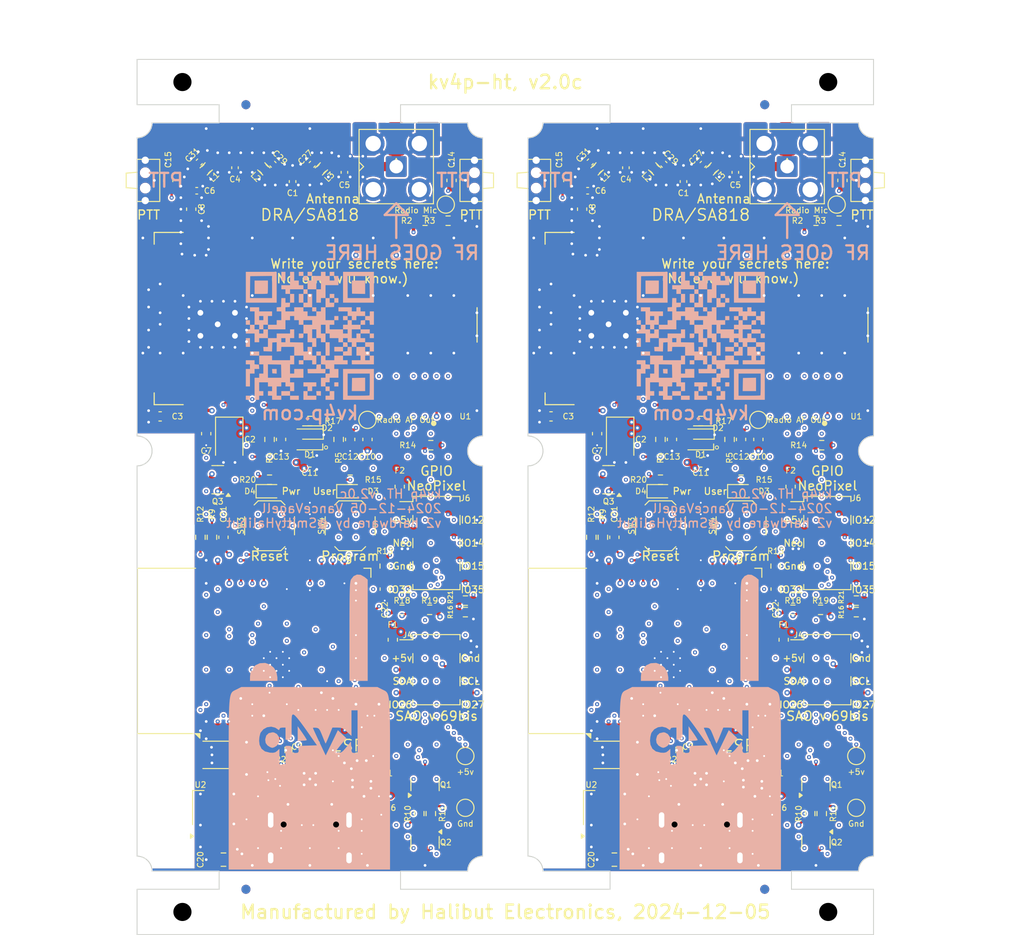
<source format=kicad_pcb>
(kicad_pcb (version 20240108) (generator "pcbnew") (generator_version "8.0")
  (title_block (title "kv4p HT") (date "2024-12-05") (rev "2.0c") (company "VanceVagell") (comment 1 "https://github.com/VanceVagell/kv4p-ht") (comment 2 "v2 hardware by @SmittyHalibut"))
  (layers (0 "F.Cu" signal) (1 "In1.Cu" signal) (2 "In2.Cu" signal) (31 "B.Cu" signal) (34 "B.Paste" user) (35 "F.Paste" user) (36 "B.SilkS" user "B.Silkscreen") (37 "F.SilkS" user "F.Silkscreen") (38 "B.Mask" user) (39 "F.Mask" user) (44 "Edge.Cuts" user))
  (net 0 "")
  (net 1 "Board_0-+3.3V")
  (net 2 "Board_0-+5V")
  (net 3 "Board_0-/Enable{slash}~{Reset}")
  (net 4 "Board_0-/GPIO0{slash}~{Program}")
  (net 5 "Board_0-/GPIO12")
  (net 6 "Board_0-/GPIO14")
  (net 7 "Board_0-/GPIO15")
  (net 8 "Board_0-/GPIO32")
  (net 9 "Board_0-/GPIO35")
  (net 10 "Board_0-/NeoPixel DI")
  (net 11 "Board_0-/NeoPixel DO")
  (net 12 "Board_0-/PTT Button Left")
  (net 13 "Board_0-/PTT Button Right")
  (net 14 "Board_0-/Radio AF Out")
  (net 15 "Board_0-/Radio Mic In")
  (net 16 "Board_0-/Radio Power Hi-Z Hi{slash}~{Low}")
  (net 17 "Board_0-/Radio Rx")
  (net 18 "Board_0-/Radio Squelch Closed{slash}~{Open}")
  (net 19 "Board_0-/Radio Tx")
  (net 20 "Board_0-/Radio ~{PTT}")
  (net 21 "Board_0-/Radio ~{Power Down}")
  (net 22 "Board_0-/SAO GPIO0")
  (net 23 "Board_0-/SAO GPIO1")
  (net 24 "Board_0-/SAO SCK")
  (net 25 "Board_0-/SAO SDA")
  (net 26 "Board_0-/Stock LED")
  (net 27 "Board_0-/USB Rx")
  (net 28 "Board_0-/USB Tx")
  (net 29 "Board_0-/~{DTR}")
  (net 30 "Board_0-/~{RTS}")
  (net 31 "Board_0-GND")
  (net 32 "Board_0-Net-(C1-Pad2)")
  (net 33 "Board_0-Net-(C29-Pad2)")
  (net 34 "Board_0-Net-(C31-Pad2)")
  (net 35 "Board_0-Net-(C9-Pad1)")
  (net 36 "Board_0-Net-(D1-DIN)")
  (net 37 "Board_0-Net-(D1-DOUT)")
  (net 38 "Board_0-Net-(D3-A)")
  (net 39 "Board_0-Net-(D4-A)")
  (net 40 "Board_0-Net-(J1-In)")
  (net 41 "Board_0-Net-(J4-Pin_1)")
  (net 42 "Board_0-Net-(J5-CC1)")
  (net 43 "Board_0-Net-(J5-CC2)")
  (net 44 "Board_0-Net-(J6-Pin_1)")
  (net 45 "Board_0-Net-(Q1-B)")
  (net 46 "Board_0-Net-(Q2-B)")
  (net 47 "Board_0-Net-(Q3-G)")
  (net 48 "Board_0-Net-(U1-ANT)")
  (net 49 "Board_0-Net-(U4-D+)")
  (net 50 "Board_0-Net-(U4-D-)")
  (net 51 "Board_0-Net-(U4-VDD)")
  (net 52 "Board_0-Net-(U4-~{RST})")
  (net 53 "Board_0-Net-(U5-IO25)")
  (net 54 "Board_0-Net-(U5-IO34)")
  (net 55 "Board_0-VBUS")
  (net 56 "Board_0-unconnected-(U1-N{slash}C-Pad11)")
  (net 57 "Board_0-unconnected-(U1-N{slash}C-Pad11)_1")
  (net 58 "Board_0-unconnected-(U1-N{slash}C-Pad11)_2")
  (net 59 "Board_0-unconnected-(U1-N{slash}C-Pad11)_3")
  (net 60 "Board_0-unconnected-(U1-N{slash}C-Pad11)_4")
  (net 61 "Board_0-unconnected-(U1-N{slash}C-Pad11)_5")
  (net 62 "Board_0-unconnected-(U4-NC-Pad10)")
  (net 63 "Board_0-unconnected-(U4-NC-Pad16)")
  (net 64 "Board_0-unconnected-(U4-RS485{slash}GPIO.2-Pad12)")
  (net 65 "Board_0-unconnected-(U4-SUSPEND-Pad17)")
  (net 66 "Board_0-unconnected-(U4-~{CTS}-Pad18)")
  (net 67 "Board_0-unconnected-(U4-~{DCD}-Pad24)")
  (net 68 "Board_0-unconnected-(U4-~{DSR}-Pad22)")
  (net 69 "Board_0-unconnected-(U4-~{RI}{slash}CLK-Pad1)")
  (net 70 "Board_0-unconnected-(U4-~{RXT}{slash}GPIO.1-Pad13)")
  (net 71 "Board_0-unconnected-(U4-~{SUSPEND}-Pad15)")
  (net 72 "Board_0-unconnected-(U4-~{TXT}{slash}GPIO.0-Pad14)")
  (net 73 "Board_0-unconnected-(U4-~{WAKEUP}{slash}GPIO.3-Pad11)")
  (net 74 "Board_0-unconnected-(U5-NC-Pad17)")
  (net 75 "Board_0-unconnected-(U5-NC-Pad18)")
  (net 76 "Board_0-unconnected-(U5-NC-Pad19)")
  (net 77 "Board_0-unconnected-(U5-NC-Pad20)")
  (net 78 "Board_0-unconnected-(U5-NC-Pad21)")
  (net 79 "Board_0-unconnected-(U5-NC-Pad22)")
  (net 80 "Board_0-unconnected-(U5-NC-Pad32)")
  (net 81 "Board_1-+3.3V")
  (net 82 "Board_1-+5V")
  (net 83 "Board_1-/Enable{slash}~{Reset}")
  (net 84 "Board_1-/GPIO0{slash}~{Program}")
  (net 85 "Board_1-/GPIO12")
  (net 86 "Board_1-/GPIO14")
  (net 87 "Board_1-/GPIO15")
  (net 88 "Board_1-/GPIO32")
  (net 89 "Board_1-/GPIO35")
  (net 90 "Board_1-/NeoPixel DI")
  (net 91 "Board_1-/NeoPixel DO")
  (net 92 "Board_1-/PTT Button Left")
  (net 93 "Board_1-/PTT Button Right")
  (net 94 "Board_1-/Radio AF Out")
  (net 95 "Board_1-/Radio Mic In")
  (net 96 "Board_1-/Radio Power Hi-Z Hi{slash}~{Low}")
  (net 97 "Board_1-/Radio Rx")
  (net 98 "Board_1-/Radio Squelch Closed{slash}~{Open}")
  (net 99 "Board_1-/Radio Tx")
  (net 100 "Board_1-/Radio ~{PTT}")
  (net 101 "Board_1-/Radio ~{Power Down}")
  (net 102 "Board_1-/SAO GPIO0")
  (net 103 "Board_1-/SAO GPIO1")
  (net 104 "Board_1-/SAO SCK")
  (net 105 "Board_1-/SAO SDA")
  (net 106 "Board_1-/Stock LED")
  (net 107 "Board_1-/USB Rx")
  (net 108 "Board_1-/USB Tx")
  (net 109 "Board_1-/~{DTR}")
  (net 110 "Board_1-/~{RTS}")
  (net 111 "Board_1-GND")
  (net 112 "Board_1-Net-(C1-Pad2)")
  (net 113 "Board_1-Net-(C29-Pad2)")
  (net 114 "Board_1-Net-(C31-Pad2)")
  (net 115 "Board_1-Net-(C9-Pad1)")
  (net 116 "Board_1-Net-(D1-DIN)")
  (net 117 "Board_1-Net-(D1-DOUT)")
  (net 118 "Board_1-Net-(D3-A)")
  (net 119 "Board_1-Net-(D4-A)")
  (net 120 "Board_1-Net-(J1-In)")
  (net 121 "Board_1-Net-(J4-Pin_1)")
  (net 122 "Board_1-Net-(J5-CC1)")
  (net 123 "Board_1-Net-(J5-CC2)")
  (net 124 "Board_1-Net-(J6-Pin_1)")
  (net 125 "Board_1-Net-(Q1-B)")
  (net 126 "Board_1-Net-(Q2-B)")
  (net 127 "Board_1-Net-(Q3-G)")
  (net 128 "Board_1-Net-(U1-ANT)")
  (net 129 "Board_1-Net-(U4-D+)")
  (net 130 "Board_1-Net-(U4-D-)")
  (net 131 "Board_1-Net-(U4-VDD)")
  (net 132 "Board_1-Net-(U4-~{RST})")
  (net 133 "Board_1-Net-(U5-IO25)")
  (net 134 "Board_1-Net-(U5-IO34)")
  (net 135 "Board_1-VBUS")
  (net 136 "Board_1-unconnected-(U1-N{slash}C-Pad11)")
  (net 137 "Board_1-unconnected-(U1-N{slash}C-Pad11)_1")
  (net 138 "Board_1-unconnected-(U1-N{slash}C-Pad11)_2")
  (net 139 "Board_1-unconnected-(U1-N{slash}C-Pad11)_3")
  (net 140 "Board_1-unconnected-(U1-N{slash}C-Pad11)_4")
  (net 141 "Board_1-unconnected-(U1-N{slash}C-Pad11)_5")
  (net 142 "Board_1-unconnected-(U4-NC-Pad10)")
  (net 143 "Board_1-unconnected-(U4-NC-Pad16)")
  (net 144 "Board_1-unconnected-(U4-RS485{slash}GPIO.2-Pad12)")
  (net 145 "Board_1-unconnected-(U4-SUSPEND-Pad17)")
  (net 146 "Board_1-unconnected-(U4-~{CTS}-Pad18)")
  (net 147 "Board_1-unconnected-(U4-~{DCD}-Pad24)")
  (net 148 "Board_1-unconnected-(U4-~{DSR}-Pad22)")
  (net 149 "Board_1-unconnected-(U4-~{RI}{slash}CLK-Pad1)")
  (net 150 "Board_1-unconnected-(U4-~{RXT}{slash}GPIO.1-Pad13)")
  (net 151 "Board_1-unconnected-(U4-~{SUSPEND}-Pad15)")
  (net 152 "Board_1-unconnected-(U4-~{TXT}{slash}GPIO.0-Pad14)")
  (net 153 "Board_1-unconnected-(U4-~{WAKEUP}{slash}GPIO.3-Pad11)")
  (net 154 "Board_1-unconnected-(U5-NC-Pad17)")
  (net 155 "Board_1-unconnected-(U5-NC-Pad18)")
  (net 156 "Board_1-unconnected-(U5-NC-Pad19)")
  (net 157 "Board_1-unconnected-(U5-NC-Pad20)")
  (net 158 "Board_1-unconnected-(U5-NC-Pad21)")
  (net 159 "Board_1-unconnected-(U5-NC-Pad22)")
  (net 160 "Board_1-unconnected-(U5-NC-Pad32)")
  (footprint "Resistor_SMD:R_0603_1608Metric" (layer "F.Cu") (at 116.155 72.7205 90)
    (property "Reference" "R9")
    (property "Value" "10k")
  )
  (footprint "Resistor_SMD:R_0603_1608Metric" (layer "F.Cu") (at 183.385001 103.2005 90)
    (property "Reference" "R11")
    (property "Value" "10k")
  )
  (footprint "Resistor_SMD:R_0603_1608Metric" (layer "F.Cu") (at 182.750001 37.7955 180)
    (property "Reference" "R2")
    (property "Value" "10k")
  )
  (footprint "TestPoint:TestPoint_Pad_D1.5mm" (layer "F.Cu") (at 187.195001 102.5655)
    (property "Reference" "TP3" (hide yes))
    (property "Value" "Gnd")
  )
  (footprint "RF_Module:ESP32-WROOM-32D" (layer "F.Cu") (at 123.8 85.2555 90)
    (property "Reference" "U5")
    (property "Value" "ESP32-WROOM-32E-N4")
  )
  (footprint "kv4p-ht:SW-Push-SPST-Horizontal-C381061" (layer "F.Cu") (at 107.9 33.3505 90)
    (property "Reference" "SW1" (hide yes))
    (property "Value" "PTT")
  )
  (footprint "Resistor_SMD:R_0603_1608Metric" (layer "F.Cu") (at 121.87 97.2315 180)
    (property "Reference" "R22")
    (property "Value" "47k")
  )
  (footprint "Resistor_SMD:R_0603_1608Metric" (layer "F.Cu") (at 137.11 80.7215)
    (property "Reference" "R18")
    (property "Value" "1.2k")
  )
  (footprint "Resistor_SMD:R_0603_1608Metric" (layer "F.Cu") (at 165.859001 96.2155 180)
    (property "Reference" "R1")
    (property "Value" "10k")
  )
  (footprint "Resistor_SMD:R_0603_1608Metric" (layer "F.Cu") (at 126.95 59.8935)
    (property "Reference" "R17")
    (property "Value" "0R")
  )
  (footprint "TestPoint:TestPoint_Pad_D1.5mm" (layer "F.Cu") (at 133.3 59.7665)
    (property "Reference" "TP5" (hide yes))
    (property "Value" "Radio AF Out")
  )
  (footprint "Package_DFN_QFN:QFN-24-1EP_4x4mm_P0.5mm_EP2.6x2.6mm" (layer "F.Cu") (at 170.050001 99.3905 90)
    (property "Reference" "U4")
    (property "Value" "CP2102N-A02-GQFN24")
  )
  (footprint "Resistor_SMD:R_0603_1608Metric" (layer "F.Cu") (at 164.970001 97.2315 180)
    (property "Reference" "R22")
    (property "Value" "47k")
  )
  (footprint "Capacitor_SMD:C_0402_1005Metric" (layer "F.Cu") (at 125.045 33.4775 90)
    (property "Reference" "C1")
    (property "Value" "18pF")
  )
  (footprint "Inductor_SMD:L_0805_2012Metric" (layer "F.Cu") (at 128.22 32.0805 -135)
    (property "Reference" "L4" (hide yes))
    (property "Value" "~")
  )
  (footprint "Button_Switch_SMD:SW_SPST_TL3342" (layer "F.Cu") (at 131.395 71.4505 180)
    (property "Reference" "SW4")
    (property "Value" "Program")
  )
  (footprint "Fuse:Fuse_0603_1608Metric" (layer "F.Cu") (at 136.856 67.1325 -90)
    (property "Reference" "F2")
    (property "Value" "100mA")
  )
  (footprint "Capacitor_SMD:C_0402_1005Metric" (layer "F.Cu") (at 168.145001 33.4775 90)
    (property "Reference" "C1")
    (property "Value" "18pF")
  )
  (footprint "Capacitor_SMD:C_0603_1608Metric" (layer "F.Cu") (at 174.495001 61.9255 -90)
    (property "Reference" "C12")
    (property "Value" "2.2nF Tuned VHF")
  )
  (footprint "Resistor_SMD:R_0603_1608Metric" (layer "F.Cu") (at 183.258001 80.7215 180)
    (property "Reference" "R19")
    (property "Value" "1.2k")
  )
  (footprint "Resistor_SMD:R_0603_1608Metric" (layer "F.Cu") (at 185.290001 37.7955 180)
    (property "Reference" "R3")
    (property "Value" "1.2k")
  )
  (footprint "Package_DFN_QFN:QFN-24-1EP_4x4mm_P0.5mm_EP2.6x2.6mm" (layer "F.Cu") (at 126.95 99.3905 90)
    (property "Reference" "U4")
    (property "Value" "CP2102N-A02-GQFN24")
  )
  (footprint "Connector_Coaxial:SMA_Amphenol_901-143_Horizontal" (layer "F.Cu") (at 136.475 31.8265)
    (property "Reference" "J1" (hide yes))
    (property "Value" "Antenna")
  )
  (footprint "Resistor_SMD:R_0603_1608Metric" (layer "F.Cu") (at 165.605001 61.9255 90)
    (property "Reference" "R4")
    (property "Value" "100R")
  )
  (footprint "RF_Module:ESP32-WROOM-32D" (layer "F.Cu") (at 166.900001 85.2555 90)
    (property "Reference" "U5")
    (property "Value" "ESP32-WROOM-32E-N4")
  )
  (footprint "Inductor_SMD:L_0603_1608Metric" (layer "F.Cu") (at 171.320001 32.0805 -135)
    (property "Reference" "L3")
    (property "Value" "43nH")
  )
  (footprint "Capacitor_SMD:C_0402_1005Metric" (layer "F.Cu") (at 157.858001 31.3185 -135)
    (property "Reference" "C31")
    (property "Value" "11pF")
  )
  (footprint "Package_TO_SOT_SMD:SOT-23" (layer "F.Cu") (at 139.65 100.0255 90)
    (property "Reference" "Q1")
    (property "Value" "SS8050")
  )
  (footprint "Inductor_SMD:L_0603_1608Metric" (layer "F.Cu") (at 121.87 32.0805 135)
    (property "Reference" "L5" (hide yes))
    (property "Value" "~")
  )
  (footprint "LED_SMD:LED_0603_1608Metric" (layer "F.Cu") (at 131.395 67.6405)
    (property "Reference" "D3")
    (property "Value" "Red")
  )
  (footprint "TestPoint:TestPoint_Pad_D1.5mm" (layer "F.Cu") (at 176.400001 59.7665)
    (property "Reference" "TP5" (hide yes))
    (property "Value" "Radio AF Out")
  )
  (footprint "Resistor_SMD:R_0603_1608Metric" (layer "F.Cu") (at 130.125 61.9255 90)
    (property "Reference" "R5")
    (property "Value" "100R")
  )
  (footprint "Resistor_SMD:R_0603_1608Metric" (layer "F.Cu") (at 180.210001 80.7215)
    (property "Reference" "R18")
    (property "Value" "1.2k")
  )
  (footprint "Connector_USB:USB_C_Receptacle_HCTL_HC-TYPE-C-16P-01A" (layer "F.Cu") (at 170.050001 107.0105)
    (property "Reference" "J5")
    (property "Value" "USB-C Socket")
  )
  (footprint "Resistor_SMD:R_0603_1608Metric" (layer "F.Cu") (at 183.385001 62.5605 180)
    (property "Reference" "R14")
    (property "Value" "10k")
  )
  (footprint "LED_SMD:LED_0603_1608Metric" (layer "F.Cu") (at 170.050001 61.1635 180)
    (property "Reference" "D2")
    (property "Value" "Red")
  )
  (footprint "Resistor_SMD:R_0603_1608Metric" (layer "F.Cu") (at 157.985001 72.7205 90)
    (property "Reference" "R12")
    (property "Value" "10k")
  )
  (footprint "kv4p-ht:SW-Push-SPST-Horizontal-C381061" (layer "F.Cu") (at 146 33.3505 -90)
    (property "Reference" "SW2" (hide yes))
    (property "Value" "PTT")
  )
  (footprint "Resistor_SMD:R_0603_1608Metric" (layer "F.Cu") (at 122.505 61.9255 90)
    (property "Reference" "R4")
    (property "Value" "100R")
  )
  (footprint "easyeda:DRA818V_DORJI_DRA818V" (layer "F.Cu") (at 127.585 48.5905 180)
    (property "Reference" "U1")
    (property "Value" "DRA/SA818")
  )
  (footprint "Capacitor_SMD:C_0603_1608Metric" (layer "F.Cu") (at 110.44 59.3855 180)
    (property "Reference" "C3")
    (property "Value" "2.2nF Tuned VHF")
  )
  (footprint "Button_Switch_SMD:SW_SPST_TL3342" (layer "F.Cu") (at 165.605001 71.4505 180)
    (property "Reference" "SW3")
    (property "Value" "Reset")
  )
  (footprint "Resistor_SMD:R_0603_1608Metric" (layer "F.Cu") (at 114.885 72.7205 90)
    (property "Reference" "R12")
    (property "Value" "10k")
  )
  (footprint "TestPoint:TestPoint_Pad_D1.5mm" (layer "F.Cu") (at 119.965 96.8505)
    (property "Reference" "TP2" (hide yes))
    (property "Value" "+3.3v")
  )
  (footprint "Capacitor_SMD:C_0603_1608Metric" (layer "F.Cu") (at 173.860001 99.0755 90)
    (property "Reference" "C18")
    (property "Value" "100nF")
  )
  (footprint "Capacitor_SMD:C_0805_2012Metric" (layer "F.Cu") (at 132.665 99.0755 -90)
    (property "Reference" "C19")
    (property "Value" "10uF")
  )
  (footprint "Package_TO_SOT_SMD:SOT-223-3_TabPin2" (layer "F.Cu") (at 117.425 102.5655 90)
    (property "Reference" "U2")
    (property "Value" "AZ1117H-3.3TRG1")
  )
  (footprint "Resistor_SMD:R_0603_1608Metric" (layer "F.Cu") (at 187.195001 79.7055 180)
    (property "Reference" "R16")
    (property "Value" "100k")
  )
  (footprint "Capacitor_SMD:C_0603_1608Metric" (layer "F.Cu") (at 158.620001 61.2905 -90)
    (property "Reference" "C7")
    (property "Value" "100nF")
  )
  (footprint "Capacitor_SMD:C_0603_1608Metric" (layer "F.Cu") (at 142.571 33.3505 90)
    (property "Reference" "C14")
    (property "Value" "2.2nF Tuned VHF")
  )
  (footprint "Capacitor_SMD:C_0402_1005Metric" (layer "F.Cu") (at 157.576001 34.4935 180)
    (property "Reference" "C6")
    (property "Value" "5.1pF")
  )
  (footprint "Connector_PinHeader_2.54mm:PinHeader_2x03_P2.54mm_Vertical_SMD" (layer "F.Cu") (at 184.005001 87.3255)
    (property "Reference" "J4")
    (property "Value" "SAO v.69bis")
  )
  (footprint "Capacitor_SMD:C_0402_1005Metric" (layer "F.Cu") (at 114.476 34.4935 180)
    (property "Reference" "C6")
    (property "Value" "5.1pF")
  )
  (footprint "LED_SMD:LED_0603_1608Metric" (layer "F.Cu") (at 126.95 61.1635 180)
    (property "Reference" "D2")
    (property "Value" "Red")
  )
  (footprint "Resistor_SMD:R_0603_1608Metric" (layer "F.Cu") (at 177.670001 105.7405)
    (property "Reference" "R7")
    (property "Value" "5.1k")
  )
  (footprint "NPTH" (layer "F.Cu") (at 184.100001 114.051499)
    (property "Reference" "KiKit_TO_4" (hide yes))
    (property "Value" "NPTH" (hide yes))
  )
  (footprint "Capacitor_SMD:C_0603_1608Metric" (layer "F.Cu") (at 170.939001 95.8345 180)
    (property "Reference" "C9")
    (property "Value" "1uF")
  )
  (footprint "Capacitor_SMD:C_0603_1608Metric" (layer "F.Cu") (at 133.3 61.9255 90)
    (property "Reference" "C10")
    (property "Value" "1uF")
  )
  (footprint "Capacitor_SMD:C_0603_1608Metric" (layer "F.Cu") (at 178.305001 78.4355 -90)
    (property "Reference" "C22")
    (property "Value" "2.2nF Tuned VHF")
  )
  (footprint "Inductor_SMD:L_0805_2012Metric" (layer "F.Cu") (at 158.620001 32.0805 -135)
    (property "Reference" "L1")
    (property "Value" "27nH")
  )
  (footprint "Connector_USB:USB_C_Receptacle_HCTL_HC-TYPE-C-16P-01A" (layer "F.Cu") (at 126.95 107.0105)
    (property "Reference" "J5")
    (property "Value" "USB-C Socket")
  )
  (footprint "Capacitor_Tantalum_SMD:CP_EIA-3528-21_Kemet-B" (layer "F.Cu") (at 160.003501 96.7235 180)
    (property "Reference" "C16")
    (property "Value" "100uF 6.3v")
  )
  (footprint "Capacitor_SMD:C_0603_1608Metric" (layer "F.Cu") (at 123.775 61.9255 -90)
    (property "Reference" "C13")
    (property "Value" "2.2nF Tuned VHF")
  )
  (footprint "Connector_Coaxial:SMA_Molex_73251-2120_EdgeMount_Horizontal" (layer "F.Cu") (at 136.475 28.5245 90)
    (property "Reference" "J2" (hide yes))
    (property "Value" "SMA")
  )
  (footprint "Resistor_SMD:R_0603_1608Metric" (layer "F.Cu") (at 187.195001 80.9755)
    (property "Reference" "R21")
    (property "Value" "100k")
  )
  (footprint "Fiducial" (layer "F.Cu") (at 177.100001 111.551499)
    (property "Reference" "KiKit_FID_T_4" (hide yes))
    (property "Value" "Fiducial" (hide yes))
  )
  (footprint "Capacitor_SMD:C_0402_1005Metric" (layer "F.Cu") (at 161.795001 31.9535 90)
    (property "Reference" "C4")
    (property "Value" "16pF")
  )
  (footprint "Inductor_SMD:L_0805_2012Metric" (layer "F.Cu") (at 164.970001 32.0805 135)
    (property "Reference" "L2")
    (property "Value" "30nH")
  )
  (footprint "Capacitor_SMD:C_0603_1608Metric" (layer "F.Cu") (at 174.495001 101.2955)
    (property "Reference" "C17")
    (property "Value" "1uF")
  )
  (footprint "Capacitor_SMD:C_0402_1005Metric" (layer "F.Cu") (at 118.695 31.9535 90)
    (property "Reference" "C4")
    (property "Value" "16pF")
  )
  (footprint "Capacitor_SMD:C_0603_1608Metric" (layer "F.Cu") (at 130.76 99.0755 90)
    (property "Reference" "C18")
    (property "Value" "100nF")
  )
  (footprint "Fuse:Fuse_0603_1608Metric" (layer "F.Cu") (at 179.194001 84.0235 -90)
    (property "Reference" "F1")
    (property "Value" "100mA")
  )
  (footprint "Button_Switch_SMD:SW_SPST_TL3342" (layer "F.Cu") (at 174.495001 71.4505 180)
    (property "Reference" "SW4")
    (property "Value" "Program")
  )
  (footprint "Capacitor_SMD:C_0603_1608Metric" (layer "F.Cu") (at 166.875001 61.9255 -90)
    (property "Reference" "C13")
    (property "Value" "2.2nF Tuned VHF")
  )
  (footprint "Capacitor_SMD:C_0603_1608Metric" (layer "F.Cu") (at 126.95 64.4655)
    (property "Reference" "C11")
    (property "Value" "100nF")
  )
  (footprint "Capacitor_SMD:C_0402_1005Metric" (layer "F.Cu") (at 165.986001 31.5725 135)
    (property "Reference" "C29")
    (property "Value" "13pF")
  )
  (footprint "Capacitor_SMD:C_0402_1005Metric" (layer "F.Cu") (at 170.304001 31.5725 -135)
    (property "Reference" "C27")
    (property "Value" "2.7pF")
  )
  (footprint "Resistor_SMD:R_0603_1608Metric" (layer "F.Cu") (at 177.670001 107.0105)
    (property "Reference" "R8")
    (property "Value" "5.1k")
  )
  (footprint "Capacitor_SMD:C_0603_1608Metric" (layer "F.Cu") (at 176.400001 61.9255 90)
    (property "Reference" "C10")
    (property "Value" "1uF")
  )
  (footprint "Capacitor_SMD:C_0603_1608Metric" (layer "F.Cu") (at 115.52 61.2905 -90)
    (property "Reference" "C7")
    (property "Value" "100nF")
  )
  (footprint "Connector_PinHeader_2.54mm:PinHeader_2x04_P2.54mm_Vertical_SMD" (layer "F.Cu") (at 184.005001 73.3555)
    (property "Reference" "J6")
    (property "Value" "GPIO Header")
  )
  (footprint "NPTH" (layer "F.Cu") (at 112.9 114.051499)
    (property "Reference" "KiKit_TO_3" (hide yes))
    (property "Value" "NPTH" (hide yes))
  )
  (footprint "Capacitor_SMD:C_0402_1005Metric" (layer "F.Cu") (at 130.76 32.4615 90)
    (property "Reference" "C5")
    (property "Value" "10pF")
  )
  (footprint "Resistor_SMD:R_0603_1608Metric" (layer "F.Cu") (at 140.285 103.2005 90)
    (property "Reference" "R11")
    (property "Value" "10k")
  )
  (footprint "Connector_PinHeader_2.54mm:PinHeader_2x04_P2.54mm_Vertical_SMD" (layer "F.Cu") (at 140.905 73.3555)
    (property "Reference" "J6")
    (property "Value" "GPIO Header")
  )
  (footprint "Inductor_SMD:L_0603_1608Metric" (layer "F.Cu") (at 158.620001 32.0805 -135)
    (property "Reference" "L6" (hide yes))
    (property "Value" "~" (hide yes))
  )
  (footprint "Capacitor_SMD:C_0603_1608Metric" (layer "F.Cu") (at 153.540001 59.3855 180)
    (property "Reference" "C3")
    (property "Value" "2.2nF Tuned VHF")
  )
  (footprint "Capacitor_SMD:C_0603_1608Metric" (layer "F.Cu") (at 117.425 72.7205 90)
    (property "Reference" "C21")
    (property "Value" "2.2nF Tuned VHF")
  )
  (footprint "Resistor_SMD:R_0603_1608Metric" (layer "F.Cu") (at 134.57 105.7405)
    (property "Reference" "R7")
    (property "Value" "5.1k")
  )
  (footprint "NPTH" (layer "F.Cu") (at 112.9 22.5)
    (property "Reference" "KiKit_TO_1" (hide yes))
    (property "Value" "NPTH" (hide yes))
  )
  (footprint "Fuse:Fuse_0603_1608Metric" (layer "F.Cu") (at 179.956001 67.1325 -90)
    (property "Reference" "F2")
    (property "Value" "100mA")
  )
  (footprint "Package_TO_SOT_SMD:SOT-23" (layer "F.Cu") (at 182.750001 106.3755 -90)
    (property "Reference" "Q2")
    (property "Value" "SS8050")
  )
  (footprint "TestPoint:TestPoint_Pad_D1.5mm" (layer "F.Cu") (at 144.095 96.8505)
    (property "Reference" "TP1" (hide yes))
    (property "Value" "+5v")
  )
  (footprint "Capacitor_SMD:C_0603_1608Metric" (layer "F.Cu") (at 170.050001 64.4655)
    (property "Reference" "C11")
    (property "Value" "100nF")
  )
  (footprint "Resistor_SMD:R_0603_1608Metric" (layer "F.Cu") (at 173.225001 61.9255 90)
    (property "Reference" "R5")
    (property "Value" "100R")
  )
  (footprint "Capacitor_SMD:C_0805_2012Metric" (layer "F.Cu") (at 117.425 108.2805)
    (property "Reference" "C20")
    (property "Value" "10uF")
  )
  (footprint "TestPoint:TestPoint_Pad_D1.5mm" (layer "F.Cu") (at 144.095 102.5655)
    (property "Reference" "TP3" (hide yes))
    (property "Value" "Gnd")
  )
  (footprint "Capacitor_Tantalum_SMD:CP_EIA-3528-21_Kemet-B" (layer "F.Cu") (at 116.9035 96.7235 180)
    (property "Reference" "C16")
    (property "Value" "100uF 6.3v")
  )
  (footprint "Capacitor_SMD:C_0402_1005Metric" (layer "F.Cu") (at 173.860001 32.4615 90)
    (property "Reference" "C5")
    (property "Value" "10pF")
  )
  (footprint "Resistor_SMD:R_0603_1608Metric" (layer "F.Cu") (at 165.605001 66.3705)
    (property "Reference" "R20")
    (property "Value" "5.1k")
  )
  (footprint "Inductor_SMD:L_0603_1608Metric" (layer "F.Cu") (at 164.970001 32.0805 135)
    (property "Reference" "L5" (hide yes))
    (property "Value" "~")
  )
  (footprint "kv4p-ht:SW-Push-SPST-Horizontal-C381061" (layer "F.Cu") (at 151.000001 33.3505 90)
    (property "Reference" "SW1" (hide yes))
    (property "Value" "PTT")
  )
  (footprint "TestPoint:TestPoint_Pad_D1.5mm" (layer "F.Cu") (at 185.036001 36.0175)
    (property "Reference" "TP4" (hide yes))
    (property "Value" "Radio Mic")
  )
  (footprint "Capacitor_SMD:C_0402_1005Metric" (layer "F.Cu") (at 127.204 31.5725 -135)
    (property "Reference" "C27")
    (property "Value" "2.7pF")
  )
  (footprint "TestPoint:TestPoint_Pad_D1.5mm" (layer "F.Cu") (at 141.936 36.0175)
    (property "Reference" "TP4" (hide yes))
    (property "Value" "Radio Mic")
  )
  (footprint "Resistor_SMD:R_0603_1608Metric" (layer "F.Cu") (at 142.19 37.7955 180)
    (property "Reference" "R3")
    (property "Value" "1.2k")
  )
  (footprint "Resistor_SMD:R_0603_1608Metric" (layer "F.Cu") (at 159.255001 72.7205 90)
    (property "Reference" "R9")
    (property "Value" "10k")
  )
  (footprint "Capacitor_SMD:C_0603_1608Metric" (layer "F.Cu") (at 131.395 61.9255 -90)
    (property "Reference" "C12")
    (property "Value" "2.2nF Tuned VHF")
  )
  (footprint "LED_SMD:LED_WS2812B-2020_PLCC4_2.0x2.0mm" (layer "F.Cu") (at 170.050001 61.9255 180)
    (property "Reference" "D1")
    (property "Value" "SK6812-EC20")
  )
  (footprint "Capacitor_SMD:C_0603_1608Metric" (layer "F.Cu") (at 131.395 101.2955)
    (property "Reference" "C17")
    (property "Value" "1uF")
  )
  (footprint "Capacitor_SMD:C_0603_1608Metric" (layer "F.Cu") (at 156.969001 36.5255 -90)
    (property "Reference" "C8")
    (property "Value" "2.2nF Tuned VHF")
  )
  (footprint "Capacitor_SMD:C_0603_1608Metric" (layer "F.Cu") (at 113.869 36.5255 -90)
    (property "Reference" "C8")
    (property "Value" "2.2nF Tuned VHF")
  )
  (footprint "Fiducial" (layer "F.Cu") (at 119.9 111.551499)
    (property "Reference" "KiKit_FID_T_3" (hide yes))
    (property "Value" "Fiducial" (hide yes))
  )
  (footprint "LED_SMD:LED_0603_1608Metric" (layer "F.Cu") (at 165.605001 67.6405)
    (property "Reference" "D4")
    (property "Value" "Red")
  )
  (footprint "Capacitor_SMD:C_0603_1608Metric" (layer "F.Cu") (at 154.429001 33.3505 90)
    (property "Reference" "C15")
    (property "Value" "2.2nF Tuned VHF")
  )
  (footprint "LED_SMD:LED_WS2812B-2020_PLCC4_2.0x2.0mm" (layer "F.Cu") (at 126.95 61.9255 180)
    (property "Reference" "D1")
    (property "Value" "SK6812-EC20")
  )
  (footprint "Package_TO_SOT_SMD:SOT-223-3_TabPin2" (layer "F.Cu") (at 160.525001 102.5655 90)
    (property "Reference" "U2")
    (property "Value" "AZ1117H-3.3TRG1")
  )
  (footprint "Capacitor_SMD:C_0603_1608Metric" (layer "F.Cu") (at 160.525001 72.7205 90)
    (property "Reference" "C21")
    (property "Value" "2.2nF Tuned VHF")
  )
  (footprint "Resistor_SMD:R_0603_1608Metric" (layer "F.Cu") (at 144.095 80.9755)
    (property "Reference" "R21")
    (property "Value" "100k")
  )
  (footprint "LED_SMD:LED_0603_1608Metric" (layer "F.Cu") (at 174.495001 67.6405)
    (property "Reference" "D3")
    (property "Value" "Red")
  )
  (footprint "Capacitor_SMD:C_0402_1005Metric" (layer "F.Cu") (at 114.758 31.3185 -135)
    (property "Reference" "C31")
    (property "Value" "11pF")
  )
  (footprint "TestPoint:TestPoint_Pad_D1.5mm" (layer "F.Cu") (at 163.065001 96.8505)
    (property "Reference" "TP2" (hide yes))
    (property "Value" "+3.3v")
  )
  (footprint "Resistor_SMD:R_0603_1608Metric" (layer "F.Cu") (at 134.57 107.0105)
    (property "Reference" "R8")
    (property "Value" "5.1k")
  )
  (footprint "Inductor_SMD:L_0603_1608Metric" (layer "F.Cu") (at 135.205 100.0255 180)
    (property "Reference" "FB1")
    (property "Value" "Ferrite Bead, 1A")
  )
  (footprint "Resistor_SMD:R_0603_1608Metric" (layer "F.Cu") (at 135.205 75.8955 90)
    (property "Reference" "R13")
    (property "Value" "10k")
  )
  (footprint "Resistor_SMD:R_0603_1608Metric" (layer "F.Cu") (at 133.935 102.5655 180)
    (property "Reference" "R6")
    (property "Value" "1.2k")
  )
  (footprint "Resistor_SMD:R_0603_1608Metric" (layer "F.Cu") (at 177.035001 102.5655 180)
    (property "Reference" "R6")
    (property "Value" "1.2k")
  )
  (footprint "Inductor_SMD:L_0805_2012Metric" (layer "F.Cu") (at 171.320001 32.0805 -135)
    (property "Reference" "L4" (hide yes))
    (property "Value" "~")
  )
  (footprint "Connector_Coaxial:SMA_Amphenol_901-143_Horizontal" (layer "F.Cu") (at 179.575001 31.8265)
    (property "Reference" "J1" (hide yes))
    (property "Value" "Antenna")
  )
  (footprint "Connector_PinHeader_2.54mm:PinHeader_2x03_P2.54mm_Vertical_SMD" (layer "F.Cu") (at 140.905 87.3255)
    (property "Reference" "J4")
    (property "Value" "SAO v.69bis")
  )
  (footprint "Resistor_SMD:R_0603_1608Metric" (layer "F.Cu") (at 170.050001 59.8935)
    (property "Reference" "R17")
    (property "Value" "0R")
  )
  (footprint "Capacitor_SMD:C_0402_1005Metric" (layer "F.Cu") (at 122.886 31.5725 135)
    (property "Reference" "C29")
    (property "Value" "13pF")
  )
  (footprint "Fuse:Fuse_0603_1608Metric" (layer "F.Cu") (at 136.094 84.0235 -90)
    (property "Reference" "F1")
    (property "Value" "100mA")
  )
  (footprint "Package_TO_SOT_SMD:SOT-23" (layer "F.Cu") (at 182.750001 100.0255 90)
    (property "Reference" "Q1")
    (property "Value" "SS8050")
  )
  (footprint "Inductor_SMD:L_0603_1608Metric" (layer "F.Cu") (at 115.52 32.0805 -135)
    (property "Reference" "L6" (hide yes))
    (property "Value" "~" (hide yes))
  )
  (footprint "Resistor_SMD:R_0603_1608Metric" (layer "F.Cu") (at 131.395 66.3705)
    (property "Reference" "R15")
    (property "Value" "1.2k")
  )
  (footprint "Fiducial" (layer "F.Cu") (at 177.100001 25)
    (property "Reference" "KiKit_FID_T_2" (hide yes))
    (property "Value" "Fiducial" (hide yes))
  )
  (footprint "Inductor_SMD:L_0805_2012Metric" (layer "F.Cu") (at 121.87 32.0805 135)
    (property "Reference" "L2")
    (property "Value" "30nH")
  )
  (footprint "Inductor_SMD:L_0603_1608Metric" (layer "F.Cu") (at 128.22 32.0805 -135)
    (property "Reference" "L3")
    (property "Value" "43nH")
  )
  (footprint "Resistor_SMD:R_0603_1608Metric" (layer "F.Cu") (at 122.505 66.3705)
    (property "Reference" "R20")
    (property "Value" "5.1k")
  )
  (footprint "kv4p-ht:SW-Push-SPST-Horizontal-C381061" (layer "F.Cu") (at 189.100001 33.3505 -90)
    (property "Reference" "SW2" (hide yes))
    (property "Value" "PTT")
  )
  (footprint "Resistor_SMD:R_0603_1608Metric" (layer "F.Cu") (at 140.285 62.5605 180)
    (property "Reference" "R14")
    (property "Value" "10k")
  )
  (footprint "Inductor_SMD:L_0805_2012Metric" (layer "F.Cu") (at 115.52 32.0805 -135)
    (property "Reference" "L1")
    (property "Value" "27nH")
  )
  (footprint "Resistor_SMD:R_0603_1608Metric" (layer "F.Cu") (at 178.305001 75.8955 90)
    (property "Reference" "R13")
    (property "Value" "10k")
  )
  (footprint "Resistor_SMD:R_0603_1608Metric" (layer "F.Cu") (at 140.158 80.7215 180)
    (property "Reference" "R19")
    (property "Value" "1.2k")
  )
  (footprint "Fiducial" (layer "F.Cu") (at 119.9 25)
    (property "Reference" "KiKit_FID_T_1" (hide yes))
    (property "Value" "Fiducial" (hide yes))
  )
  (footprint "Package_TO_SOT_SMD:SOT-23" (layer "F.Cu") (at 159.890001 66.3705 180)
    (property "Reference" "Q3")
    (property "Value" "AO3400A")
  )
  (footprint "Capacitor_SMD:C_0603_1608Metric" (layer "F.Cu") (at 111.329 33.3505 90)
    (property "Reference" "C15")
    (property "Value" "2.2nF Tuned VHF")
  )
  (footprint "Button_Switch_SMD:SW_SPST_TL3342" (layer "F.Cu") (at 122.505 71.4505 180)
    (property "Reference" "SW3")
    (property "Value" "Reset")
  )
  (footprint "Resistor_SMD:R_0603_1608Metric" (layer "F.Cu") (at 182.115001 103.2005 -90)
    (property "Reference" "R10")
    (property "Value" "10k")
  )
  (footprint "Capacitor_Tantalum_SMD:CP_EIA-3528-21_Kemet-B" (layer "F.Cu") (at 118.06 61.9255 -90)
    (property "Reference" "C2")
    (property "Value" "100uF 6.3v")
  )
  (footprint "easyeda:DRA818V_DORJI_DRA818V" (layer "F.Cu") (at 170.685001 48.5905 180)
    (property "Reference" "U1")
    (property "Value" "DRA/SA818")
  )
  (footprint "Capacitor_SMD:C_0603_1608Metric" (layer "F.Cu") (at 127.839 95.8345 180)
    (property "Reference" "C9")
    (property "Value" "1uF")
  )
  (footprint "LED_SMD:LED_0603_1608Metric" (layer "F.Cu") (at 122.505 67.6405)
    (property "Reference" "D4")
    (property "Value" "Red")
  )
  (footprint "Capacitor_SMD:C_0805_2012Metric" (layer "F.Cu") (at 160.525001 108.2805)
    (property "Reference" "C20")
    (property "Value" "10uF")
  )
  (footprint "Resistor_SMD:R_0603_1608Metric" (layer "F.Cu") (at 174.495001 66.3705)
    (property "Reference" "R15")
    (property "Value" "1.2k")
  )
  (footprint "Capacitor_Tantalum_SMD:CP_EIA-3528-21_Kemet-B" (layer "F.Cu") (at 161.160001 61.9255 -90)
    (property "Reference" "C2")
    (property "Value" "100uF 6.3v")
  )
  (footprint "Connector_Coaxial:SMA_Molex_73251-2120_EdgeMount_Horizontal" (layer "F.Cu") (at 179.575001 28.5245 90)
    (property "Reference" "J2" (hide yes))
    (property "Value" "SMA")
  )
  (footprint "Resistor_SMD:R_0603_1608Metric" (layer "F.Cu") (at 122.759 96.2155 180)
    (property "Reference" "R1")
    (property "Value" "10k")
  )
  (footprint "Package_TO_SOT_SMD:SOT-23" (layer "F.Cu") (at 139.65 106.3755 -90)
    (property "Reference" "Q2")
    (property "Value" "SS8050")
  )
  (footprint "NPTH" (layer "F.Cu") (at 184.100001 22.5)
    (property "Reference" "KiKit_TO_2" (hide yes))
    (property "Value" "NPTH" (hide yes))
  )
  (footprint "Resistor_SMD:R_0603_1608Metric" (layer "F.Cu") (at 144.095 79.7055 180)
    (property "Reference" "R16")
    (property "Value" "100k")
  )
  (footprint "Resistor_SMD:R_0603_1608Metric" (layer "F.Cu") (at 139.015 103.2005 -90)
    (property "Reference" "R10")
    (property "Value" "10k")
  )
  (footprint "Capacitor_SMD:C_0603_1608Metric" (layer "F.Cu") (at 185.671001 33.3505 90)
    (property "Reference" "C14")
    (property "Value" "2.2nF Tuned VHF")
  )
  (footprint "Resistor_SMD:R_0603_1608Metric" (layer "F.Cu") (at 139.65 37.7955 180)
    (property "Reference" "R2")
    (property "Value" "10k")
  )
  (footprint "Capacitor_SMD:C_0805_2012Metric" (layer "F.Cu") (at 175.765001 99.0755 -90)
    (property "Reference" "C19")
    (property "Value" "10uF")
  )
  (footprint "TestPoint:TestPoint_Pad_D1.5mm" (layer "F.Cu") (at 187.195001 96.8505)
    (property "Reference" "TP1" (hide yes))
    (property "Value" "+5v")
  )
  (footprint "Package_TO_SOT_SMD:SOT-23" (layer "F.Cu") (at 116.79 66.3705 180)
    (property "Reference" "Q3")
    (property "Value" "AO3400A")
  )
  (footprint "Inductor_SMD:L_0603_1608Metric" (layer "F.Cu") (at 178.305001 100.0255 180)
    (property "Reference" "FB1")
    (property "Value" "Ferrite Bead, 1A")
  )
  (footprint "Capacitor_SMD:C_0603_1608Metric" (layer "F.Cu") (at 135.205 78.4355 -90)
    (property "Reference" "C22")
    (property "Value" "2.2nF Tuned VHF")
  )
  (footprint "kv4p-ht:kv4p_logo-white" (layer "B.Cu") (at 170.050001 93.0405 180)
    (property "Reference" "G***")
    (property "Value" "LOGO" (hide yes))
  )
  (footprint "Fiducial" (layer "B.Cu") (at 177.100001 111.551499)
    (property "Reference" "KiKit_FID_B_4" (hide yes))
    (property "Value" "Fiducial" (hide yes))
  )
  (footprint "Fiducial" (layer "B.Cu") (at 177.100001 25)
    (property "Reference" "KiKit_FID_B_2" (hide yes))
    (property "Value" "Fiducial" (hide yes))
  )
  (footprint "kv4p-ht:qr-code" (layer "B.Cu") (at 170.050001 50.4955 180)
    (property "Reference" "G***" (hide yes))
    (property "Value" "LOGO" (hide yes))
  )
  (footprint "kv4p-ht:qr-code" (layer "B.Cu") (at 126.95 50.4955 180)
    (property "Reference" "G***" (hide yes))
    (property "Value" "LOGO" (hide yes))
  )
  (footprint "Fiducial" (layer "B.Cu") (at 119.9 111.551499)
    (property "Reference" "KiKit_FID_B_3" (hide yes))
    (property "Value" "Fiducial" (hide yes))
  )
  (footprint "Fiducial" (layer "B.Cu") (at 119.9 25)
    (property "Reference" "KiKit_FID_B_1" (hide yes))
    (property "Value" "Fiducial" (hide yes))
  )
  (footprint "kv4p-ht:kv4p_logo-white" (layer "B.Cu") (at 126.95 93.0405 180)
    (property "Reference" "G***")
    (property "Value" "LOGO" (hide yes))
  )
  (gr_line (start 137.745 37.1605) (end 135.84 37.1605) (stroke (width 0.254)) (layer "B.SilkS"))
  (gr_line (start 180.845001 37.1605) (end 178.940001 37.1605) (stroke (width 0.254)) (layer "B.SilkS"))
  (gr_line (start 136.475 35.8905) (end 137.745 37.1605) (stroke (width 0.254)) (layer "B.SilkS"))
  (gr_line (start 178.940001 37.1605) (end 178.305001 37.1605) (stroke (width 0.254)) (layer "B.SilkS"))
  (gr_line (start 178.305001 37.1605) (end 179.575001 35.8905) (stroke (width 0.254)) (layer "B.SilkS"))
  (gr_line (start 135.84 37.1605) (end 135.205 37.1605) (stroke (width 0.254)) (layer "B.SilkS"))
  (gr_line (start 179.575001 39.7005) (end 179.575001 37.1605) (stroke (width 0.254)) (layer "B.SilkS"))
  (gr_line (start 135.205 37.1605) (end 136.475 35.8905) (stroke (width 0.254)) (layer "B.SilkS"))
  (gr_line (start 136.475 39.7005) (end 136.475 37.1605) (stroke (width 0.254)) (layer "B.SilkS"))
  (gr_line (start 179.575001 35.8905) (end 180.845001 37.1605) (stroke (width 0.254)) (layer "B.SilkS"))
  (gr_circle (center 128.728 62.8145) (end 128.855 62.6875) (stroke (width 0.1)) (fill none) (layer "F.SilkS"))
  (gr_circle (center 171.828001 62.8145) (end 171.955001 62.6875) (stroke (width 0.1)) (fill none) (layer "F.SilkS"))
  (gr_line (start 152.443547 27.801733) (end 152.401112 27.873819) (stroke (width 0.1)) (layer "Edge.Cuts"))
  (gr_line (start 152.122966 64.405768) (end 152.061243 64.460239) (stroke (width 0.1)) (layer "Edge.Cuts"))
  (gr_line (start 145.749992 28.632461) (end 145.667656 28.617703) (stroke (width 0.1)) (layer "Edge.Cuts"))
  (gr_line (start 108.064386 64.838295) (end 107.982295 64.844447) (stroke (width 0.1)) (layer "Edge.Cuts"))
  (gr_line (start 144.434971 62.669678) (end 144.463127 62.592321) (stroke (width 0.1)) (layer "Edge.Cuts"))
  (gr_line (start 108.307396 61.595553) (end 108.38664 61.617849) (stroke (width 0.1)) (layer "Edge.Cuts"))
  (gr_line (start 144.528947 108.80096) (end 144.570191 108.724999) (stroke (width 0.1)) (layer "Edge.Cuts"))
  (gr_line (start 188.61336 61.617849) (end 188.692604 61.595553) (stroke (width 0.1)) (layer "Edge.Cuts"))
  (gr_line (start 152.504897 62.516464) (end 152.536873 62.592321) (stroke (width 0.1)) (layer "Edge.Cuts"))
  (gr_line (start 152.137485 28.197132) (end 152.075416 28.253209) (stroke (width 0.1)) (layer "Edge.Cuts"))
  (gr_line (start 189.013593 107.901761) (end 189.1 107.899499) (stroke (width 0.1)) (layer "Edge.Cuts"))
  (gr_line (start 116.95 109.550499) (end 116.95 111.551499) (stroke (width 0.1)) (layer "Edge.Cuts"))
  (gr_line (start 144.832565 108.383065) (end 144.895264 108.323567) (stroke (width 0.1)) (layer "Edge.Cuts"))
  (gr_line (start 180.050001 27.0005) (end 180.050001 25) (stroke (width 0.1)) (layer "Edge.Cuts"))
  (gr_line (start 187.932566 108.383065) (end 187.995265 108.323567) (stroke (width 0.1)) (layer "Edge.Cuts"))
  (gr_line (start 189.016379 28.64938) (end 188.932972 28.643029) (stroke (width 0.1)) (layer "Edge.Cuts"))
  (gr_line (start 152.625918 63.482193) (end 152.609606 63.562882) (stroke (width 0.1)) (layer "Edge.Cuts"))
  (gr_line (start 109.329807 64.021) (end 109.286882 64.091243) (stroke (width 0.1)) (layer "Edge.Cuts"))
  (gr_line (start 144.451771 27.5739) (end 144.424716 27.494748) (stroke (width 0.1)) (layer "Edge.Cuts"))
  (gr_line (start 187.510708 62.748342) (end 187.534972 62.669678) (stroke (width 0.1)) (layer "Edge.Cuts"))
  (gr_line (start 144.74729 28.075915) (end 144.694429 28.011086) (stroke (width 0.1)) (layer "Edge.Cuts"))
  (gr_line (start 144.390394 62.828117) (end 144.410707 62.748342) (stroke (width 0.1)) (layer "Edge.Cuts"))
  (gr_line (start 108.62709 28.482775) (end 108.551081 28.517699) (stroke (width 0.1)) (layer "Edge.Cuts"))
  (gr_line (start 187.713118 64.091243) (end 187.670193 64.021) (stroke (width 0.1)) (layer "Edge.Cuts"))
  (gr_line (start 187.529805 109.040312) (end 187.558658 108.958833) (stroke (width 0.1)) (layer "Edge.Cuts"))
  (gr_line (start 107.9 28.6515) (end 107.9 61.5445) (stroke (width 0.1)) (layer "Edge.Cuts"))
  (gr_line (start 109.542529 27.167528) (end 109.531961 27.250507) (stroke (width 0.1)) (layer "Edge.Cuts"))
  (gr_line (start 188.535325 61.644067) (end 188.61336 61.617849) (stroke (width 0.1)) (layer "Edge.Cuts"))
  (gr_line (start 188.756737 107.935577) (end 188.841726 107.919825) (stroke (width 0.1)) (layer "Edge.Cuts"))
  (gr_line (start 144.694429 28.011086) (end 144.644919 27.943663) (stroke (width 0.1)) (layer "Edge.Cuts"))
  (gr_line (start 152.589293 62.748342) (end 152.609606 62.828117) (stroke (width 0.1)) (layer "Edge.Cuts"))
  (gr_line (start 187.558658 108.958833) (end 187.591736 108.878976) (stroke (width 0.1)) (layer "Edge.Cuts"))
  (gr_line (start 152.646384 63.318879) (end 152.638187 63.400791) (stroke (width 0.1)) (layer "Edge.Cuts"))
  (gr_line (start 151.486641 64.77315) (end 151.407397 64.795446) (stroke (width 0.1)) (layer "Edge.Cuts"))
  (gr_line (start 151.407397 64.795446) (end 151.32714 64.813764) (stroke (width 0.1)) (layer "Edge.Cuts"))
  (gr_line (start 144.4828 27.651581) (end 144.451771 27.5739) (stroke (width 0.1)) (layer "Edge.Cuts"))
  (gr_line (start 109.286882 64.091243) (end 109.240509 64.15926) (stroke (width 0.1)) (layer "Edge.Cuts"))
  (gr_line (start 109.550486 63.23666) (end 109.546383 63.318879) (stroke (width 0.1)) (layer "Edge.Cuts"))
  (gr_line (start 187.458044 109.377922) (end 187.469326 109.292225) (stroke (width 0.1)) (layer "Edge.Cuts"))
  (gr_line (start 188.853932 64.828059) (end 188.772861 64.813764) (stroke (width 0.1)) (layer "Edge.Cuts"))
  (gr_line (start 151.486641 61.617849) (end 151.564676 61.644067) (stroke (width 0.1)) (layer "Edge.Cuts"))
  (gr_line (start 152.630675 109.292225) (end 152.641957 109.377922) (stroke (width 0.1)) (layer "Edge.Cuts"))
  (gr_line (start 109.286882 62.299756) (end 109.329807 62.37) (stroke (width 0.1)) (layer "Edge.Cuts"))
  (gr_line (start 188.508334 108.009157) (end 188.589813 107.980304) (stroke (width 0.1)) (layer "Edge.Cuts"))
  (gr_line (start 189.017705 64.844447) (end 188.935614 64.838295) (stroke (width 0.1)) (layer "Edge.Cuts"))
  (gr_line (start 151.000002 107.899499) (end 151.086408 107.901761) (stroke (width 0.1)) (layer "Edge.Cuts"))
  (gr_line (start 188.686173 28.598795) (end 188.605752 28.575783) (stroke (width 0.1)) (layer "Edge.Cuts"))
  (gr_line (start 152.386883 64.091243) (end 152.34051 64.15926) (stroke (width 0.1)) (layer "Edge.Cuts"))
  (gr_line (start 188.61336 64.77315) (end 188.535325 64.746932) (stroke (width 0.1)) (layer "Edge.Cuts"))
  (gr_line (start 145.210402 64.645443) (end 145.13911 64.604283) (stroke (width 0.1)) (layer "Edge.Cuts"))
  (gr_line (start 136.95 109.550499) (end 144.348999 109.550499) (stroke (width 0.1)) (layer "Edge.Cuts"))
  (gr_line (start 144.463127 62.592321) (end 144.495103 62.516464) (stroke (width 0.1)) (layer "Edge.Cuts"))
  (gr_line (start 152.504897 63.874535) (end 152.469179 63.948703) (stroke (width 0.1)) (layer "Edge.Cuts"))
  (gr_line (start 145.283657 61.708) (end 145.358694 61.674142) (stroke (width 0.1)) (layer "Edge.Cuts"))
  (gr_line (start 152.075416 28.253209) (end 152.010587 28.30607) (stroke (width 0.1)) (layer "Edge.Cuts"))
  (gr_line (start 109.525917 63.482193) (end 109.509605 63.562882) (stroke (width 0.1)) (layer "Edge.Cuts"))
  (gr_line (start 187.862112 62.103056) (end 187.918104 62.042711) (stroke (width 0.1)) (layer "Edge.Cuts"))
  (gr_line (start 151.343264 107.935577) (end 151.427312 107.955755) (stroke (width 0.1)) (layer "Edge.Cuts"))
  (gr_line (start 187.715355 108.6513) (end 187.764313 108.580065) (stroke (width 0.1)) (layer "Edge.Cuts"))
  (gr_line (start 152.471053 108.80096) (end 152.508265 108.878976) (stroke (width 0.1)) (layer "Edge.Cuts"))
  (gr_line (start 187.591736 108.878976) (end 187.628948 108.80096) (stroke (width 0.1)) (layer "Edge.Cuts"))
  (gr_line (start 151.258275 107.919825) (end 151.343264 107.935577) (stroke (width 0.1)) (layer "Edge.Cuts"))
  (gr_line (start 151.825501 108.120691) (end 151.8992 108.165854) (stroke (width 0.1)) (layer "Edge.Cuts"))
  (gr_line (start 144.644919 27.943663) (end 144.598888 27.873819) (stroke (width 0.1)) (layer "Edge.Cuts"))
  (gr_line (start 109.546383 63.318879) (end 109.538186 63.400791) (stroke (width 0.1)) (layer "Edge.Cuts"))
  (gr_line (start 146 28.6515) (end 145.916378 28.64938) (stroke (width 0.1)) (layer "Edge.Cuts"))
  (gr_line (start 145.003118 64.511565) (end 144.938757 64.460239) (stroke (width 0.1)) (layer "Edge.Cuts"))
  (gr_line (start 109.531961 27.250507) (end 109.517203 27.332843) (stroke (width 0.1)) (layer "Edge.Cuts"))
  (gr_line (start 151.407397 61.595553) (end 151.486641 61.617849) (stroke (width 0.1)) (layer "Edge.Cuts"))
  (gr_line (start 151.332344 28.617703) (end 151.250008 28.632461) (stroke (width 0.1)) (layer "Edge.Cuts"))
  (gr_line (start 109.067434 108.383065) (end 109.126932 108.445764) (stroke (width 0.1)) (layer "Edge.Cuts"))
  (gr_line (start 109.190803 64.224881) (end 109.137888 64.287943) (stroke (width 0.1)) (layer "Edge.Cuts"))
  (gr_line (start 152.25271 28.075915) (end 152.196633 28.137984) (stroke (width 0.1)) (layer "Edge.Cuts"))
  (gr_line (start 145.741725 107.919825) (end 145.827422 107.908543) (stroke (width 0.1)) (layer "Edge.Cuts"))
  (gr_line (start 109.551 109.550499) (end 116.95 109.550499) (stroke (width 0.1)) (layer "Edge.Cuts"))
  (gr_line (start 109.20557 28.011086) (end 109.152709 28.075915) (stroke (width 0.1)) (layer "Edge.Cuts"))
  (gr_line (start 152.122966 61.985231) (end 152.181897 62.042711) (stroke (width 0.1)) (layer "Edge.Cuts"))
  (gr_line (start 145.198766 28.444046) (end 145.12668 28.401611) (stroke (width 0.1)) (layer "Edge.Cuts"))
  (gr_line (start 188.156837 28.35558) (end 188.089414 28.30607) (stroke (width 0.1)) (layer "Edge.Cuts"))
  (gr_line (start 188.089414 28.30607) (end 188.024585 28.253209) (stroke (width 0.1)) (layer "Edge.Cuts"))
  (gr_line (start 145.592603 61.595553) (end 145.67286 61.577235) (stroke (width 0.1)) (layer "Edge.Cuts"))
  (gr_line (start 109.081896 62.042711) (end 109.137888 62.103056) (stroke (width 0.1)) (layer "Edge.Cuts"))
  (gr_line (start 109.548738 109.464092) (end 109.551 109.550499) (stroke (width 0.1)) (layer "Edge.Cuts"))
  (gr_line (start 187.977035 64.405768) (end 187.918104 64.348288) (stroke (width 0.1)) (layer "Edge.Cuts"))
  (gr_line (start 152.010587 28.30607) (end 151.943164 28.35558) (stroke (width 0.1)) (layer "Edge.Cuts"))
  (gr_line (start 187.670192 108.724999) (end 187.715355 108.6513) (stroke (width 0.1)) (layer "Edge.Cuts"))
  (gr_line (start 144.361813 62.990208) (end 144.374082 62.908806) (stroke (width 0.1)) (layer "Edge.Cuts"))
  (gr_line (start 152.589293 63.642657) (end 152.565029 63.721321) (stroke (width 0.1)) (layer "Edge.Cuts"))
  (gr_line (start 151.86089 61.786716) (end 151.930042 61.831379) (stroke (width 0.1)) (layer "Edge.Cuts"))
  (gr_line (start 146 61.5445) (end 146 28.6515) (stroke (width 0.1)) (layer "Edge.Cuts"))
  (gr_line (start 152.429808 64.021) (end 152.386883 64.091243) (stroke (width 0.1)) (layer "Edge.Cuts"))
  (gr_line (start 144.570192 64.021) (end 144.530821 63.948703) (stroke (width 0.1)) (layer "Edge.Cuts"))
  (gr_line (start 108.394248 28.575783) (end 108.313827 28.598795) (stroke (width 0.1)) (layer "Edge.Cuts"))
  (gr_line (start 152.594745 109.123188) (end 152.614923 109.207236) (stroke (width 0.1)) (layer "Edge.Cuts"))
  (gr_line (start 189.100001 25) (end 189.100001 20) (stroke (width 0.1)) (layer "Edge.Cuts"))
  (gr_line (start 152.548229 27.5739) (end 152.5172 27.651581) (stroke (width 0.1)) (layer "Edge.Cuts"))
  (gr_line (start 160.050001 109.550499) (end 160.050001 111.551499) (stroke (width 0.1)) (layer "Edge.Cuts"))
  (gr_line (start 144.613117 64.091243) (end 144.570192 64.021) (stroke (width 0.1)) (layer "Edge.Cuts"))
  (gr_line (start 188.935614 61.552704) (end 189.017705 61.546552) (stroke (width 0.1)) (layer "Edge.Cuts"))
  (gr_line (start 145.358694 61.674142) (end 145.435324 61.644067) (stroke (width 0.1)) (layer "Edge.Cuts"))
  (gr_line (start 109.465028 63.721321) (end 109.436872 63.798678) (stroke (width 0.1)) (layer "Edge.Cuts"))
  (gr_line (start 109.240509 64.15926) (end 109.190803 64.224881) (stroke (width 0.1)) (layer "Edge.Cuts"))
  (gr_line (start 152.237889 62.103056) (end 152.290804 62.166118) (stroke (width 0.1)) (layer "Edge.Cuts"))
  (gr_line (start 145.348918 28.517699) (end 145.272909 28.482775) (stroke (width 0.1)) (layer "Edge.Cuts"))
  (gr_line (start 108.616342 61.708) (end 108.689597 61.745556) (stroke (width 0.1)) (layer "Edge.Cuts"))
  (gr_line (start 152.061243 64.460239) (end 151.996882 64.511565) (stroke (width 0.1)) (layer "Edge.Cuts"))
  (gr_line (start 187.617725 27.72759) (end 187.582801 27.651581) (stroke (width 0.1)) (layer "Edge.Cuts"))
  (gr_line (start 145.069958 64.55962) (end 145.003118 64.511565) (stroke (width 0.1)) (layer "Edge.Cuts"))
  (gr_line (start 109.183068 108.511491) (end 109.235687 108.580065) (stroke (width 0.1)) (layer "Edge.Cuts"))
  (gr_line (start 187.449001 27.0005) (end 180.050001 27.0005) (stroke (width 0.1)) (layer "Edge.Cuts"))
  (gr_line (start 151.000001 28.6515) (end 151.000001 61.5445) (stroke (width 0.1)) (layer "Edge.Cuts"))
  (gr_line (start 187.79443 28.011086) (end 187.74492 27.943663) (stroke (width 0.1)) (layer "Edge.Cuts"))
  (gr_line (start 145.827422 107.908543) (end 145.913592 107.901761) (stroke (width 0.1)) (layer "Edge.Cuts"))
  (gr_line (start 187.449514 63.23666) (end 187.449514 63.154339) (stroke (width 0.1)) (layer "Edge.Cuts"))
  (gr_line (start 108.067028 28.643029) (end 107.983621 28.64938) (stroke (width 0.1)) (layer "Edge.Cuts"))
  (gr_line (start 108.616342 64.682999) (end 108.541305 64.716857) (stroke (width 0.1)) (layer "Edge.Cuts"))
  (gr_line (start 144.613117 62.299756) (end 144.65949 62.231739) (stroke (width 0.1)) (layer "Edge.Cuts"))
  (gr_line (start 144.458657 108.958833) (end 144.491735 108.878976) (stroke (width 0.1)) (layer "Edge.Cuts"))
  (gr_line (start 145.592603 64.795446) (end 145.513359 64.77315) (stroke (width 0.1)) (layer "Edge.Cuts"))
  (gr_line (start 187.449 109.550499) (end 187.451262 109.464092) (stroke (width 0.1)) (layer "Edge.Cuts"))
  (gr_line (start 160.050001 25) (end 160.050001 27.0005) (stroke (width 0.1)) (layer "Edge.Cuts"))
  (gr_line (start 108.843163 28.35558) (end 108.773319 28.401611) (stroke (width 0.1)) (layer "Edge.Cuts"))
  (gr_line (start 152.196633 28.137984) (end 152.137485 28.197132) (stroke (width 0.1)) (layer "Edge.Cuts"))
  (gr_line (start 144.351261 109.464092) (end 144.358043 109.377922) (stroke (width 0.1)) (layer "Edge.Cuts"))
  (gr_line (start 145.1008 108.165854) (end 145.174499 108.120691) (stroke (width 0.1)) (layer "Edge.Cuts"))
  (gr_line (start 188.169959 64.55962) (end 188.103119 64.511565) (stroke (width 0.1)) (layer "Edge.Cuts"))
  (gr_line (start 188.927423 107.908543) (end 189.013593 107.901761) (stroke (width 0.1)) (layer "Edge.Cuts"))
  (gr_line (start 144.762111 64.287943) (end 144.709196 64.224881) (stroke (width 0.1)) (layer "Edge.Cuts"))
  (gr_line (start 144.570191 108.724999) (end 144.615354 108.6513) (stroke (width 0.1)) (layer "Edge.Cuts"))
  (gr_line (start 145.513359 64.77315) (end 145.435324 64.746932) (stroke (width 0.1)) (layer "Edge.Cuts"))
  (gr_line (start 187.534972 63.721321) (end 187.510708 63.642657) (stroke (width 0.1)) (layer "Edge.Cuts"))
  (gr_line (start 152.625918 62.908806) (end 152.638187 62.990208) (stroke (width 0.1)) (layer "Edge.Cuts"))
  (gr_line (start 108.760889 64.604283) (end 108.689597 64.645443) (stroke (width 0.1)) (layer "Edge.Cuts"))
  (gr_line (start 108.896881 64.511565) (end 108.830041 64.55962) (stroke (width 0.1)) (layer "Edge.Cuts"))
  (gr_line (start 107.9 20) (end 107.9 25) (stroke (width 0.1)) (layer "Edge.Cuts"))
  (gr_line (start 145.426599 28.548728) (end 145.348918 28.517699) (stroke (width 0.1)) (layer "Edge.Cuts"))
  (gr_line (start 109.408264 108.878976) (end 109.441342 108.958833) (stroke (width 0.1)) (layer "Edge.Cuts"))
  (gr_line (start 144.463127 63.798678) (end 144.434971 63.721321) (stroke (width 0.1)) (layer "Edge.Cuts"))
  (gr_line (start 145.435324 61.644067) (end 145.513359 61.617849) (stroke (width 0.1)) (layer "Edge.Cuts"))
  (gr_line (start 152.482276 27.72759) (end 152.443547 27.801733) (stroke (width 0.1)) (layer "Edge.Cuts"))
  (gr_line (start 151.250008 28.632461) (end 151.167029 28.643029) (stroke (width 0.1)) (layer "Edge.Cuts"))
  (gr_line (start 188.535325 64.746932) (end 188.458695 64.716857) (stroke (width 0.1)) (layer "Edge.Cuts"))
  (gr_line (start 152.650487 63.23666) (end 152.646384 63.318879) (stroke (width 0.1)) (layer "Edge.Cuts"))
  (gr_line (start 145.003118 61.879434) (end 145.069958 61.831379) (stroke (width 0.1)) (layer "Edge.Cuts"))
  (gr_line (start 187.759491 64.15926) (end 187.713118 64.091243) (stroke (width 0.1)) (layer "Edge.Cuts"))
  (gr_line (start 151.427312 107.955755) (end 151.510188 107.980304) (stroke (width 0.1)) (layer "Edge.Cuts"))
  (gr_line (start 187.977035 61.985231) (end 188.038758 61.93076) (stroke (width 0.1)) (layer "Edge.Cuts"))
  (gr_line (start 116.95 25) (end 116.95 27.0005) (stroke (width 0.1)) (layer "Edge.Cuts"))
  (gr_line (start 151.996882 64.511565) (end 151.930042 64.55962) (stroke (width 0.1)) (layer "Edge.Cuts"))
  (gr_line (start 187.698889 27.873819) (end 187.656454 27.801733) (stroke (width 0.1)) (layer "Edge.Cuts"))
  (gr_line (start 188.103119 61.879434) (end 188.169959 61.831379) (stroke (width 0.1)) (layer "Edge.Cuts"))
  (gr_line (start 145.069958 61.831379) (end 145.13911 61.786716) (stroke (width 0.1)) (layer "Edge.Cuts"))
  (gr_line (start 109.530674 109.292225) (end 109.541956 109.377922) (stroke (width 0.1)) (layer "Edge.Cuts"))
  (gr_line (start 144.938757 61.93076) (end 145.003118 61.879434) (stroke (width 0.1)) (layer "Edge.Cuts"))
  (gr_line (start 108.227139 64.813764) (end 108.146068 64.828059) (stroke (width 0.1)) (layer "Edge.Cuts"))
  (gr_line (start 109.081896 64.348288) (end 109.022965 64.405768) (stroke (width 0.1)) (layer "Edge.Cuts"))
  (gr_line (start 189.100001 61.5445) (end 189.100001 28.6515) (stroke (width 0.1)) (layer "Edge.Cuts"))
  (gr_line (start 151.789598 64.645443) (end 151.716343 64.682999) (stroke (width 0.1)) (layer "Edge.Cuts"))
  (gr_line (start 152.469179 62.442296) (end 152.504897 62.516464) (stroke (width 0.1)) (layer "Edge.Cuts"))
  (gr_line (start 187.595104 63.874535) (end 187.563128 63.798678) (stroke (width 0.1)) (layer "Edge.Cuts"))
  (gr_line (start 145.489812 107.980304) (end 145.572688 107.955755) (stroke (width 0.1)) (layer "Edge.Cuts"))
  (gr_line (start 109.240509 62.231739) (end 109.286882 62.299756) (stroke (width 0.1)) (layer "Edge.Cuts"))
  (gr_line (start 109.417199 27.651581) (end 109.382275 27.72759) (stroke (width 0.1)) (layer "Edge.Cuts"))
  (gr_line (start 187.74492 27.943663) (end 187.698889 27.873819) (stroke (width 0.1)) (layer "Edge.Cuts"))
  (gr_line (start 152.651001 27.0005) (end 152.648881 27.084121) (stroke (width 0.1)) (layer "Edge.Cuts"))
  (gr_line (start 151.494249 28.575783) (end 151.413828 28.598795) (stroke (width 0.1)) (layer "Edge.Cuts"))
  (gr_line (start 188.853932 61.56294) (end 188.935614 61.552704) (stroke (width 0.1)) (layer "Edge.Cuts"))
  (gr_line (start 109.329807 62.37) (end 109.369178 62.442296) (stroke (width 0.1)) (layer "Edge.Cuts"))
  (gr_line (start 152.648881 27.084121) (end 152.64253 27.167528) (stroke (width 0.1)) (layer "Edge.Cuts"))
  (gr_line (start 187.485078 109.207236) (end 187.505256 109.123188) (stroke (width 0.1)) (layer "Edge.Cuts"))
  (gr_line (start 188.298767 28.444046) (end 188.226681 28.401611) (stroke (width 0.1)) (layer "Edge.Cuts"))
  (gr_line (start 109.470195 109.040312) (end 109.494744 109.123188) (stroke (width 0.1)) (layer "Edge.Cuts"))
  (gr_line (start 189.017705 61.546552) (end 189.100001 61.5445) (stroke (width 0.1)) (layer "Edge.Cuts"))
  (gr_line (start 144.65949 64.15926) (end 144.613117 64.091243) (stroke (width 0.1)) (layer "Edge.Cuts"))
  (gr_line (start 109.25508 27.943663) (end 109.20557 28.011086) (stroke (width 0.1)) (layer "Edge.Cuts"))
  (gr_line (start 108.541305 61.674142) (end 108.616342 61.708) (stroke (width 0.1)) (layer "Edge.Cuts"))
  (gr_line (start 188.767657 28.617703) (end 188.686173 28.598795) (stroke (width 0.1)) (layer "Edge.Cuts"))
  (gr_line (start 144.716931 108.511491) (end 144.773067 108.445764) (stroke (width 0.1)) (layer "Edge.Cuts"))
  (gr_line (start 152.64253 27.167528) (end 152.631962 27.250507) (stroke (width 0.1)) (layer "Edge.Cuts"))
  (gr_line (start 188.310403 64.645443) (end 188.239111 64.604283) (stroke (width 0.1)) (layer "Edge.Cuts"))
  (gr_line (start 144.664312 108.580065) (end 144.716931 108.511491) (stroke (width 0.1)) (layer "Edge.Cuts"))
  (gr_line (start 151.082296 61.546552) (end 151.164387 61.552704) (stroke (width 0.1)) (layer "Edge.Cuts"))
  (gr_line (start 144.410707 63.642657) (end 144.390394 63.562882) (stroke (width 0.1)) (layer "Edge.Cuts"))
  (gr_line (start 187.656454 27.801733) (end 187.617725 27.72759) (stroke (width 0.1)) (layer "Edge.Cuts"))
  (gr_line (start 144.349 27.0005) (end 136.95 27.0005) (stroke (width 0.1)) (layer "Edge.Cuts"))
  (gr_line (start 187.461814 62.990208) (end 187.474083 62.908806) (stroke (width 0.1)) (layer "Edge.Cuts"))
  (gr_line (start 144.65949 62.231739) (end 144.709196 62.166118) (stroke (width 0.1)) (layer "Edge.Cuts"))
  (gr_line (start 188.37291 28.482775) (end 188.298767 28.444046) (stroke (width 0.1)) (layer "Edge.Cuts"))
  (gr_line (start 108.146068 64.828059) (end 108.064386 64.838295) (stroke (width 0.1)) (layer "Edge.Cuts"))
  (gr_line (start 152.34051 64.15926) (end 152.290804 64.224881) (stroke (width 0.1)) (layer "Edge.Cuts"))
  (gr_line (start 189.100001 116.551499) (end 189.100001 111.551499) (stroke (width 0.1)) (layer "Edge.Cuts"))
  (gr_line (start 187.469326 109.292225) (end 187.485078 109.207236) (stroke (width 0.1)) (layer "Edge.Cuts"))
  (gr_line (start 152.575284 27.494748) (end 152.548229 27.5739) (stroke (width 0.1)) (layer "Edge.Cuts"))
  (gr_line (start 109.343546 27.801733) (end 109.301111 27.873819) (stroke (width 0.1)) (layer "Edge.Cuts"))
  (gr_line (start 187.918104 64.348288) (end 187.862112 64.287943) (stroke (width 0.1)) (layer "Edge.Cuts"))
  (gr_line (start 188.383658 61.708) (end 188.458695 61.674142) (stroke (width 0.1)) (layer "Edge.Cuts"))
  (gr_line (start 180.050001 109.550499) (end 187.449 109.550499) (stroke (width 0.1)) (layer "Edge.Cuts"))
  (gr_line (start 108.072577 107.908543) (end 108.158274 107.919825) (stroke (width 0.1)) (layer "Edge.Cuts"))
  (gr_line (start 107.9 25) (end 116.95 25) (stroke (width 0.1)) (layer "Edge.Cuts"))
  (gr_line (start 187.995265 108.323567) (end 188.060992 108.267431) (stroke (width 0.1)) (layer "Edge.Cuts"))
  (gr_line (start 145.283657 64.682999) (end 145.210402 64.645443) (stroke (width 0.1)) (layer "Edge.Cuts"))
  (gr_line (start 144.530821 63.948703) (end 144.495103 63.874535) (stroke (width 0.1)) (layer "Edge.Cuts"))
  (gr_line (start 152.283069 108.511491) (end 152.335688 108.580065) (stroke (width 0.1)) (layer "Edge.Cuts"))
  (gr_line (start 187.630822 62.442296) (end 187.670193 62.37) (stroke (width 0.1)) (layer "Edge.Cuts"))
  (gr_line (start 187.873068 108.445764) (end 187.932566 108.383065) (stroke (width 0.1)) (layer "Edge.Cuts"))
  (gr_line (start 187.847291 28.075915) (end 187.79443 28.011086) (stroke (width 0.1)) (layer "Edge.Cuts"))
  (gr_line (start 180.050001 25) (end 189.100001 25) (stroke (width 0.1)) (layer "Edge.Cuts"))
  (gr_line (start 144.773067 108.445764) (end 144.832565 108.383065) (stroke (width 0.1)) (layer "Edge.Cuts"))
  (gr_line (start 144.374082 63.482193) (end 144.361813 63.400791) (stroke (width 0.1)) (layer "Edge.Cuts"))
  (gr_line (start 144.434971 63.721321) (end 144.410707 63.642657) (stroke (width 0.1)) (layer "Edge.Cuts"))
  (gr_line (start 187.482797 27.332843) (end 187.468039 27.250507) (stroke (width 0.1)) (layer "Edge.Cuts"))
  (gr_line (start 187.918104 62.042711) (end 187.977035 61.985231) (stroke (width 0.1)) (layer "Edge.Cuts"))
  (gr_line (start 187.451262 109.464092) (end 187.458044 109.377922) (stroke (width 0.1)) (layer "Edge.Cuts"))
  (gr_line (start 152.290804 64.224881) (end 152.237889 64.287943) (stroke (width 0.1)) (layer "Edge.Cuts"))
  (gr_line (start 152.617204 27.332843) (end 152.598296 27.414327) (stroke (width 0.1)) (layer "Edge.Cuts"))
  (gr_line (start 151.564676 64.746932) (end 151.486641 64.77315) (stroke (width 0.1)) (layer "Edge.Cuts"))
  (gr_line (start 109.489292 62.748342) (end 109.509605 62.828117) (stroke (width 0.1)) (layer "Edge.Cuts"))
  (gr_line (start 187.474083 63.482193) (end 187.461814 63.400791) (stroke (width 0.1)) (layer "Edge.Cuts"))
  (gr_line (start 151.727091 28.482775) (end 151.651082 28.517699) (stroke (width 0.1)) (layer "Edge.Cuts"))
  (gr_line (start 188.605752 28.575783) (end 188.5266 28.548728) (stroke (width 0.1)) (layer "Edge.Cuts"))
  (gr_line (start 144.361813 63.400791) (end 144.353616 63.318879) (stroke (width 0.1)) (layer "Edge.Cuts"))
  (gr_line (start 152.181897 64.348288) (end 152.122966 64.405768) (stroke (width 0.1)) (layer "Edge.Cuts"))
  (gr_line (start 145.505751 28.575783) (end 145.426599 28.548728) (stroke (width 0.1)) (layer "Edge.Cuts"))
  (gr_line (start 145.913592 107.901761) (end 145.999999 107.899499) (stroke (width 0.1)) (layer "Edge.Cuts"))
  (gr_line (start 144.349513 63.154339) (end 144.353616 63.07212) (stroke (width 0.1)) (layer "Edge.Cuts"))
  (gr_line (start 144.390394 63.562882) (end 144.374082 63.482193) (stroke (width 0.1)) (layer "Edge.Cuts"))
  (gr_line (start 152.641957 109.377922) (end 152.648739 109.464092) (stroke (width 0.1)) (layer "Edge.Cuts"))
  (gr_line (start 187.453617 63.07212) (end 187.461814 62.990208) (stroke (width 0.1)) (layer "Edge.Cuts"))
  (gr_line (start 109.371052 108.80096) (end 109.408264 108.878976) (stroke (width 0.1)) (layer "Edge.Cuts"))
  (gr_line (start 152.614923 109.207236) (end 152.630675 109.292225) (stroke (width 0.1)) (layer "Edge.Cuts"))
  (gr_line (start 144.353616 63.07212) (end 144.361813 62.990208) (stroke (width 0.1)) (layer "Edge.Cuts"))
  (gr_line (start 187.468039 27.250507) (end 187.457471 27.167528) (stroke (width 0.1)) (layer "Edge.Cuts"))
  (gr_line (start 109.329808 108.724999) (end 109.371052 108.80096) (stroke (width 0.1)) (layer "Edge.Cuts"))
  (gr_line (start 188.2745 108.120691) (end 188.350461 108.079447) (stroke (width 0.1)) (layer "Edge.Cuts"))
  (gr_line (start 152.638187 63.400791) (end 152.625918 63.482193) (stroke (width 0.1)) (layer "Edge.Cuts"))
  (gr_line (start 189.100001 28.6515) (end 189.016379 28.64938) (stroke (width 0.1)) (layer "Edge.Cuts"))
  (gr_line (start 187.809197 64.224881) (end 187.759491 64.15926) (stroke (width 0.1)) (layer "Edge.Cuts"))
  (gr_line (start 108.896881 61.879434) (end 108.961242 61.93076) (stroke (width 0.1)) (layer "Edge.Cuts"))
  (gr_line (start 152.609606 62.828117) (end 152.625918 62.908806) (stroke (width 0.1)) (layer "Edge.Cuts"))
  (gr_line (start 160.050001 27.0005) (end 152.651001 27.0005) (stroke (width 0.1)) (layer "Edge.Cuts"))
  (gr_line (start 109.514922 109.207236) (end 109.530674 109.292225) (stroke (width 0.1)) (layer "Edge.Cuts"))
  (gr_line (start 144.382796 27.332843) (end 144.368038 27.250507) (stroke (width 0.1)) (layer "Edge.Cuts"))
  (gr_line (start 145.056836 28.35558) (end 144.989413 28.30607) (stroke (width 0.1)) (layer "Edge.Cuts"))
  (gr_line (start 144.803367 28.137984) (end 144.74729 28.075915) (stroke (width 0.1)) (layer "Edge.Cuts"))
  (gr_line (start 187.816932 108.511491) (end 187.873068 108.445764) (stroke (width 0.1)) (layer "Edge.Cuts"))
  (gr_line (start 144.615354 108.6513) (end 144.664312 108.580065) (stroke (width 0.1)) (layer "Edge.Cuts"))
  (gr_line (start 144.405255 109.123188) (end 144.429804 109.040312) (stroke (width 0.1)) (layer "Edge.Cuts"))
  (gr_line (start 187.595104 62.516464) (end 187.630822 62.442296) (stroke (width 0.1)) (layer "Edge.Cuts"))
  (gr_line (start 151.930042 61.831379) (end 151.996882 61.879434) (stroke (width 0.1)) (layer "Edge.Cuts"))
  (gr_line (start 188.310403 61.745556) (end 188.383658 61.708) (stroke (width 0.1)) (layer "Edge.Cuts"))
  (gr_line (start 152.631962 27.250507) (end 152.617204 27.332843) (stroke (width 0.1)) (layer "Edge.Cuts"))
  (gr_line (start 188.841726 107.919825) (end 188.927423 107.908543) (stroke (width 0.1)) (layer "Edge.Cuts"))
  (gr_line (start 189.100001 20) (end 107.9 20) (stroke (width 0.1)) (layer "Edge.Cuts"))
  (gr_line (start 108.7255 108.120691) (end 108.799199 108.165854) (stroke (width 0.1)) (layer "Edge.Cuts"))
  (gr_line (start 108.464675 64.746932) (end 108.38664 64.77315) (stroke (width 0.1)) (layer "Edge.Cuts"))
  (gr_line (start 188.448919 28.517699) (end 188.37291 28.482775) (stroke (width 0.1)) (layer "Edge.Cuts"))
  (gr_line (start 151.086408 107.901761) (end 151.172578 107.908543) (stroke (width 0.1)) (layer "Edge.Cuts"))
  (gr_line (start 144.570192 62.37) (end 144.613117 62.299756) (stroke (width 0.1)) (layer "Edge.Cuts"))
  (gr_line (start 108.773319 28.401611) (end 108.701233 28.444046) (stroke (width 0.1)) (layer "Edge.Cuts"))
  (gr_line (start 144.938757 64.460239) (end 144.877034 64.405768) (stroke (width 0.1)) (layer "Edge.Cuts"))
  (gr_line (start 160.050001 111.551499) (end 136.95 111.551499) (stroke (width 0.1)) (layer "Edge.Cuts"))
  (gr_line (start 108.760889 61.786716) (end 108.830041 61.831379) (stroke (width 0.1)) (layer "Edge.Cuts"))
  (gr_line (start 188.226681 28.401611) (end 188.156837 28.35558) (stroke (width 0.1)) (layer "Edge.Cuts"))
  (gr_line (start 109.022965 64.405768) (end 108.961242 64.460239) (stroke (width 0.1)) (layer "Edge.Cuts"))
  (gr_line (start 151.591667 108.009157) (end 151.671524 108.042235) (stroke (width 0.1)) (layer "Edge.Cuts"))
  (gr_line (start 145.667656 28.617703) (end 145.586172 28.598795) (stroke (width 0.1)) (layer "Edge.Cuts"))
  (gr_line (start 145.328476 108.042235) (end 145.408333 108.009157) (stroke (width 0.1)) (layer "Edge.Cuts"))
  (gr_line (start 151.671524 108.042235) (end 151.74954 108.079447) (stroke (width 0.1)) (layer "Edge.Cuts"))
  (gr_line (start 187.809197 62.166118) (end 187.862112 62.103056) (stroke (width 0.1)) (layer "Edge.Cuts"))
  (gr_line (start 188.692604 61.595553) (end 188.772861 61.577235) (stroke (width 0.1)) (layer "Edge.Cuts"))
  (gr_line (start 145.13911 61.786716) (end 145.210402 61.745556) (stroke (width 0.1)) (layer "Edge.Cuts"))
  (gr_line (start 107.983621 28.64938) (end 107.9 28.6515) (stroke (width 0.1)) (layer "Edge.Cuts"))
  (gr_line (start 187.490395 63.562882) (end 187.474083 63.482193) (stroke (width 0.1)) (layer "Edge.Cuts"))
  (gr_line (start 145.358694 64.716857) (end 145.283657 64.682999) (stroke (width 0.1)) (layer "Edge.Cuts"))
  (gr_line (start 144.410707 62.748342) (end 144.434971 62.669678) (stroke (width 0.1)) (layer "Edge.Cuts"))
  (gr_line (start 188.169959 61.831379) (end 188.239111 61.786716) (stroke (width 0.1)) (layer "Edge.Cuts"))
  (gr_line (start 144.818103 62.042711) (end 144.877034 61.985231) (stroke (width 0.1)) (layer "Edge.Cuts"))
  (gr_line (start 144.862515 28.197132) (end 144.803367 28.137984) (stroke (width 0.1)) (layer "Edge.Cuts"))
  (gr_line (start 188.200801 108.165854) (end 188.2745 108.120691) (stroke (width 0.1)) (layer "Edge.Cuts"))
  (gr_line (start 145.572688 107.955755) (end 145.656736 107.935577) (stroke (width 0.1)) (layer "Edge.Cuts"))
  (gr_line (start 187.490395 62.828117) (end 187.510708 62.748342) (stroke (width 0.1)) (layer "Edge.Cuts"))
  (gr_line (start 144.960991 108.267431) (end 145.029565 108.214812) (stroke (width 0.1)) (layer "Edge.Cuts"))
  (gr_line (start 109.404896 63.874535) (end 109.369178 63.948703) (stroke (width 0.1)) (layer "Edge.Cuts"))
  (gr_line (start 144.351119 27.084121) (end 144.349 27.0005) (stroke (width 0.1)) (layer "Edge.Cuts"))
  (gr_line (start 108.961242 64.460239) (end 108.896881 64.511565) (stroke (width 0.1)) (layer "Edge.Cuts"))
  (gr_line (start 152.061243 61.93076) (end 152.122966 61.985231) (stroke (width 0.1)) (layer "Edge.Cuts"))
  (gr_line (start 144.762111 62.103056) (end 144.818103 62.042711) (stroke (width 0.1)) (layer "Edge.Cuts"))
  (gr_line (start 151.164387 64.838295) (end 151.082296 64.844447) (stroke (width 0.1)) (layer "Edge.Cuts"))
  (gr_line (start 145.917704 64.844447) (end 145.835613 64.838295) (stroke (width 0.1)) (layer "Edge.Cuts"))
  (gr_line (start 145.753931 64.828059) (end 145.67286 64.813764) (stroke (width 0.1)) (layer "Edge.Cuts"))
  (gr_line (start 145.12668 28.401611) (end 145.056836 28.35558) (stroke (width 0.1)) (layer "Edge.Cuts"))
  (gr_line (start 109.538186 63.400791) (end 109.525917 63.482193) (stroke (width 0.1)) (layer "Edge.Cuts"))
  (gr_line (start 145.408333 108.009157) (end 145.489812 107.980304) (stroke (width 0.1)) (layer "Edge.Cuts"))
  (gr_line (start 108.464675 61.644067) (end 108.541305 61.674142) (stroke (width 0.1)) (layer "Edge.Cuts"))
  (gr_line (start 145.832971 28.643029) (end 145.749992 28.632461) (stroke (width 0.1)) (layer "Edge.Cuts"))
  (gr_line (start 188.772861 64.813764) (end 188.692604 64.795446) (stroke (width 0.1)) (layer "Edge.Cuts"))
  (gr_line (start 109.096632 28.137984) (end 109.037484 28.197132) (stroke (width 0.1)) (layer "Edge.Cuts"))
  (gr_line (start 108.243263 107.935577) (end 108.327311 107.955755) (stroke (width 0.1)) (layer "Edge.Cuts"))
  (gr_line (start 107.900001 107.899499) (end 107.986407 107.901761) (stroke (width 0.1)) (layer "Edge.Cuts"))
  (gr_line (start 109.436872 63.798678) (end 109.404896 63.874535) (stroke (width 0.1)) (layer "Edge.Cuts"))
  (gr_line (start 152.646384 63.07212) (end 152.650487 63.154339) (stroke (width 0.1)) (layer "Edge.Cuts"))
  (gr_line (start 108.551081 28.517699) (end 108.4734 28.548728) (stroke (width 0.1)) (layer "Edge.Cuts"))
  (gr_line (start 108.541305 64.716857) (end 108.464675 64.746932) (stroke (width 0.1)) (layer "Edge.Cuts"))
  (gr_line (start 144.385077 109.207236) (end 144.405255 109.123188) (stroke (width 0.1)) (layer "Edge.Cuts"))
  (gr_line (start 145.835613 64.838295) (end 145.753931 64.828059) (stroke (width 0.1)) (layer "Edge.Cuts"))
  (gr_line (start 152.355081 27.943663) (end 152.305571 28.011086) (stroke (width 0.1)) (layer "Edge.Cuts"))
  (gr_line (start 144.358043 109.377922) (end 144.369325 109.292225) (stroke (width 0.1)) (layer "Edge.Cuts"))
  (gr_line (start 152.638187 62.990208) (end 152.646384 63.07212) (stroke (width 0.1)) (layer "Edge.Cuts"))
  (gr_line (start 187.582801 27.651581) (end 187.551772 27.5739) (stroke (width 0.1)) (layer "Edge.Cuts"))
  (gr_line (start 108.799199 108.165854) (end 108.870434 108.214812) (stroke (width 0.1)) (layer "Edge.Cuts"))
  (gr_line (start 144.709196 64.224881) (end 144.65949 64.15926) (stroke (width 0.1)) (layer "Edge.Cuts"))
  (gr_line (start 109.546383 63.07212) (end 109.550486 63.154339) (stroke (width 0.1)) (layer "Edge.Cuts"))
  (gr_line (start 152.508265 108.878976) (end 152.541343 108.958833) (stroke (width 0.1)) (layer "Edge.Cuts"))
  (gr_line (start 108.939008 108.267431) (end 109.004735 108.323567) (stroke (width 0.1)) (layer "Edge.Cuts"))
  (gr_line (start 109.441342 108.958833) (end 109.470195 109.040312) (stroke (width 0.1)) (layer "Edge.Cuts"))
  (gr_line (start 108.38664 64.77315) (end 108.307396 64.795446) (stroke (width 0.1)) (layer "Edge.Cuts"))
  (gr_line (start 108.571523 108.042235) (end 108.649539 108.079447) (stroke (width 0.1)) (layer "Edge.Cuts"))
  (gr_line (start 108.313827 28.598795) (end 108.232343 28.617703) (stroke (width 0.1)) (layer "Edge.Cuts"))
  (gr_line (start 144.895264 108.323567) (end 144.960991 108.267431) (stroke (width 0.1)) (layer "Edge.Cuts"))
  (gr_line (start 188.038758 64.460239) (end 187.977035 64.405768) (stroke (width 0.1)) (layer "Edge.Cuts"))
  (gr_line (start 152.104736 108.323567) (end 152.167435 108.383065) (stroke (width 0.1)) (layer "Edge.Cuts"))
  (gr_line (start 107.9 111.551499) (end 107.9 116.551499) (stroke (width 0.1)) (layer "Edge.Cuts"))
  (gr_line (start 151.8992 108.165854) (end 151.970435 108.214812) (stroke (width 0.1)) (layer "Edge.Cuts"))
  (gr_line (start 151.651082 28.517699) (end 151.573401 28.548728) (stroke (width 0.1)) (layer "Edge.Cuts"))
  (gr_line (start 189.1 107.899499) (end 189.100001 64.8465) (stroke (width 0.1)) (layer "Edge.Cuts"))
  (gr_line (start 151.74954 108.079447) (end 151.825501 108.120691) (stroke (width 0.1)) (layer "Edge.Cuts"))
  (gr_line (start 109.137888 64.287943) (end 109.081896 64.348288) (stroke (width 0.1)) (layer "Edge.Cuts"))
  (gr_line (start 152.429809 108.724999) (end 152.471053 108.80096) (stroke (width 0.1)) (layer "Edge.Cuts"))
  (gr_line (start 188.672689 107.955755) (end 188.756737 107.935577) (stroke (width 0.1)) (layer "Edge.Cuts"))
  (gr_line (start 187.563128 62.592321) (end 187.595104 62.516464) (stroke (width 0.1)) (layer "Edge.Cuts"))
  (gr_line (start 144.877034 61.985231) (end 144.938757 61.93076) (stroke (width 0.1)) (layer "Edge.Cuts"))
  (gr_line (start 151.87332 28.401611) (end 151.801234 28.444046) (stroke (width 0.1)) (layer "Edge.Cuts"))
  (gr_line (start 145.917704 61.546552) (end 146 61.5445) (stroke (width 0.1)) (layer "Edge.Cuts"))
  (gr_line (start 145.916378 28.64938) (end 145.832971 28.643029) (stroke (width 0.1)) (layer "Edge.Cuts"))
  (gr_line (start 108.227139 61.577235) (end 108.307396 61.595553) (stroke (width 0.1)) (layer "Edge.Cuts"))
  (gr_line (start 151.641306 64.716857) (end 151.564676 64.746932) (stroke (width 0.1)) (layer "Edge.Cuts"))
  (gr_line (start 187.551772 27.5739) (end 187.524717 27.494748) (stroke (width 0.1)) (layer "Edge.Cuts"))
  (gr_line (start 109.022965 61.985231) (end 109.081896 62.042711) (stroke (width 0.1)) (layer "Edge.Cuts"))
  (gr_line (start 151.413828 28.598795) (end 151.332344 28.617703) (stroke (width 0.1)) (layer "Edge.Cuts"))
  (gr_line (start 109.494744 109.123188) (end 109.514922 109.207236) (stroke (width 0.1)) (layer "Edge.Cuts"))
  (gr_line (start 108.649539 108.079447) (end 108.7255 108.120691) (stroke (width 0.1)) (layer "Edge.Cuts"))
  (gr_line (start 152.609606 63.562882) (end 152.589293 63.642657) (stroke (width 0.1)) (layer "Edge.Cuts"))
  (gr_line (start 152.167435 108.383065) (end 152.226933 108.445764) (stroke (width 0.1)) (layer "Edge.Cuts"))
  (gr_line (start 152.541343 108.958833) (end 152.570196 109.040312) (stroke (width 0.1)) (layer "Edge.Cuts"))
  (gr_line (start 187.670193 64.021) (end 187.630822 63.948703) (stroke (width 0.1)) (layer "Edge.Cuts"))
  (gr_line (start 109.369178 62.442296) (end 109.404896 62.516464) (stroke (width 0.1)) (layer "Edge.Cuts"))
  (gr_line (start 144.349513 63.23666) (end 144.349513 63.154339) (stroke (width 0.1)) (layer "Edge.Cuts"))
  (gr_line (start 107.982295 61.546552) (end 108.064386 61.552704) (stroke (width 0.1)) (layer "Edge.Cuts"))
  (gr_line (start 144.924584 28.253209) (end 144.862515 28.197132) (stroke (width 0.1)) (layer "Edge.Cuts"))
  (gr_line (start 188.024585 28.253209) (end 187.962516 28.197132) (stroke (width 0.1)) (layer "Edge.Cuts"))
  (gr_line (start 151.172578 107.908543) (end 151.258275 107.919825) (stroke (width 0.1)) (layer "Edge.Cuts"))
  (gr_line (start 187.524717 27.494748) (end 187.501705 27.414327) (stroke (width 0.1)) (layer "Edge.Cuts"))
  (gr_line (start 145.174499 108.120691) (end 145.25046 108.079447) (stroke (width 0.1)) (layer "Edge.Cuts"))
  (gr_line (start 109.037484 28.197132) (end 108.975415 28.253209) (stroke (width 0.1)) (layer "Edge.Cuts"))
  (gr_line (start 188.239111 64.604283) (end 188.169959 64.55962) (stroke (width 0.1)) (layer "Edge.Cuts"))
  (gr_line (start 151.801234 28.444046) (end 151.727091 28.482775) (stroke (width 0.1)) (layer "Edge.Cuts"))
  (gr_line (start 144.369325 109.292225) (end 144.385077 109.207236) (stroke (width 0.1)) (layer "Edge.Cuts"))
  (gr_line (start 151.943164 28.35558) (end 151.87332 28.401611) (stroke (width 0.1)) (layer "Edge.Cuts"))
  (gr_line (start 108.38664 61.617849) (end 108.464675 61.644067) (stroke (width 0.1)) (layer "Edge.Cuts"))
  (gr_line (start 144.877034 64.405768) (end 144.818103 64.348288) (stroke (width 0.1)) (layer "Edge.Cuts"))
  (gr_line (start 108.232343 28.617703) (end 108.150007 28.632461) (stroke (width 0.1)) (layer "Edge.Cuts"))
  (gr_line (start 109.301111 27.873819) (end 109.25508 27.943663) (stroke (width 0.1)) (layer "Edge.Cuts"))
  (gr_line (start 188.458695 61.674142) (end 188.535325 61.644067) (stroke (width 0.1)) (layer "Edge.Cuts"))
  (gr_line (start 144.495103 63.874535) (end 144.463127 63.798678) (stroke (width 0.1)) (layer "Edge.Cuts"))
  (gr_line (start 152.648739 109.464092) (end 152.651001 109.550499) (stroke (width 0.1)) (layer "Edge.Cuts"))
  (gr_line (start 109.465028 62.669678) (end 109.489292 62.748342) (stroke (width 0.1)) (layer "Edge.Cuts"))
  (gr_line (start 151.641306 61.674142) (end 151.716343 61.708) (stroke (width 0.1)) (layer "Edge.Cuts"))
  (gr_line (start 151.32714 61.577235) (end 151.407397 61.595553) (stroke (width 0.1)) (layer "Edge.Cuts"))
  (gr_line (start 144.709196 62.166118) (end 144.762111 62.103056) (stroke (width 0.1)) (layer "Edge.Cuts"))
  (gr_line (start 152.401112 27.873819) (end 152.355081 27.943663) (stroke (width 0.1)) (layer "Edge.Cuts"))
  (gr_line (start 116.95 111.551499) (end 107.9 111.551499) (stroke (width 0.1)) (layer "Edge.Cuts"))
  (gr_line (start 152.469179 63.948703) (end 152.429808 64.021) (stroke (width 0.1)) (layer "Edge.Cuts"))
  (gr_line (start 109.498295 27.414327) (end 109.475283 27.494748) (stroke (width 0.1)) (layer "Edge.Cuts"))
  (gr_line (start 108.975415 28.253209) (end 108.910586 28.30607) (stroke (width 0.1)) (layer "Edge.Cuts"))
  (gr_line (start 108.689597 61.745556) (end 108.760889 61.786716) (stroke (width 0.1)) (layer "Edge.Cuts"))
  (gr_line (start 152.5172 27.651581) (end 152.482276 27.72759) (stroke (width 0.1)) (layer "Edge.Cuts"))
  (gr_line (start 187.457471 27.167528) (end 187.45112 27.084121) (stroke (width 0.1)) (layer "Edge.Cuts"))
  (gr_line (start 188.772861 61.577235) (end 188.853932 61.56294) (stroke (width 0.1)) (layer "Edge.Cuts"))
  (gr_line (start 188.383658 64.682999) (end 188.310403 64.645443) (stroke (width 0.1)) (layer "Edge.Cuts"))
  (gr_line (start 187.563128 63.798678) (end 187.534972 63.721321) (stroke (width 0.1)) (layer "Edge.Cuts"))
  (gr_line (start 108.4734 28.548728) (end 108.394248 28.575783) (stroke (width 0.1)) (layer "Edge.Cuts"))
  (gr_line (start 187.764313 108.580065) (end 187.816932 108.511491) (stroke (width 0.1)) (layer "Edge.Cuts"))
  (gr_line (start 151.716343 64.682999) (end 151.641306 64.716857) (stroke (width 0.1)) (layer "Edge.Cuts"))
  (gr_line (start 188.129566 108.214812) (end 188.200801 108.165854) (stroke (width 0.1)) (layer "Edge.Cuts"))
  (gr_line (start 144.598888 27.873819) (end 144.556453 27.801733) (stroke (width 0.1)) (layer "Edge.Cuts"))
  (gr_line (start 108.307396 64.795446) (end 108.227139 64.813764) (stroke (width 0.1)) (layer "Edge.Cuts"))
  (gr_line (start 109.126932 108.445764) (end 109.183068 108.511491) (stroke (width 0.1)) (layer "Edge.Cuts"))
  (gr_line (start 187.505256 109.123188) (end 187.529805 109.040312) (stroke (width 0.1)) (layer "Edge.Cuts"))
  (gr_line (start 187.903368 28.137984) (end 187.847291 28.075915) (stroke (width 0.1)) (layer "Edge.Cuts"))
  (gr_line (start 108.701233 28.444046) (end 108.62709 28.482775) (stroke (width 0.1)) (layer "Edge.Cuts"))
  (gr_line (start 144.517724 27.72759) (end 144.4828 27.651581) (stroke (width 0.1)) (layer "Edge.Cuts"))
  (gr_line (start 187.534972 62.669678) (end 187.563128 62.592321) (stroke (width 0.1)) (layer "Edge.Cuts"))
  (gr_line (start 151.246069 61.56294) (end 151.32714 61.577235) (stroke (width 0.1)) (layer "Edge.Cuts"))
  (gr_line (start 144.556453 27.801733) (end 144.517724 27.72759) (stroke (width 0.1)) (layer "Edge.Cuts"))
  (gr_line (start 136.95 27.0005) (end 136.95 25) (stroke (width 0.1)) (layer "Edge.Cuts"))
  (gr_line (start 109.284645 108.6513) (end 109.329808 108.724999) (stroke (width 0.1)) (layer "Edge.Cuts"))
  (gr_line (start 187.510708 63.642657) (end 187.490395 63.562882) (stroke (width 0.1)) (layer "Edge.Cuts"))
  (gr_line (start 145.25046 108.079447) (end 145.328476 108.042235) (stroke (width 0.1)) (layer "Edge.Cuts"))
  (gr_line (start 151.164387 61.552704) (end 151.246069 61.56294) (stroke (width 0.1)) (layer "Edge.Cuts"))
  (gr_line (start 136.95 111.551499) (end 136.95 109.550499) (stroke (width 0.1)) (layer "Edge.Cuts"))
  (gr_line (start 188.060992 108.267431) (end 188.129566 108.214812) (stroke (width 0.1)) (layer "Edge.Cuts"))
  (gr_line (start 145.513359 61.617849) (end 145.592603 61.595553) (stroke (width 0.1)) (layer "Edge.Cuts"))
  (gr_line (start 144.818103 64.348288) (end 144.762111 64.287943) (stroke (width 0.1)) (layer "Edge.Cuts"))
  (gr_line (start 109.509605 63.562882) (end 109.489292 63.642657) (stroke (width 0.1)) (layer "Edge.Cuts"))
  (gr_line (start 109.489292 63.642657) (end 109.465028 63.721321) (stroke (width 0.1)) (layer "Edge.Cuts"))
  (gr_line (start 145.272909 28.482775) (end 145.198766 28.444046) (stroke (width 0.1)) (layer "Edge.Cuts"))
  (gr_line (start 152.181897 62.042711) (end 152.237889 62.103056) (stroke (width 0.1)) (layer "Edge.Cuts"))
  (gr_line (start 108.146068 61.56294) (end 108.227139 61.577235) (stroke (width 0.1)) (layer "Edge.Cuts"))
  (gr_line (start 152.335688 108.580065) (end 152.384646 108.6513) (stroke (width 0.1)) (layer "Edge.Cuts"))
  (gr_line (start 109.369178 63.948703) (end 109.329807 64.021) (stroke (width 0.1)) (layer "Edge.Cuts"))
  (gr_line (start 108.491666 108.009157) (end 108.571523 108.042235) (stroke (width 0.1)) (layer "Edge.Cuts"))
  (gr_line (start 188.103119 64.511565) (end 188.038758 64.460239) (stroke (width 0.1)) (layer "Edge.Cuts"))
  (gr_line (start 188.428477 108.042235) (end 188.508334 108.009157) (stroke (width 0.1)) (layer "Edge.Cuts"))
  (gr_line (start 144.374082 62.908806) (end 144.390394 62.828117) (stroke (width 0.1)) (layer "Edge.Cuts"))
  (gr_line (start 187.449514 63.154339) (end 187.453617 63.07212) (stroke (width 0.1)) (layer "Edge.Cuts"))
  (gr_line (start 136.95 25) (end 160.050001 25) (stroke (width 0.1)) (layer "Edge.Cuts"))
  (gr_line (start 144.495103 62.516464) (end 144.530821 62.442296) (stroke (width 0.1)) (layer "Edge.Cuts"))
  (gr_line (start 188.5266 28.548728) (end 188.448919 28.517699) (stroke (width 0.1)) (layer "Edge.Cuts"))
  (gr_line (start 108.830041 61.831379) (end 108.896881 61.879434) (stroke (width 0.1)) (layer "Edge.Cuts"))
  (gr_line (start 187.461814 63.400791) (end 187.453617 63.318879) (stroke (width 0.1)) (layer "Edge.Cuts"))
  (gr_line (start 109.509605 62.828117) (end 109.525917 62.908806) (stroke (width 0.1)) (layer "Edge.Cuts"))
  (gr_line (start 152.34051 62.231739) (end 152.386883 62.299756) (stroke (width 0.1)) (layer "Edge.Cuts"))
  (gr_line (start 152.290804 62.166118) (end 152.34051 62.231739) (stroke (width 0.1)) (layer "Edge.Cuts"))
  (gr_line (start 151.083622 28.64938) (end 151.000001 28.6515) (stroke (width 0.1)) (layer "Edge.Cuts"))
  (gr_line (start 144.348999 109.550499) (end 144.351261 109.464092) (stroke (width 0.1)) (layer "Edge.Cuts"))
  (gr_line (start 152.536873 63.798678) (end 152.504897 63.874535) (stroke (width 0.1)) (layer "Edge.Cuts"))
  (gr_line (start 152.237889 64.287943) (end 152.181897 64.348288) (stroke (width 0.1)) (layer "Edge.Cuts"))
  (gr_line (start 145.586172 28.598795) (end 145.505751 28.575783) (stroke (width 0.1)) (layer "Edge.Cuts"))
  (gr_line (start 152.565029 63.721321) (end 152.536873 63.798678) (stroke (width 0.1)) (layer "Edge.Cuts"))
  (gr_line (start 187.759491 62.231739) (end 187.809197 62.166118) (stroke (width 0.1)) (layer "Edge.Cuts"))
  (gr_line (start 151.996882 61.879434) (end 152.061243 61.93076) (stroke (width 0.1)) (layer "Edge.Cuts"))
  (gr_line (start 187.630822 63.948703) (end 187.595104 63.874535) (stroke (width 0.1)) (layer "Edge.Cuts"))
  (gr_line (start 108.910586 28.30607) (end 108.843163 28.35558) (stroke (width 0.1)) (layer "Edge.Cuts"))
  (gr_line (start 152.039009 108.267431) (end 152.104736 108.323567) (stroke (width 0.1)) (layer "Edge.Cuts"))
  (gr_line (start 108.327311 107.955755) (end 108.410187 107.980304) (stroke (width 0.1)) (layer "Edge.Cuts"))
  (gr_line (start 187.501705 27.414327) (end 187.482797 27.332843) (stroke (width 0.1)) (layer "Edge.Cuts"))
  (gr_line (start 145.753931 61.56294) (end 145.835613 61.552704) (stroke (width 0.1)) (layer "Edge.Cuts"))
  (gr_line (start 152.565029 62.669678) (end 152.589293 62.748342) (stroke (width 0.1)) (layer "Edge.Cuts"))
  (gr_line (start 187.453617 63.318879) (end 187.449514 63.23666) (stroke (width 0.1)) (layer "Edge.Cuts"))
  (gr_line (start 151.564676 61.644067) (end 151.641306 61.674142) (stroke (width 0.1)) (layer "Edge.Cuts"))
  (gr_line (start 109.137888 62.103056) (end 109.190803 62.166118) (stroke (width 0.1)) (layer "Edge.Cuts"))
  (gr_line (start 144.989413 28.30607) (end 144.924584 28.253209) (stroke (width 0.1)) (layer "Edge.Cuts"))
  (gr_line (start 116.95 27.0005) (end 109.551 27.0005) (stroke (width 0.1)) (layer "Edge.Cuts"))
  (gr_line (start 151.86089 64.604283) (end 151.789598 64.645443) (stroke (width 0.1)) (layer "Edge.Cuts"))
  (gr_line (start 144.368038 27.250507) (end 144.35747 27.167528) (stroke (width 0.1)) (layer "Edge.Cuts"))
  (gr_line (start 108.150007 28.632461) (end 108.067028 28.643029) (stroke (width 0.1)) (layer "Edge.Cuts"))
  (gr_line (start 152.536873 62.592321) (end 152.565029 62.669678) (stroke (width 0.1)) (layer "Edge.Cuts"))
  (gr_line (start 144.401704 27.414327) (end 144.382796 27.332843) (stroke (width 0.1)) (layer "Edge.Cuts"))
  (gr_line (start 109.551 27.0005) (end 109.54888 27.084121) (stroke (width 0.1)) (layer "Edge.Cuts"))
  (gr_line (start 109.436872 62.592321) (end 109.465028 62.669678) (stroke (width 0.1)) (layer "Edge.Cuts"))
  (gr_line (start 108.689597 64.645443) (end 108.616342 64.682999) (stroke (width 0.1)) (layer "Edge.Cuts"))
  (gr_line (start 151.510188 107.980304) (end 151.591667 108.009157) (stroke (width 0.1)) (layer "Edge.Cuts"))
  (gr_line (start 109.525917 62.908806) (end 109.538186 62.990208) (stroke (width 0.1)) (layer "Edge.Cuts"))
  (gr_line (start 151.167029 28.643029) (end 151.083622 28.64938) (stroke (width 0.1)) (layer "Edge.Cuts"))
  (gr_line (start 145.210402 61.745556) (end 145.283657 61.708) (stroke (width 0.1)) (layer "Edge.Cuts"))
  (gr_line (start 108.961242 61.93076) (end 109.022965 61.985231) (stroke (width 0.1)) (layer "Edge.Cuts"))
  (gr_line (start 109.517203 27.332843) (end 109.498295 27.414327) (stroke (width 0.1)) (layer "Edge.Cuts"))
  (gr_line (start 151.573401 28.548728) (end 151.494249 28.575783) (stroke (width 0.1)) (layer "Edge.Cuts"))
  (gr_line (start 109.004735 108.323567) (end 109.067434 108.383065) (stroke (width 0.1)) (layer "Edge.Cuts"))
  (gr_line (start 152.651001 109.550499) (end 160.050001 109.550499) (stroke (width 0.1)) (layer "Edge.Cuts"))
  (gr_line (start 109.475283 27.494748) (end 109.448228 27.5739) (stroke (width 0.1)) (layer "Edge.Cuts"))
  (gr_line (start 109.382275 27.72759) (end 109.343546 27.801733) (stroke (width 0.1)) (layer "Edge.Cuts"))
  (gr_line (start 109.541956 109.377922) (end 109.548738 109.464092) (stroke (width 0.1)) (layer "Edge.Cuts"))
  (gr_line (start 145.656736 107.935577) (end 145.741725 107.919825) (stroke (width 0.1)) (layer "Edge.Cuts"))
  (gr_line (start 188.849993 28.632461) (end 188.767657 28.617703) (stroke (width 0.1)) (layer "Edge.Cuts"))
  (gr_line (start 109.190803 62.166118) (end 109.240509 62.231739) (stroke (width 0.1)) (layer "Edge.Cuts"))
  (gr_line (start 152.386883 62.299756) (end 152.429808 62.37) (stroke (width 0.1)) (layer "Edge.Cuts"))
  (gr_line (start 188.692604 64.795446) (end 188.61336 64.77315) (stroke (width 0.1)) (layer "Edge.Cuts"))
  (gr_line (start 108.064386 61.552704) (end 108.146068 61.56294) (stroke (width 0.1)) (layer "Edge.Cuts"))
  (gr_line (start 188.589813 107.980304) (end 188.672689 107.955755) (stroke (width 0.1)) (layer "Edge.Cuts"))
  (gr_line (start 187.862112 64.287943) (end 187.809197 64.224881) (stroke (width 0.1)) (layer "Edge.Cuts"))
  (gr_line (start 146 64.8465) (end 145.917704 64.844447) (stroke (width 0.1)) (layer "Edge.Cuts"))
  (gr_line (start 187.962516 28.197132) (end 187.903368 28.137984) (stroke (width 0.1)) (layer "Edge.Cuts"))
  (gr_line (start 109.448228 27.5739) (end 109.417199 27.651581) (stroke (width 0.1)) (layer "Edge.Cuts"))
  (gr_line (start 109.538186 62.990208) (end 109.546383 63.07212) (stroke (width 0.1)) (layer "Edge.Cuts"))
  (gr_line (start 188.935614 64.838295) (end 188.853932 64.828059) (stroke (width 0.1)) (layer "Edge.Cuts"))
  (gr_line (start 145.999999 107.899499) (end 146 64.8465) (stroke (width 0.1)) (layer "Edge.Cuts"))
  (gr_line (start 151.246069 64.828059) (end 151.164387 64.838295) (stroke (width 0.1)) (layer "Edge.Cuts"))
  (gr_line (start 107.9 64.8465) (end 107.900001 107.899499) (stroke (width 0.1)) (layer "Edge.Cuts"))
  (gr_line (start 187.45112 27.084121) (end 187.449001 27.0005) (stroke (width 0.1)) (layer "Edge.Cuts"))
  (gr_line (start 152.429808 62.37) (end 152.469179 62.442296) (stroke (width 0.1)) (layer "Edge.Cuts"))
  (gr_line (start 187.628948 108.80096) (end 187.670192 108.724999) (stroke (width 0.1)) (layer "Edge.Cuts"))
  (gr_line (start 187.474083 62.908806) (end 187.490395 62.828117) (stroke (width 0.1)) (layer "Edge.Cuts"))
  (gr_line (start 107.9 116.551499) (end 189.100001 116.551499) (stroke (width 0.1)) (layer "Edge.Cuts"))
  (gr_line (start 180.050001 111.551499) (end 180.050001 109.550499) (stroke (width 0.1)) (layer "Edge.Cuts"))
  (gr_line (start 151.789598 61.745556) (end 151.86089 61.786716) (stroke (width 0.1)) (layer "Edge.Cuts"))
  (gr_line (start 109.235687 108.580065) (end 109.284645 108.6513) (stroke (width 0.1)) (layer "Edge.Cuts"))
  (gr_line (start 152.570196 109.040312) (end 152.594745 109.123188) (stroke (width 0.1)) (layer "Edge.Cuts"))
  (gr_line (start 151.000001 61.5445) (end 151.082296 61.546552) (stroke (width 0.1)) (layer "Edge.Cuts"))
  (gr_line (start 189.100001 64.8465) (end 189.017705 64.844447) (stroke (width 0.1)) (layer "Edge.Cuts"))
  (gr_line (start 144.429804 109.040312) (end 144.458657 108.958833) (stroke (width 0.1)) (layer "Edge.Cuts"))
  (gr_line (start 109.54888 27.084121) (end 109.542529 27.167528) (stroke (width 0.1)) (layer "Edge.Cuts"))
  (gr_line (start 108.870434 108.214812) (end 108.939008 108.267431) (stroke (width 0.1)) (layer "Edge.Cuts"))
  (gr_line (start 188.350461 108.079447) (end 188.428477 108.042235) (stroke (width 0.1)) (layer "Edge.Cuts"))
  (gr_line (start 145.835613 61.552704) (end 145.917704 61.546552) (stroke (width 0.1)) (layer "Edge.Cuts"))
  (gr_line (start 188.239111 61.786716) (end 188.310403 61.745556) (stroke (width 0.1)) (layer "Edge.Cuts"))
  (gr_line (start 107.982295 64.844447) (end 107.9 64.8465) (stroke (width 0.1)) (layer "Edge.Cuts"))
  (gr_line (start 108.410187 107.980304) (end 108.491666 108.009157) (stroke (width 0.1)) (layer "Edge.Cuts"))
  (gr_line (start 188.932972 28.643029) (end 188.849993 28.632461) (stroke (width 0.1)) (layer "Edge.Cuts"))
  (gr_line (start 151.000001 64.8465) (end 151.000002 107.899499) (stroke (width 0.1)) (layer "Edge.Cuts"))
  (gr_line (start 151.970435 108.214812) (end 152.039009 108.267431) (stroke (width 0.1)) (layer "Edge.Cuts"))
  (gr_line (start 152.598296 27.414327) (end 152.575284 27.494748) (stroke (width 0.1)) (layer "Edge.Cuts"))
  (gr_line (start 152.226933 108.445764) (end 152.283069 108.511491) (stroke (width 0.1)) (layer "Edge.Cuts"))
  (gr_line (start 187.670193 62.37) (end 187.713118 62.299756) (stroke (width 0.1)) (layer "Edge.Cuts"))
  (gr_line (start 151.082296 64.844447) (end 151.000001 64.8465) (stroke (width 0.1)) (layer "Edge.Cuts"))
  (gr_line (start 109.404896 62.516464) (end 109.436872 62.592321) (stroke (width 0.1)) (layer "Edge.Cuts"))
  (gr_line (start 151.716343 61.708) (end 151.789598 61.745556) (stroke (width 0.1)) (layer "Edge.Cuts"))
  (gr_line (start 187.713118 62.299756) (end 187.759491 62.231739) (stroke (width 0.1)) (layer "Edge.Cuts"))
  (gr_line (start 144.491735 108.878976) (end 144.528947 108.80096) (stroke (width 0.1)) (layer "Edge.Cuts"))
  (gr_line (start 151.32714 64.813764) (end 151.246069 64.828059) (stroke (width 0.1)) (layer "Edge.Cuts"))
  (gr_line (start 151.930042 64.55962) (end 151.86089 64.604283) (stroke (width 0.1)) (layer "Edge.Cuts"))
  (gr_line (start 107.986407 107.901761) (end 108.072577 107.908543) (stroke (width 0.1)) (layer "Edge.Cuts"))
  (gr_line (start 145.67286 64.813764) (end 145.592603 64.795446) (stroke (width 0.1)) (layer "Edge.Cuts"))
  (gr_line (start 152.305571 28.011086) (end 152.25271 28.075915) (stroke (width 0.1)) (layer "Edge.Cuts"))
  (gr_line (start 109.550486 63.154339) (end 109.550486 63.23666) (stroke (width 0.1)) (layer "Edge.Cuts"))
  (gr_line (start 188.038758 61.93076) (end 188.103119 61.879434) (stroke (width 0.1)) (layer "Edge.Cuts"))
  (gr_line (start 108.830041 64.55962) (end 108.760889 64.604283) (stroke (width 0.1)) (layer "Edge.Cuts"))
  (gr_line (start 108.158274 107.919825) (end 108.243263 107.935577) (stroke (width 0.1)) (layer "Edge.Cuts"))
  (gr_line (start 144.35747 27.167528) (end 144.351119 27.084121) (stroke (width 0.1)) (layer "Edge.Cuts"))
  (gr_line (start 144.530821 62.442296) (end 144.570192 62.37) (stroke (width 0.1)) (layer "Edge.Cuts"))
  (gr_line (start 107.9 61.5445) (end 107.982295 61.546552) (stroke (width 0.1)) (layer "Edge.Cuts"))
  (gr_line (start 189.100001 111.551499) (end 180.050001 111.551499) (stroke (width 0.1)) (layer "Edge.Cuts"))
  (gr_line (start 188.458695 64.716857) (end 188.383658 64.682999) (stroke (width 0.1)) (layer "Edge.Cuts"))
  (gr_line (start 145.67286 61.577235) (end 145.753931 61.56294) (stroke (width 0.1)) (layer "Edge.Cuts"))
  (gr_line (start 145.13911 64.604283) (end 145.069958 64.55962) (stroke (width 0.1)) (layer "Edge.Cuts"))
  (gr_line (start 145.435324 64.746932) (end 145.358694 64.716857) (stroke (width 0.1)) (layer "Edge.Cuts"))
  (gr_line (start 144.424716 27.494748) (end 144.401704 27.414327) (stroke (width 0.1)) (layer "Edge.Cuts"))
  (gr_line (start 152.384646 108.6513) (end 152.429809 108.724999) (stroke (width 0.1)) (layer "Edge.Cuts"))
  (gr_line (start 145.029565 108.214812) (end 145.1008 108.165854) (stroke (width 0.1)) (layer "Edge.Cuts"))
  (gr_line (start 109.152709 28.075915) (end 109.096632 28.137984) (stroke (width 0.1)) (layer "Edge.Cuts"))
  (gr_line (start 144.353616 63.318879) (end 144.349513 63.23666) (stroke (width 0.1)) (layer "Edge.Cuts"))
  (gr_line (start 152.650487 63.154339) (end 152.650487 63.23666) (stroke (width 0.1)) (layer "Edge.Cuts"))
  (gr_text "PTT" (at 111.075 33.3505 0) (layer "B.SilkS") (effects (font (size 1.524 1.524) (thickness 0.254) (bold yes)) (justify mirror)))
  (gr_text "PTT" (at 154.175001 33.3505 0) (layer "B.SilkS") (effects (font (size 1.524 1.524) (thickness 0.254) (bold yes)) (justify mirror)))
  (gr_text "kv4p.com" (at 126.95 58.1155 0) (layer "B.SilkS") (effects (font (size 1.524 1.524) (thickness 0.254) (bold yes)) (justify top mirror)))
  (gr_text "RF GOES HERE" (at 180.210001 42.2405 0) (layer "B.SilkS") (effects (font (size 1.524 1.524) (thickness 0.254) (bold yes)) (justify bottom mirror)))
  (gr_text "kv4p HT, v2.0c\n2024-12-05 VanceVagell\nv2 hardware by @SmittyHalibut" (at 141.555 69.5455 0) (layer "B.SilkS") (effects (font (size 1 1)) (justify left mirror)))
  (gr_text "kv4p HT, v2.0c\n2024-12-05 VanceVagell\nv2 hardware by @SmittyHalibut" (at 184.655001 69.5455 0) (layer "B.SilkS") (effects (font (size 1 1)) (justify left mirror)))
  (gr_text "RF GOES HERE" (at 137.11 42.2405 0) (layer "B.SilkS") (effects (font (size 1.524 1.524) (thickness 0.254) (bold yes)) (justify bottom mirror)))
  (gr_text "PTT" (at 142.825 33.3505 0) (layer "B.SilkS") (effects (font (size 1.524 1.524) (thickness 0.254) (bold yes)) (justify mirror)))
  (gr_text "kv4p.com" (at 170.050001 58.1155 0) (layer "B.SilkS") (effects (font (size 1.524 1.524) (thickness 0.254) (bold yes)) (justify top mirror)))
  (gr_text "PTT" (at 185.925001 33.3505 0) (layer "B.SilkS") (effects (font (size 1.524 1.524) (thickness 0.254) (bold yes)) (justify mirror)))
  (gr_text "IO26" (at 138.305 91.1955 0) (layer "F.SilkS") (effects (font (size 0.762 0.762) (thickness 0.127) (bold yes)) (justify right)))
  (gr_text "SCL" (at 186.605001 88.5955 0) (layer "F.SilkS") (effects (font (size 0.762 0.762) (thickness 0.127) (bold yes)) (justify left)))
  (gr_text "Gnd" (at 181.405001 75.8955 0) (layer "F.SilkS") (effects (font (size 0.762 0.762) (thickness 0.127) (bold yes)) (justify right)))
  (gr_text "+5v" (at 138.305 70.8155 0) (layer "F.SilkS") (effects (font (size 0.762 0.762) (thickness 0.127) (bold yes)) (justify right)))
  (gr_text "Pwr" (at 123.775 67.6405 0) (layer "F.SilkS") (effects (font (size 0.762 0.762) (thickness 0.127) (bold yes)) (justify left)))
  (gr_text "IO27" (at 143.505 91.1955 0) (layer "F.SilkS") (effects (font (size 0.762 0.762) (thickness 0.127) (bold yes)) (justify left)))
  (gr_text "SDA" (at 181.405001 88.5955 0) (layer "F.SilkS") (effects (font (size 0.762 0.762) (thickness 0.127) (bold yes)) (justify right)))
  (gr_text "ESP32" (at 175.511001 95.7075 0) (layer "F.SilkS") (effects (font (size 1.27 1.27))))
  (gr_text "Program" (at 174.495001 74.2005 0) (layer "F.SilkS") (effects (font (size 1.016 1.016) (thickness 0.1524)) (justify top)))
  (gr_text "SAO v.69bis" (at 184.020001 93.0405 0) (layer "F.SilkS") (effects (font (size 1.016 1.016) (thickness 0.1524)) (justify bottom)))
  (gr_text "IO12" (at 143.505 70.8155 0) (layer "F.SilkS") (effects (font (size 0.762 0.762) (thickness 0.127) (bold yes)) (justify left)))
  (gr_text "Reset" (at 165.605001 74.2005 0) (layer "F.SilkS") (effects (font (size 1.016 1.016) (thickness 0.1524)) (justify top)))
  (gr_text "IO32" (at 181.405001 78.4955 0) (layer "F.SilkS") (effects (font (size 0.762 0.762) (thickness 0.127) (bold yes)) (justify right)))
  (gr_text "SCL" (at 143.505 88.5955 0) (layer "F.SilkS") (effects (font (size 0.762 0.762) (thickness 0.127) (bold yes)) (justify left)))
  (gr_text "IO27" (at 186.605001 91.1955 0) (layer "F.SilkS") (effects (font (size 0.762 0.762) (thickness 0.127) (bold yes)) (justify left)))
  (gr_text "IO26" (at 181.405001 91.1955 0) (layer "F.SilkS") (effects (font (size 0.762 0.762) (thickness 0.127) (bold yes)) (justify right)))
  (gr_text "+5v" (at 181.405001 86.0555 0) (layer "F.SilkS") (effects (font (size 0.762 0.762) (thickness 0.127) (bold yes)) (justify right)))
  (gr_text "IO35" (at 143.505 78.4955 0) (layer "F.SilkS") (effects (font (size 0.762 0.762) (thickness 0.127) (bold yes)) (justify left)))
  (gr_text "+5v" (at 138.305 86.0555 0) (layer "F.SilkS") (effects (font (size 0.762 0.762) (thickness 0.127) (bold yes)) (justify right)))
  (gr_text "SDA" (at 138.305 88.5955 0) (layer "F.SilkS") (effects (font (size 0.762 0.762) (thickness 0.127) (bold yes)) (justify right)))
  (gr_text "kv4p-ht, v2.0c" (at 148.5 22.5 0) (layer "F.SilkS") (effects (font (size 1.5 1.5) (thickness 0.25))))
  (gr_text "GPIO\nNeoPixel" (at 140.92 67.6405 0) (layer "F.SilkS") (effects (font (size 1.016 1.016) (thickness 0.1524)) (justify bottom)))
  (gr_text "IO15" (at 186.605001 75.8955 0) (layer "F.SilkS") (effects (font (size 0.762 0.762) (thickness 0.127) (bold yes)) (justify left)))
  (gr_text "IO12" (at 186.605001 70.8155 0) (layer "F.SilkS") (effects (font (size 0.762 0.762) (thickness 0.127) (bold yes)) (justify left)))
  (gr_text "Reset" (at 122.505 74.2005 0) (layer "F.SilkS") (effects (font (size 1.016 1.016) (thickness 0.1524)) (justify top)))
  (gr_text "IO15" (at 143.505 75.8955 0) (layer "F.SilkS") (effects (font (size 0.762 0.762) (thickness 0.127) (bold yes)) (justify left)))
  (gr_text "SAO v.69bis" (at 140.92 93.0405 0) (layer "F.SilkS") (effects (font (size 1.016 1.016) (thickness 0.1524)) (justify bottom)))
  (gr_text "Neo" (at 181.405001 73.3555 0) (layer "F.SilkS") (effects (font (size 0.762 0.762) (thickness 0.127) (bold yes)) (justify right)))
  (gr_text "Gnd" (at 138.305 75.8955 0) (layer "F.SilkS") (effects (font (size 0.762 0.762) (thickness 0.127) (bold yes)) (justify right)))
  (gr_text "Program" (at 131.395 74.2005 0) (layer "F.SilkS") (effects (font (size 1.016 1.016) (thickness 0.1524)) (justify top)))
  (gr_text "Gnd" (at 186.605001 86.0555 0) (layer "F.SilkS") (effects (font (size 0.762 0.762) (thickness 0.127) (bold yes)) (justify left)))
  (gr_text "User" (at 173.010001 67.6405 0) (layer "F.SilkS") (effects (font (size 0.762 0.762) (thickness 0.127) (bold yes)) (justify right)))
  (gr_text "IO14" (at 143.505 73.3555 0) (layer "F.SilkS") (effects (font (size 0.762 0.762) (thickness 0.127) (bold yes)) (justify left)))
  (gr_text "IO14" (at 186.605001 73.3555 0) (layer "F.SilkS") (effects (font (size 0.762 0.762) (thickness 0.127) (bold yes)) (justify left)))
  (gr_text "GPIO\nNeoPixel" (at 184.020001 67.6405 0) (layer "F.SilkS") (effects (font (size 1.016 1.016) (thickness 0.1524)) (justify bottom)))
  (gr_text "Write your secrets here:\n(No one will know.)" (at 122.505 44.7805 0) (layer "F.SilkS") (effects (font (size 1.016 1.016) (thickness 0.1524)) (justify left bottom)))
  (gr_text "Pwr" (at 166.875001 67.6405 0) (layer "F.SilkS") (effects (font (size 0.762 0.762) (thickness 0.127) (bold yes)) (justify left)))
  (gr_text "Write your secrets here:\n(No one will know.)" (at 165.605001 44.7805 0) (layer "F.SilkS") (effects (font (size 1.016 1.016) (thickness 0.1524)) (justify left bottom)))
  (gr_text "ESP32" (at 132.411 95.7075 0) (layer "F.SilkS") (effects (font (size 1.27 1.27))))
  (gr_text "IO35" (at 186.605001 78.4955 0) (layer "F.SilkS") (effects (font (size 0.762 0.762) (thickness 0.127) (bold yes)) (justify left)))
  (gr_text "Manufactured by Halibut Electronics, 2024-12-05" (at 148.5 114.051499 0) (layer "F.SilkS") (effects (font (size 1.5 1.5) (thickness 0.25))))
  (gr_text "+5v" (at 181.405001 70.8155 0) (layer "F.SilkS") (effects (font (size 0.762 0.762) (thickness 0.127) (bold yes)) (justify right)))
  (gr_text "Neo" (at 138.305 73.3555 0) (layer "F.SilkS") (effects (font (size 0.762 0.762) (thickness 0.127) (bold yes)) (justify right)))
  (gr_text "User" (at 129.91 67.6405 0) (layer "F.SilkS") (effects (font (size 0.762 0.762) (thickness 0.127) (bold yes)) (justify right)))
  (gr_text "IO32" (at 138.305 78.4955 0) (layer "F.SilkS") (effects (font (size 0.762 0.762) (thickness 0.127) (bold yes)) (justify right)))
  (gr_text "Gnd" (at 143.505 86.0555 0) (layer "F.SilkS") (effects (font (size 0.762 0.762) (thickness 0.127) (bold yes)) (justify left)))
  (segment (start 119.36 94.5345) (end 118.441 95.4535) (width 0.2) (layer "F.Cu") (net 1))
  (segment (start 119.36 94.0055) (end 120.63 94.0055) (width 0.2) (layer "F.Cu") (net 1))
  (segment (start 116.79 93.0405) (end 116.79 93.9755) (width 0.254) (layer "F.Cu") (net 1))
  (segment (start 139.65 63.1955) (end 139.65 62.7505) (width 0.254) (layer "F.Cu") (net 1))
  (segment (start 118.441 98.3995) (end 118.441 96.7235) (width 1.016) (layer "F.Cu") (net 1))
  (segment (start 121.045 97.2315) (end 120.346 97.2315) (width 0.2) (layer "F.Cu") (net 1))
  (segment (start 116.82 95.1025) (end 116.82 94.0055) (width 1.016) (layer "F.Cu") (net 1))
  (segment (start 116.79 93.9755) (end 116.82 94.0055) (width 0.254) (layer "F.Cu") (net 1))
  (segment (start 119.36 94.0055) (end 119.36 94.5345) (width 0.2) (layer "F.Cu") (net 1))
  (segment (start 118.441 96.7235) (end 116.82 95.1025) (width 1.016) (layer "F.Cu") (net 1))
  (segment (start 114.885 71.8955) (end 116.155 71.8955) (width 0.254) (layer "F.Cu") (net 1))
  (segment (start 137.11 81.3565) (end 137.3 81.3565) (width 0.254) (layer "F.Cu") (net 1))
  (segment (start 139.65 62.7505) (end 139.46 62.5605) (width 0.254) (layer "F.Cu") (net 1))
  (segment (start 118.441 96.7235) (end 119.838 96.7235) (width 1.016) (layer "F.Cu") (net 1))
  (segment (start 117.425 99.4155) (end 118.441 98.3995) (width 1.016) (layer "F.Cu") (net 1))
  (segment (start 116.155 71.8955) (end 116.155 70.8155) (width 0.254) (layer "F.Cu") (net 1))
  (segment (start 119.838 96.7235) (end 119.965 96.8505) (width 1.016) (layer "F.Cu") (net 1))
  (segment (start 117.425 105.7155) (end 117.425 99.4155) (width 1.016) (layer "F.Cu") (net 1))
  (segment (start 135.395 75.0705) (end 135.205 75.0705) (width 0.254) (layer "F.Cu") (net 1))
  (segment (start 135.7765 74.689) (end 135.395 75.0705) (width 0.254) (layer "F.Cu") (net 1))
  (segment (start 120.346 97.2315) (end 119.965 96.8505) (width 0.2) (layer "F.Cu") (net 1))
  (segment (start 118.441 95.4535) (end 118.441 96.7235) (width 0.2) (layer "F.Cu") (net 1))
  (segment (start 137.3 81.3565) (end 137.935 80.7215) (width 0.254) (layer "F.Cu") (net 1))
  (segment (start 137.935 80.7215) (end 139.333 80.7215) (width 0.254) (layer "F.Cu") (net 1))
  (via (at 116.79 93.0405) (size 0.45) (drill 0.2) (layers "F.Cu" "B.Cu") (net 1))
  (via (at 139.65 63.1955) (size 0.45) (drill 0.2) (layers "F.Cu" "B.Cu") (net 1))
  (via (at 136.475 70.8155) (size 0.45) (drill 0.2) (layers "F.Cu" "B.Cu") (net 1))
  (via (at 135.7765 74.689) (size 0.45) (drill 0.2) (layers "F.Cu" "B.Cu") (net 1))
  (via (at 137.11 81.3565) (size 0.6) (drill 0.3) (layers "F.Cu" "B.Cu") (net 1))
  (via (at 139.65 70.8155) (size 0.45) (drill 0.2) (layers "F.Cu" "B.Cu") (net 1))
  (via (at 116.155 70.8155) (size 0.45) (drill 0.2) (layers "F.Cu" "B.Cu") (net 1))
  (segment (start 118.06 60.388) (end 117.6925 60.388) (width 1.016) (layer "F.Cu") (net 2))
  (segment (start 111.215 59.3855) (end 111.215 56.2455) (width 1.016) (layer "F.Cu") (net 2))
  (segment (start 128.8875 100.6405) (end 129.891 100.6405) (width 0.381) (layer "F.Cu") (net 2))
  (segment (start 136.856 65.4815) (end 136.475 65.1005) (width 1.016) (layer "F.Cu") (net 2))
  (segment (start 126.175 64.4655) (end 126.175 64.9605) (width 0.762) (layer "F.Cu") (net 2))
  (segment (start 112.345 60.0205) (end 115.025 60.0205) (width 1.016) (layer "F.Cu") (net 2))
  (segment (start 119.965 60.6555) (end 119.33 60.0205) (width 1.016) (layer "F.Cu") (net 2))
  (segment (start 136.094 83.236) (end 136.094 82.3725) (width 1.016) (layer "F.Cu") (net 2))
  (segment (start 130.76 99.8505) (end 130.554 99.8505) (width 0.381) (layer "F.Cu") (net 2))
  (segment (start 126.175 64.9605) (end 126.315 65.1005) (width 0.762) (layer "F.Cu") (net 2))
  (segment (start 118.9625 60.388) (end 119.33 60.0205) (width 1.016) (layer "F.Cu") (net 2))
  (segment (start 136.856 66.345) (end 136.856 65.4815) (width 1.016) (layer "F.Cu") (net 2))
  (segment (start 130.76 99.8505) (end 130.935 99.8505) (width 0.381) (layer "F.Cu") (net 2))
  (segment (start 115.025 60.0205) (end 115.52 60.5155) (width 1.016) (layer "F.Cu") (net 2))
  (segment (start 121.68 66.3705) (end 121.68 66.1805) (width 0.254) (layer "F.Cu") (net 2))
  (segment (start 129.891 100.6405) (end 130.252 100.2795) (width 0.381) (layer "F.Cu") (net 2))
  (segment (start 128.8875 100.6405) (end 128.8875 100.158) (width 0.381) (layer "F.Cu") (net 2))
  (segment (start 119.965 60.6555) (end 119.33 61.2905) (width 1.016) (layer "F.Cu") (net 2))
  (segment (start 111.215 59.3855) (end 111.71 59.3855) (width 1.016) (layer "F.Cu") (net 2))
  (segment (start 130.76 99.8505) (end 131.395 99.8505) (width 1.016) (layer "F.Cu") (net 2))
  (segment (start 118.06 60.388) (end 118.4275 60.388) (width 1.016) (layer "F.Cu") (net 2))
  (segment (start 118.4275 60.388) (end 119.33 61.2905) (width 1.016) (layer "F.Cu") (net 2))
  (segment (start 136.983 83.1345) (end 136.1955 83.1345) (width 1.016) (layer "F.Cu") (net 2))
  (segment (start 126.175 62.7005) (end 126.3 62.5755) (width 0.762) (layer "F.Cu") (net 2))
  (segment (start 111.71 59.3855) (end 112.345 60.0205) (width 1.016) (layer "F.Cu") (net 2))
  (segment (start 137.7195 66.345) (end 137.745 66.3705) (width 1.016) (layer "F.Cu") (net 2))
  (segment (start 111.215 56.2455) (end 110.46 55.4905) (width 1.016) (layer "F.Cu") (net 2))
  (segment (start 119.725 106.9305) (end 118.535 108.1205) (width 1.016) (layer "F.Cu") (net 2))
  (segment (start 126.175 64.4655) (end 125.426 64.4655) (width 0.762) (layer "F.Cu") (net 2))
  (segment (start 115.6475 60.388) (end 115.52 60.5155) (width 1.016) (layer "F.Cu") (net 2))
  (segment (start 126.175 64.4655) (end 126.175 62.7005) (width 0.762) (layer "F.Cu") (net 2))
  (segment (start 121.68 66.1805) (end 121.235 65.7355) (width 0.254) (layer "F.Cu") (net 2))
  (segment (start 130.76 99.8505) (end 130.712 99.8505) (width 0.381) (layer "F.Cu") (net 2))
  (segment (start 130.76 99.8505) (end 130.681 99.8505) (width 0.381) (layer "F.Cu") (net 2))
  (segment (start 118.06 60.388) (end 118.9625 60.388) (width 1.016) (layer "F.Cu") (net 2))
  (segment (start 130.681 99.8505) (end 130.252 100.2795) (width 0.381) (layer "F.Cu") (net 2))
  (segment (start 136.1955 83.1345) (end 136.094 83.236) (width 1.016) (layer "F.Cu") (net 2))
  (segment (start 132.6015 99.962) (end 132.665 100.0255) (width 1.016) (layer "F.Cu") (net 2))
  (segment (start 118.535 108.1205) (end 118.375 108.2805) (width 1.016) (layer "F.Cu") (net 2))
  (segment (start 119.6975 60.388) (end 119.965 60.6555) (width 1.016) (layer "F.Cu") (net 2))
  (segment (start 118.06 60.388) (end 115.6475 60.388) (width 1.016) (layer "F.Cu") (net 2))
  (segment (start 144.095 95.5805) (end 144.095 96.8505) (width 0.2) (layer "F.Cu") (net 2))
  (segment (start 136.856 66.345) (end 137.7195 66.345) (width 1.016) (layer "F.Cu") (net 2))
  (segment (start 118.06 60.388) (end 119.6975 60.388) (width 1.016) (layer "F.Cu") (net 2))
  (segment (start 134.4175 100.0255) (end 132.665 100.0255) (width 1.016) (layer "F.Cu") (net 2))
  (segment (start 130.585 99.8505) (end 130.76 99.8505) (width 0.381) (layer "F.Cu") (net 2))
  (segment (start 132.49 99.8505) (end 132.6015 99.962) (width 1.016) (layer "F.Cu") (net 2))
  (segment (start 131.395 99.8505) (end 132.49 99.8505) (width 1.016) (layer "F.Cu") (net 2))
  (segment (start 130.76 99.8505) (end 130.966 99.8505) (width 0.381) (layer "F.Cu") (net 2))
  (segment (start 119.725 105.7155) (end 119.725 106.9305) (width 1.016) (layer "F.Cu") (net 2))
  (via (at 133.935 78.4355) (size 0.45) (drill 0.2) (layers "F.Cu" "B.Cu") (net 2))
  (via (at 131.649 99.5175) (size 0.6) (drill 0.3) (layers "F.Cu" "B.Cu") (net 2))
  (via (at 115.52 79.0705) (size 0.45) (drill 0.2) (layers "F.Cu" "B.Cu") (net 2))
  (via (at 121.235 65.7355) (size 0.45) (drill 0.2) (layers "F.Cu" "B.Cu") (net 2))
  (via (at 137.11 88.5955) (size 0.45) (drill 0.2) (layers "F.Cu" "B.Cu") (net 2))
  (via (at 140.92 54.9405) (size 0.45) (drill 0.2) (layers "F.Cu" "B.Cu") (net 2))
  (via (at 134.57 101.2955) (size 0.45) (drill 0.2) (layers "F.Cu" "B.Cu") (net 2))
  (via (at 133.935 96.8505) (size 0.45) (drill 0.2) (layers "F.Cu" "B.Cu") (net 2))
  (via (at 140.92 107.6455) (size 0.45) (drill 0.2) (layers "F.Cu" "B.Cu") (net 2))
  (via (at 123.775 70.1805) (size 0.45) (drill 0.2) (layers "F.Cu" "B.Cu") (net 2))
  (via (at 138.38 103.2005) (size 0.45) (drill 0.2) (layers "F.Cu" "B.Cu") (net 2))
  (via (at 122.378 99.5175) (size 0.45) (drill 0.2) (layers "F.Cu" "B.Cu") (net 2))
  (via (at 138.38 91.1355) (size 0.45) (drill 0.2) (layers "F.Cu" "B.Cu") (net 2))
  (via (at 130.125 105.1055) (size 0.45) (drill 0.2) (layers "F.Cu" "B.Cu") (net 2))
  (via (at 132.665 103.8355) (size 0.45) (drill 0.2) (layers "F.Cu" "B.Cu") (net 2))
  (via (at 139.65 79.0705) (size 0.45) (drill 0.2) (layers "F.Cu" "B.Cu") (net 2))
  (via (at 125.68 89.2305) (size 0.45) (drill 0.2) (layers "F.Cu" "B.Cu") (net 2))
  (via (at 137.11 79.0705) (size 0.45) (drill 0.2) (layers "F.Cu" "B.Cu") (net 2))
  (via (at 136.475 54.9405) (size 0.45) (drill 0.2) (layers "F.Cu" "B.Cu") (net 2))
  (via (at 127.585 91.7705) (size 0.45) (drill 0.2) (layers "F.Cu" "B.Cu") (net 2))
  (via (at 119.33 60.0205) (size 0.6) (drill 0.3) (layers "F.Cu" "B.Cu") (net 2))
  (via (at 134.57 68.2755) (size 0.45) (drill 0.2) (layers "F.Cu" "B.Cu") (net 2))
  (via (at 132.665 105.1055) (size 0.45) (drill 0.2) (layers "F.Cu" "B.Cu") (net 2))
  (via (at 140.905 86.0555) (size 0.45) (drill 0.2) (layers "F.Cu" "B.Cu") (net 2))
  (via (at 140.92 76.5305) (size 0.45) (drill 0.2) (layers "F.Cu" "B.Cu") (net 2))
  (via (at 132.03 71.4505) (size 0.45) (drill 0.2) (layers "F.Cu" "B.Cu") (net 2))
  (via (at 140.92 92.4055) (size 0.45) (drill 0.2) (layers "F.Cu" "B.Cu") (net 2))
  (via (at 118.949 107.1375) (size 0.6) (drill 0.3) (layers "F.Cu" "B.Cu") (net 2))
  (via (at 138.38 59.3855) (size 0.45) (drill 0.2) (layers "F.Cu" "B.Cu") (net 2))
  (via (at 139.65 81.8645) (size 0.45) (drill 0.2) (layers "F.Cu" "B.Cu") (net 2))
  (via (at 144.984 79.0705) (size 0.45) (drill 0.2) (layers "F.Cu" "B.Cu") (net 2))
  (via (at 133.681 100.4065) (size 0.6) (drill 0.3) (layers "F.Cu" "B.Cu") (net 2))
  (via (at 138.888 96.9775) (size 0.45) (drill 0.2) (layers "F.Cu" "B.Cu") (net 2))
  (via (at 130.125 96.8505) (size 0.45) (drill 0.2) (layers "F.Cu" "B.Cu") (net 2))
  (via (at 141.047 77.9275) (size 0.45) (drill 0.2) (layers "F.Cu" "B.Cu") (net 2))
  (via (at 144.095 95.5805) (size 0.45) (drill 0.2) (layers "F.Cu" "B.Cu") (net 2))
  (via (at 130.76 65.1005) (size 0.45) (drill 0.2) (layers "F.Cu" "B.Cu") (net 2))
  (via (at 142.19 68.2755) (size 0.45) (drill 0.2) (layers "F.Cu" "B.Cu") (net 2))
  (via (at 139.65 83.5155) (size 0.45) (drill 0.2) (layers "F.Cu" "B.Cu") (net 2))
  (via (at 140.92 99.3905) (size 0.45) (drill 0.2) (layers "F.Cu" "B.Cu") (net 2))
  (via (at 118.695 71.4505) (size 0.45) (drill 0.2) (layers "F.Cu" "B.Cu") (net 2))
  (via (at 119.965 62.5605) (size 0.45) (drill 0.2) (layers "F.Cu" "B.Cu") (net 2))
  (via (at 142.19 63.8305) (size 0.45) (drill 0.2) (layers "F.Cu" "B.Cu") (net 2))
  (via (at 140.285 66.3705) (size 0.45) (drill 0.2) (layers "F.Cu" "B.Cu") (net 2))
  (via (at 124.41 84.1505) (size 0.45) (drill 0.2) (layers "F.Cu" "B.Cu") (net 2))
  (via (at 116.79 80.9755) (size 0.45) (drill 0.2) (layers "F.Cu" "B.Cu") (net 2))
  (via (at 139.777 75.8955) (size 0.45) (drill 0.2) (layers "F.Cu" "B.Cu") (net 2))
  (via (at 125.426 64.4655) (size 0.6) (drill 0.3) (layers "F.Cu" "B.Cu") (net 2))
  (via (at 143.46 73.3555) (size 0.45) (drill 0.2) (layers "F.Cu" "B.Cu") (net 2))
  (via (at 120.6 58.7505) (size 0.45) (drill 0.2) (layers "F.Cu" "B.Cu") (net 2))
  (via (at 118.695 66.3705) (size 0.45) (drill 0.2) (layers "F.Cu" "B.Cu") (net 2))
  (via (at 139.635 86.0555) (size 0.45) (drill 0.2) (layers "F.Cu" "B.Cu") (net 2))
  (via (at 116.79 78.4355) (size 0.45) (drill 0.2) (layers "F.Cu" "B.Cu") (net 2))
  (via (at 132.665 63.8305) (size 0.45) (drill 0.2) (layers "F.Cu" "B.Cu") (net 2))
  (via (at 144.095 83.5155) (size 0.45) (drill 0.2) (layers "F.Cu" "B.Cu") (net 2))
  (via (at 124.41 91.1355) (size 0.45) (drill 0.2) (layers "F.Cu" "B.Cu") (net 2))
  (via (at 120.6 57.4805) (size 0.45) (drill 0.2) (layers "F.Cu" "B.Cu") (net 2))
  (via (at 118.06 83.6425) (size 0.45) (drill 0.2) (layers "F.Cu" "B.Cu") (net 2))
  (via (at 138.38 92.4055) (size 0.45) (drill 0.2) (layers "F.Cu" "B.Cu") (net 2))
  (via (at 137.745 66.3705) (size 0.45) (drill 0.2) (layers "F.Cu" "B.Cu") (net 2))
  (via (at 121.235 101.2955) (size 0.45) (drill 0.2) (layers "F.Cu" "B.Cu") (net 2))
  (via (at 142.19 59.3855) (size 0.45) (drill 0.2) (layers "F.Cu" "B.Cu") (net 2))
  (via (at 128.22 77.8005) (size 0.45) (drill 0.2) (layers "F.Cu" "B.Cu") (net 2))
  (via (at 127.585 82.8805) (size 0.45) (drill 0.2) (layers "F.Cu" "B.Cu") (net 2))
  (via (at 144.095 91.1355) (size 0.45) (drill 0.2) (layers "F.Cu" "B.Cu") (net 2))
  (via (at 136.094 82.3725) (size 0.6) (drill 0.3) (layers "F.Cu" "B.Cu") (net 2))
  (via (at 140.905 83.5155) (size 0.45) (drill 0.2) (layers "F.Cu" "B.Cu") (net 2))
  (via (at 119.965 103.8355) (size 0.45) (drill 0.2) (layers "F.Cu" "B.Cu") (net 2))
  (via (at 131.903 88.4685) (size 0.45) (drill 0.2) (layers "F.Cu" "B.Cu") (net 2))
  (via (at 138.38 79.0705) (size 0.45) (drill 0.2) (layers "F.Cu" "B.Cu") (net 2))
  (via (at 139.65 88.5955) (size 0.45) (drill 0.2) (layers "F.Cu" "B.Cu") (net 2))
  (via (at 123.775 105.1055) (size 0.45) (drill 0.2) (layers "F.Cu" "B.Cu") (net 2))
  (via (at 126.315 85.4205) (size 0.45) (drill 0.2) (layers "F.Cu" "B.Cu") (net 2))
  (via (at 117.425 92.4055) (size 0.45) (drill 0.2) (layers "F.Cu" "B.Cu") (net 2))
  (via (at 142.825 70.8155) (size 0.45) (drill 0.2) (layers "F.Cu" "B.Cu") (net 2))
  (via (at 133.681 99.6445) (size 0.6) (drill 0.3) (layers "F.Cu" "B.Cu") (net 2))
  (via (at 119.965 60.6555) (size 0.6) (drill 0.3) (layers "F.Cu" "B.Cu") (net 2))
  (via (at 115.52 91.1355) (size 0.45) (drill 0.2) (layers "F.Cu" "B.Cu") (net 2))
  (via (at 136.475 61.2905) (size 0.45) (drill 0.2) (layers "F.Cu" "B.Cu") (net 2))
  (via (at 120.6 87.3255) (size 0.45) (drill 0.2) (layers "F.Cu" "B.Cu") (net 2))
  (via (at 133.935 65.1005) (size 0.45) (drill 0.2) (layers "F.Cu" "B.Cu") (net 2))
  (via (at 138.38 83.5155) (size 0.45) (drill 0.2) (layers "F.Cu" "B.Cu") (net 2))
  (via (at 136.475 104.4705) (size 0.45) (drill 0.2) (layers "F.Cu" "B.Cu") (net 2))
  (via (at 137.11 91.1355) (size 0.45) (drill 0.2) (layers "F.Cu" "B.Cu") (net 2))
  (via (at 118.06 87.3255) (size 0.45) (drill 0.2) (layers "F.Cu" "B.Cu") (net 2))
  (via (at 129.49 84.7855) (size 0.45) (drill 0.2) (layers "F.Cu" "B.Cu") (net 2))
  (via (at 115.52 87.3255) (size 0.45) (drill 0.2) (layers "F.Cu" "B.Cu") (net 2))
  (via (at 117.425 70.1805) (size 0.45) (drill 0.2) (layers "F.Cu" "B.Cu") (net 2))
  (via (at 136.475 65.1005) (size 0.45) (drill 0.2) (layers "F.Cu" "B.Cu") (net 2))
  (via (at 140.92 88.5955) (size 0.45) (drill 0.2) (layers "F.Cu" "B.Cu") (net 2))
  (via (at 125.045 71.4505) (size 0.45) (drill 0.2) (layers "F.Cu" "B.Cu") (net 2))
  (via (at 115.52 67.6405) (size 0.45) (drill 0.2) (layers "F.Cu" "B.Cu") (net 2))
  (via (at 140.285 68.2755) (size 0.45) (drill 0.2) (layers "F.Cu" "B.Cu") (net 2))
  (via (at 137.745 105.7405) (size 0.45) (drill 0.2) (layers "F.Cu" "B.Cu") (net 2))
  (via (at 121.235 70.1805) (size 0.45) (drill 0.2) (layers "F.Cu" "B.Cu") (net 2))
  (via (at 138.38 107.0105) (size 0.45) (drill 0.2) (layers "F.Cu" "B.Cu") (net 2))
  (via (at 135.84 92.4055) (size 0.45) (drill 0.2) (layers "F.Cu" "B.Cu") (net 2))
  (via (at 132.03 83.5155) (size 0.45) (drill 0.2) (layers "F.Cu" "B.Cu") (net 2))
  (via (at 142.19 54.9405) (size 0.45) (drill 0.2) (layers "F.Cu" "B.Cu") (net 2))
  (via (at 142.19 104.4705) (size 0.45) (drill 0.2) (layers "F.Cu" "B.Cu") (net 2))
  (via (at 128.855 71.4505) (size 0.45) (drill 0.2) (layers "F.Cu" "B.Cu") (net 2))
  (via (at 130.125 91.7705) (size 0.45) (drill 0.2) (layers "F.Cu" "B.Cu") (net 2))
  (via (at 138.38 99.3905) (size 0.45) (drill 0.2) (layers "F.Cu" "B.Cu") (net 2))
  (via (at 121.235 82.2455) (size 0.45) (drill 0.2) (layers "F.Cu" "B.Cu") (net 2))
  (via (at 140.92 91.1355) (size 0.45) (drill 0.2) (layers "F.Cu" "B.Cu") (net 2))
  (via (at 130.125 70.1805) (size 0.45) (drill 0.2) (layers "F.Cu" "B.Cu") (net 2))
  (via (at 120.6 84.2775) (size 0.45) (drill 0.2) (layers "F.Cu" "B.Cu") (net 2))
  (via (at 140.92 95.5805) (size 0.45) (drill 0.2) (layers "F.Cu" "B.Cu") (net 2))
  (via (at 135.19 86.0555) (size 0.45) (drill 0.2) (layers "F.Cu" "B.Cu") (net 2))
  (via (at 134.57 54.9405) (size 0.45) (drill 0.2) (layers "F.Cu" "B.Cu") (net 2))
  (via (at 140.285 63.8305) (size 0.45) (drill 0.2) (layers "F.Cu" "B.Cu") (net 2))
  (via (at 144.08 86.0555) (size 0.45) (drill 0.2) (layers "F.Cu" "B.Cu") (net 2))
  (via (at 141.555 79.7055) (size 0.45) (drill 0.2) (layers "F.Cu" "B.Cu") (net 2))
  (via (at 124.41 82.2455) (size 0.45) (drill 0.2) (layers "F.Cu" "B.Cu") (net 2))
  (via (at 131.649 100.2795) (size 0.6) (drill 0.3) (layers "F.Cu" "B.Cu") (net 2))
  (via (at 121.235 71.4505) (size 0.45) (drill 0.2) (layers "F.Cu" "B.Cu") (net 2))
  (via (at 136.475 59.3855) (size 0.45) (drill 0.2) (layers "F.Cu" "B.Cu") (net 2))
  (via (at 130.125 72.7205) (size 0.45) (drill 0.2) (layers "F.Cu" "B.Cu") (net 2))
  (via (at 138.126 76.0225) (size 0.45) (drill 0.2) (layers "F.Cu" "B.Cu") (net 2))
  (via (at 115.52 83.5155) (size 0.45) (drill 0.2) (layers "F.Cu" "B.Cu") (net 2))
  (via (at 139.65 92.2785) (size 0.45) (drill 0.2) (layers "F.Cu" "B.Cu") (net 2))
  (via (at 126.315 65.1005) (size 0.6) (drill 0.3) (layers "F.Cu" "B.Cu") (net 2))
  (via (at 115.52 63.9575) (size 0.45) (drill 0.2) (layers "F.Cu" "B.Cu") (net 2))
  (via (at 119.33 61.2905) (size 0.6) (drill 0.3) (layers "F.Cu" "B.Cu") (net 2))
  (via (at 132.03 70.1805) (size 0.45) (drill 0.2) (layers "F.Cu" "B.Cu") (net 2))
  (via (at 139.65 54.9405) (size 0.45) (drill 0.2) (layers "F.Cu" "B.Cu") (net 2))
  (via (at 144.095 88.5955) (size 0.45) (drill 0.2) (layers "F.Cu" "B.Cu") (net 2))
  (via (at 135.84 78.4355) (size 0.45) (drill 0.2) (layers "F.Cu" "B.Cu") (net 2))
  (via (at 132.665 107.6455) (size 0.45) (drill 0.2) (layers "F.Cu" "B.Cu") (net 2))
  (via (at 136.983 83.1345) (size 0.6) (drill 0.3) (layers "F.Cu" "B.Cu") (net 2))
  (via (at 132.03 78.5625) (size 0.45) (drill 0.2) (layers "F.Cu" "B.Cu") (net 2))
  (via (at 140.285 73.3555) (size 0.45) (drill 0.2) (layers "F.Cu" "B.Cu") (net 2))
  (via (at 133.935 72.0855) (size 0.45) (drill 0.2) (layers "F.Cu" "B.Cu") (net 2))
  (via (at 138.38 54.9405) (size 0.45) (drill 0.2) (layers "F.Cu" "B.Cu") (net 2))
  (via (at 120.6 91.1355) (size 0.45) (drill 0.2) (layers "F.Cu" "B.Cu") (net 2))
  (via (at 122.505 63.8305) (size 0.45) (drill 0.2) (layers "F.Cu" "B.Cu") (net 2))
  (via (at 135.84 75.8955) (size 0.45) (drill 0.2) (layers "F.Cu" "B.Cu") (net 2))
  (via (at 139.65 59.3855) (size 0.45) (drill 0.2) (layers "F.Cu" "B.Cu") (net 2))
  (via (at 137.745 63.8305) (size 0.45) (drill 0.2) (layers "F.Cu" "B.Cu") (net 2))
  (via (at 137.491 73.1015) (size 0.45) (drill 0.2) (layers "F.Cu" "B.Cu") (net 2))
  (via (at 134.57 59.3855) (size 0.45) (drill 0.2) (layers "F.Cu" "B.Cu") (net 2))
  (via (at 128.22 87.3255) (size 0.45) (drill 0.2) (layers "F.Cu" "B.Cu") (net 2))
  (via (at 121.87 80.3405) (size 0.45) (drill 0.2) (layers "F.Cu" "B.Cu") (net 2))
  (via (at 122.505 89.1035) (size 0.45) (drill 0.2) (layers "F.Cu" "B.Cu") (net 2))
  (via (at 130.125 88.5955) (size 0.45) (drill 0.2) (layers "F.Cu" "B.Cu") (net 2))
  (via (at 136.475 96.8505) (size 0.45) (drill 0.2) (layers "F.Cu" "B.Cu") (net 2))
  (via (at 131.268 74.6255) (size 0.45) (drill 0.2) (layers "F.Cu" "B.Cu") (net 2))
  (via (at 137.745 61.2905) (size 0.45) (drill 0.2) (layers "F.Cu" "B.Cu") (net 2))
  (via (at 134.062 92.4055) (size 0.45) (drill 0.2) (layers "F.Cu" "B.Cu") (net 2))
  (via (at 119.457 107.6455) (size 0.6) (drill 0.3) (layers "F.Cu" "B.Cu") (net 2))
  (via (at 144.095 92.4055) (size 0.45) (drill 0.2) (layers "F.Cu" "B.Cu") (net 2))
  (via (at 134.57 63.8305) (size 0.45) (drill 0.2) (layers "F.Cu" "B.Cu") (net 2))
  (via (at 132.03 72.7205) (size 0.45) (drill 0.2) (layers "F.Cu" "B.Cu") (net 2))
  (via (at 115.52 70.1805) (size 0.45) (drill 0.2) (layers "F.Cu" "B.Cu") (net 2))
  (via (at 132.03 86.0555) (size 0.45) (drill 0.2) (layers "F.Cu" "B.Cu") (net 2))
  (via (at 140.285 61.2905) (size 0.45) (drill 0.2) (layers "F.Cu" "B.Cu") (net 2))
  (via (at 121.235 107.0105) (size 0.45) (drill 0.2) (layers "F.Cu" "B.Cu") (net 2))
  (via (at 120.6 92.4055) (size 0.45) (drill 0.2) (layers "F.Cu" "B.Cu") (net 2))
  (via (at 138.38 88.5955) (size 0.45) (drill 0.2) (layers "F.Cu" "B.Cu") (net 2))
  (via (at 123.775 107.0105) (size 0.45) (drill 0.2) (layers "F.Cu" "B.Cu") (net 2))
  (via (at 125.68 95.5805) (size 0.45) (drill 0.2) (layers "F.Cu" "B.Cu") (net 2))
  (via (at 144.095 75.8955) (size 0.45) (drill 0.2) (layers "F.Cu" "B.Cu") (net 2))
  (segment (start 118.06 93.0405) (end 118.06 93.9755) (width 0.254) (layer "F.Cu") (net 3))
  (segment (start 139.65 99.088) (end 139.65 97.4855) (width 0.254) (layer "F.Cu") (net 3))
  (segment (start 117.375 73.5455) (end 117.425 73.4955) (width 0.254) (layer "F.Cu") (net 3))
  (segment (start 116.155 73.5455) (end 117.375 73.5455) (width 0.254) (layer "F.Cu") (net 3))
  (segment (start 125.655 73.3505) (end 119.355 73.3505) (width 0.254) (layer "F.Cu") (net 3))
  (segment (start 118.06 74.6255) (end 117.425 73.9905) (width 0.254) (layer "F.Cu") (net 3))
  (segment (start 117.425 73.4955) (end 119.21 73.4955) (width 0.254) (layer "F.Cu") (net 3))
  (segment (start 117.425 73.9905) (end 117.425 73.4955) (width 0.254) (layer "F.Cu") (net 3))
  (segment (start 119.21 73.4955) (end 119.355 73.3505) (width 0.254) (layer "F.Cu") (net 3))
  (segment (start 118.06 93.9755) (end 118.09 94.0055) (width 0.254) (layer "F.Cu") (net 3))
  (via (at 139.65 93.0405) (size 0.45) (drill 0.2) (layers "F.Cu" "B.Cu") (net 3))
  (via (at 118.06 93.0405) (size 0.45) (drill 0.2) (layers "F.Cu" "B.Cu") (net 3))
  (via (at 118.06 74.6255) (size 0.6) (drill 0.3) (layers "F.Cu" "B.Cu") (net 3))
  (via (at 139.65 97.4855) (size 0.45) (drill 0.2) (layers "F.Cu" "B.Cu") (net 3))
  (segment (start 132.03 76.5355) (end 132.06 76.5055) (width 0.254) (layer "F.Cu") (net 4))
  (segment (start 133.935 75.4505) (end 135.205 76.7205) (width 0.254) (layer "F.Cu") (net 4))
  (segment (start 134.545 73.3505) (end 134.545 73.3805) (width 0.254) (layer "F.Cu") (net 4))
  (segment (start 132.06 76.5055) (end 132.64 76.5055) (width 0.254) (layer "F.Cu") (net 4))
  (segment (start 139.9825 107.313) (end 140.285 107.0105) (width 0.254) (layer "F.Cu") (net 4))
  (segment (start 133.935 73.9905) (end 133.935 75.4505) (width 0.254) (layer "F.Cu") (net 4))
  (segment (start 132.03 77.8005) (end 132.03 76.5355) (width 0.254) (layer "F.Cu") (net 4))
  (segment (start 132.855 76.7205) (end 135.205 76.7205) (width 0.254) (layer "F.Cu") (net 4))
  (segment (start 132.64 76.5055) (end 132.855 76.7205) (width 0.254) (layer "F.Cu") (net 4))
  (segment (start 139.65 107.313) (end 139.9825 107.313) (width 0.254) (layer "F.Cu") (net 4))
  (segment (start 128.245 73.3505) (end 133.3 73.3505) (width 0.254) (layer "F.Cu") (net 4))
  (segment (start 135.205 76.7205) (end 135.205 77.6605) (width 0.254) (layer "F.Cu") (net 4))
  (segment (start 134.545 73.3805) (end 133.935 73.9905) (width 0.254) (layer "F.Cu") (net 4))
  (segment (start 133.3 73.3505) (end 134.545 73.3505) (width 0.254) (layer "F.Cu") (net 4))
  (via (at 140.285 78.0545) (size 0.45) (drill 0.2) (layers "F.Cu" "B.Cu") (net 4))
  (via (at 132.03 77.8005) (size 0.6) (drill 0.3) (layers "F.Cu" "B.Cu") (net 4))
  (via (at 140.285 107.0105) (size 0.45) (drill 0.2) (layers "F.Cu" "B.Cu") (net 4))
  (segment (start 132.06 94.0055) (end 132.335 94.0055) (width 0.254) (layer "F.Cu") (net 5))
  (segment (start 132.335 94.0055) (end 132.665 93.6755) (width 0.254) (layer "F.Cu") (net 5))
  (segment (start 142.19 70.1805) (end 142.795 70.1805) (width 0.254) (layer "F.Cu") (net 5))
  (segment (start 142.795 70.1805) (end 143.43 69.5455) (width 0.254) (layer "F.Cu") (net 5))
  (via (at 142.19 93.6755) (size 0.45) (drill 0.2) (layers "F.Cu" "B.Cu") (net 5))
  (via (at 142.19 70.1805) (size 0.45) (drill 0.2) (layers "F.Cu" "B.Cu") (net 5))
  (via (at 132.665 93.6755) (size 0.45) (drill 0.2) (layers "F.Cu" "B.Cu") (net 5))
  (segment (start 142.825 72.7205) (end 142.825 72.6905) (width 0.254) (layer "F.Cu") (net 6))
  (segment (start 142.825 72.6905) (end 143.43 72.0855) (width 0.254) (layer "F.Cu") (net 6))
  (via (at 130.79 94.0055) (size 0.45) (drill 0.2) (layers "F.Cu" "B.Cu") (net 6))
  (via (at 142.825 94.3105) (size 0.45) (drill 0.2) (layers "F.Cu" "B.Cu") (net 6))
  (via (at 142.825 72.7205) (size 0.45) (drill 0.2) (layers "F.Cu" "B.Cu") (net 6))
  (segment (start 143.46 75.2605) (end 143.46 74.6555) (width 0.254) (layer "F.Cu") (net 7))
  (segment (start 143.46 80.7855) (end 143.27 80.9755) (width 0.254) (layer "F.Cu") (net 7))
  (segment (start 143.46 80.3405) (end 143.46 80.7855) (width 0.254) (layer "F.Cu") (net 7))
  (segment (start 143.46 74.6555) (end 143.43 74.6255) (width 0.254) (layer "F.Cu") (net 7))
  (segment (start 134.105 80.8055) (end 134.57 80.3405) (width 0.254) (layer "F.Cu") (net 7))
  (segment (start 143.46 80.3405) (end 143.46 79.8955) (width 0.254) (layer "F.Cu") (net 7))
  (segment (start 133.31 80.8055) (end 134.105 80.8055) (width 0.254) (layer "F.Cu") (net 7))
  (segment (start 143.46 79.8955) (end 143.27 79.7055) (width 0.254) (layer "F.Cu") (net 7))
  (via (at 143.46 80.3405) (size 0.45) (drill 0.2) (layers "F.Cu" "B.Cu") (net 7))
  (via (at 143.46 75.2605) (size 0.45) (drill 0.2) (layers "F.Cu" "B.Cu") (net 7))
  (via (at 134.57 80.3405) (size 0.45) (drill 0.2) (layers "F.Cu" "B.Cu") (net 7))
  (segment (start 124.844899 94.891601) (end 124.44 94.486703) (width 0.254) (layer "F.Cu") (net 8))
  (segment (start 137.745 77.8005) (end 138.38 77.1655) (width 0.254) (layer "F.Cu") (net 8))
  (segment (start 137.745 78.4355) (end 137.745 77.8005) (width 0.254) (layer "F.Cu") (net 8))
  (segment (start 124.44 94.486703) (end 124.44 94.0055) (width 0.254) (layer "F.Cu") (net 8))
  (via (at 124.844899 94.891601) (size 0.45) (drill 0.2) (layers "F.Cu" "B.Cu") (net 8))
  (via (at 137.745 78.4355) (size 0.45) (drill 0.2) (layers "F.Cu" "B.Cu") (net 8))
  (via (at 137.745 95.5805) (size 0.45) (drill 0.2) (layers "F.Cu" "B.Cu") (net 8))
  (segment (start 143.43 77.1655) (end 143.46 77.1655) (width 0.254) (layer "F.Cu") (net 9))
  (segment (start 123.648 95.1995) (end 123.17 94.0055) (width 0.254) (layer "F.Cu") (net 9))
  (segment (start 143.46 77.1655) (end 144.095 77.8005) (width 0.254) (layer "F.Cu") (net 9))
  (via (at 143.46 94.9455) (size 0.45) (drill 0.2) (layers "F.Cu" "B.Cu") (net 9))
  (via (at 144.095 77.8005) (size 0.45) (drill 0.2) (layers "F.Cu" "B.Cu") (net 9))
  (via (at 123.648 95.1995) (size 0.45) (drill 0.2) (layers "F.Cu" "B.Cu") (net 9))
  (segment (start 120.6 63.8305) (end 121.425 63.8305) (width 0.254) (layer "F.Cu") (net 10))
  (segment (start 132.03 89.2305) (end 132.2 89.6955) (width 0.254) (layer "F.Cu") (net 10))
  (segment (start 132.2 89.6955) (end 133.31 89.6955) (width 0.254) (layer "F.Cu") (net 10))
  (segment (start 121.425 63.8305) (end 122.505 62.7505) (width 0.254) (layer "F.Cu") (net 10))
  (via (at 120.6 63.8305) (size 0.45) (drill 0.2) (layers "F.Cu" "B.Cu") (net 10))
  (via (at 122.505 89.8655) (size 0.45) (drill 0.2) (layers "F.Cu" "B.Cu") (net 10))
  (via (at 132.03 89.2305) (size 0.45) (drill 0.2) (layers "F.Cu" "B.Cu") (net 10))
  (segment (start 127.775 60.0205) (end 129.045 60.0205) (width 0.254) (layer "F.Cu") (net 11))
  (segment (start 131.395 61.1505) (end 131.535 61.1505) (width 0.254) (layer "F.Cu") (net 11))
  (segment (start 131.345 61.1005) (end 131.395 61.1505) (width 0.254) (layer "F.Cu") (net 11))
  (segment (start 138.38 71.4505) (end 138.38 72.0855) (width 0.254) (layer "F.Cu") (net 11))
  (segment (start 129.045 60.0205) (end 130.125 61.1005) (width 0.254) (layer "F.Cu") (net 11))
  (segment (start 131.535 61.1505) (end 132.03 60.6555) (width 0.254) (layer "F.Cu") (net 11))
  (segment (start 130.125 61.1005) (end 131.345 61.1005) (width 0.254) (layer "F.Cu") (net 11))
  (via (at 138.38 71.4505) (size 0.45) (drill 0.2) (layers "F.Cu" "B.Cu") (net 11))
  (via (at 132.03 60.6555) (size 0.45) (drill 0.2) (layers "F.Cu" "B.Cu") (net 11))
  (via (at 138.38 60.6555) (size 0.45) (drill 0.2) (layers "F.Cu" "B.Cu") (net 11))
  (segment (start 125.71 94.0055) (end 125.71 91.8005) (width 0.254) (layer "F.Cu") (net 12))
  (segment (start 111.71 34.5065) (end 111.329 34.1255) (width 0.254) (layer "F.Cu") (net 12))
  (segment (start 125.71 91.8005) (end 125.68 91.7705) (width 0.254) (layer "F.Cu") (net 12))
  (segment (start 111.71 35.2555) (end 111.71 34.5065) (width 0.254) (layer "F.Cu") (net 12))
  (segment (start 109.975 34.988) (end 110.4665 34.988) (width 0.381) (layer "F.Cu") (net 12))
  (segment (start 111.329 34.1255) (end 111.329 34.2395) (width 0.381) (layer "F.Cu") (net 12))
  (segment (start 110.4665 34.988) (end 111.329 34.1255) (width 0.381) (layer "F.Cu") (net 12))
  (segment (start 114.885 73.5455) (end 114.885 74.6255) (width 0.254) (layer "F.Cu") (net 12))
  (via (at 111.71 35.2555) (size 0.45) (drill 0.2) (layers "F.Cu" "B.Cu") (net 12))
  (via (at 125.68 91.7705) (size 0.45) (drill 0.2) (layers "F.Cu" "B.Cu") (net 12))
  (via (at 114.885 74.6255) (size 0.45) (drill 0.2) (layers "F.Cu" "B.Cu") (net 12))
  (via (at 114.885 91.7705) (size 0.45) (drill 0.2) (layers "F.Cu" "B.Cu") (net 12))
  (segment (start 142.19 34.5065) (end 142.571 34.1255) (width 0.254) (layer "F.Cu") (net 13))
  (segment (start 141.11 62.5605) (end 141.555 62.5605) (width 0.381) (layer "F.Cu") (net 13))
  (segment (start 126.98 77.7705) (end 126.95 77.8005) (width 0.254) (layer "F.Cu") (net 13))
  (segment (start 143.4335 34.988) (end 142.571 34.1255) (width 0.381) (layer "F.Cu") (net 13))
  (segment (start 126.98 76.5055) (end 126.98 77.7705) (width 0.254) (layer "F.Cu") (net 13))
  (segment (start 143.925 34.988) (end 143.4335 34.988) (width 0.381) (layer "F.Cu") (net 13))
  (via (at 126.95 77.8005) (size 0.45) (drill 0.2) (layers "F.Cu" "B.Cu") (net 13))
  (via (at 142.19 34.5065) (size 0.45) (drill 0.2) (layers "F.Cu" "B.Cu") (net 13))
  (via (at 141.428 77.1655) (size 0.45) (drill 0.2) (layers "F.Cu" "B.Cu") (net 13))
  (via (at 141.555 62.5605) (size 0.45) (drill 0.2) (layers "F.Cu" "B.Cu") (net 13))
  (segment (start 133.3 61.1505) (end 133.3 59.7665) (width 0.381) (layer "F.Cu") (net 14))
  (segment (start 133.3 59.7665) (end 132.035 58.5015) (width 0.381) (layer "F.Cu") (net 14))
  (segment (start 132.035 58.5015) (end 132.035 57.4155) (width 0.381) (layer "F.Cu") (net 14))
  (segment (start 140.92 39.7805) (end 140.935 39.7655) (width 0.381) (layer "F.Cu") (net 15))
  (segment (start 141.365 37.7955) (end 141.365 36.5885) (width 0.381) (layer "F.Cu") (net 15))
  (segment (start 141.365 36.5885) (end 141.936 36.0175) (width 0.381) (layer "F.Cu") (net 15))
  (segment (start 140.475 39.3055) (end 140.935 39.7655) (width 0.381) (layer "F.Cu") (net 15))
  (segment (start 140.475 37.7955) (end 141.365 37.7955) (width 0.381) (layer "F.Cu") (net 15))
  (segment (start 140.475 37.7955) (end 140.475 39.3055) (width 0.381) (layer "F.Cu") (net 15))
  (segment (start 115.52 58.7005) (end 114.235 57.4155) (width 0.381) (layer "F.Cu") (net 16))
  (segment (start 116.155 58.7505) (end 115.52 58.7005) (width 0.381) (layer "F.Cu") (net 16))
  (segment (start 116.155 65.7355) (end 115.8525 66.3705) (width 0.381) (layer "F.Cu") (net 16))
  (via (at 116.155 58.7505) (size 0.6) (drill 0.3) (layers "F.Cu" "B.Cu") (net 16))
  (via (at 116.155 65.7355) (size 0.6) (drill 0.3) (layers "F.Cu" "B.Cu") (net 16))
  (segment (start 132.03 41.6055) (end 132.03 39.7705) (width 0.254) (layer "F.Cu") (net 17))
  (segment (start 128.25 76.5055) (end 128.25 75.2905) (width 0.254) (layer "F.Cu") (net 17))
  (segment (start 128.25 75.2905) (end 128.22 75.2605) (width 0.254) (layer "F.Cu") (net 17))
  (segment (start 132.03 39.7705) (end 132.035 39.7655) (width 0.254) (layer "F.Cu") (net 17))
  (via (at 132.03 41.6055) (size 0.6) (drill 0.3) (layers "F.Cu" "B.Cu") (net 17))
  (via (at 135.205 72.0855) (size 0.45) (drill 0.2) (layers "F.Cu" "B.Cu") (net 17))
  (via (at 128.22 75.2605) (size 0.6) (drill 0.3) (layers "F.Cu" "B.Cu") (net 17))
  (segment (start 130.79 75.2905) (end 130.76 75.2605) (width 0.254) (layer "F.Cu") (net 18))
  (segment (start 130.79 76.5055) (end 130.79 75.2905) (width 0.254) (layer "F.Cu") (net 18))
  (segment (start 140.92 59.3855) (end 140.92 57.4305) (width 0.254) (layer "F.Cu") (net 18))
  (segment (start 140.92 57.4305) (end 140.935 57.4155) (width 0.254) (layer "F.Cu") (net 18))
  (via (at 140.92 75.2605) (size 0.45) (drill 0.2) (layers "F.Cu" "B.Cu") (net 18))
  (via (at 140.92 59.3855) (size 0.6) (drill 0.3) (layers "F.Cu" "B.Cu") (net 18))
  (via (at 130.76 75.2605) (size 0.6) (drill 0.3) (layers "F.Cu" "B.Cu") (net 18))
  (segment (start 129.49 75.2605) (end 129.49 76.4755) (width 0.254) (layer "F.Cu") (net 19))
  (segment (start 129.49 76.4755) (end 129.52 76.5055) (width 0.254) (layer "F.Cu") (net 19))
  (segment (start 136.485 41.5955) (end 136.475 41.6055) (width 0.254) (layer "F.Cu") (net 19))
  (segment (start 136.485 39.7655) (end 136.485 41.5955) (width 0.254) (layer "F.Cu") (net 19))
  (via (at 135.84 73.9905) (size 0.45) (drill 0.2) (layers "F.Cu" "B.Cu") (net 19))
  (via (at 129.49 75.2605) (size 0.6) (drill 0.3) (layers "F.Cu" "B.Cu") (net 19))
  (via (at 136.475 41.6055) (size 0.6) (drill 0.3) (layers "F.Cu" "B.Cu") (net 19))
  (segment (start 125.71 76.5055) (end 125.71 75.9255) (width 0.254) (layer "F.Cu") (net 20))
  (segment (start 122.435 58.1155) (end 123.135 57.4155) (width 0.254) (layer "F.Cu") (net 20))
  (segment (start 124.41 74.6255) (end 119.965 74.6255) (width 0.254) (layer "F.Cu") (net 20))
  (segment (start 125.71 75.9255) (end 125.045 75.2605) (width 0.254) (layer "F.Cu") (net 20))
  (segment (start 125.045 75.2605) (end 124.41 74.6255) (width 0.254) (layer "F.Cu") (net 20))
  (segment (start 121.87 58.1155) (end 122.435 58.1155) (width 0.254) (layer "F.Cu") (net 20))
  (via (at 121.87 58.1155) (size 0.45) (drill 0.2) (layers "F.Cu" "B.Cu") (net 20))
  (via (at 119.965 74.6255) (size 0.45) (drill 0.2) (layers "F.Cu" "B.Cu") (net 20))
  (segment (start 123.775 75.2605) (end 124.44 75.9255) (width 0.254) (layer "F.Cu") (net 21))
  (segment (start 124.44 75.9255) (end 124.44 76.5055) (width 0.254) (layer "F.Cu") (net 21))
  (segment (start 123.775 75.2605) (end 119.33 75.2605) (width 0.254) (layer "F.Cu") (net 21))
  (segment (start 117.995 57.4155) (end 118.685 57.4155) (width 0.254) (layer "F.Cu") (net 21))
  (segment (start 117.425 58.1155) (end 117.995 57.4155) (width 0.254) (layer "F.Cu") (net 21))
  (via (at 119.33 75.2605) (size 0.45) (drill 0.2) (layers "F.Cu" "B.Cu") (net 21))
  (via (at 117.425 58.1155) (size 0.45) (drill 0.2) (layers "F.Cu" "B.Cu") (net 21))
  (segment (start 136.475 89.8655) (end 138.395 89.8655) (width 0.254) (layer "F.Cu") (net 22))
  (segment (start 128.25 94.0055) (end 128.22 93.9755) (width 0.254) (layer "F.Cu") (net 22))
  (segment (start 128.22 93.9755) (end 128.22 89.8655) (width 0.254) (layer "F.Cu") (net 22))
  (via (at 136.475 89.8655) (size 0.6) (drill 0.3) (layers "F.Cu" "B.Cu") (net 22))
  (via (at 128.22 89.8655) (size 0.6) (drill 0.3) (layers "F.Cu" "B.Cu") (net 22))
  (segment (start 129.52 94.0055) (end 129.49 93.9755) (width 0.254) (layer "F.Cu") (net 23))
  (segment (start 143.43 89.8655) (end 145.365 89.8655) (width 0.2) (layer "F.Cu") (net 23))
  (segment (start 129.49 93.9755) (end 129.49 90.5005) (width 0.254) (layer "F.Cu") (net 23))
  (via (at 129.49 90.5005) (size 0.6) (drill 0.3) (layers "F.Cu" "B.Cu") (net 23))
  (via (at 145.365 89.8655) (size 0.6) (drill 0.3) (layers "F.Cu" "B.Cu") (net 23))
  (segment (start 142.19 87.3255) (end 141.555 86.6905) (width 0.254) (layer "F.Cu") (net 24))
  (segment (start 118.06 77.8005) (end 118.06 76.5355) (width 0.254) (layer "F.Cu") (net 24))
  (segment (start 140.983 81.1655) (end 141.301 81.4835) (width 0.254) (layer "F.Cu") (net 24))
  (segment (start 143.43 87.3255) (end 142.19 87.3255) (width 0.254) (layer "F.Cu") (net 24))
  (segment (start 140.983 80.7215) (end 140.983 81.1655) (width 0.254) (layer "F.Cu") (net 24))
  (segment (start 118.06 76.5355) (end 118.09 76.5055) (width 0.254) (layer "F.Cu") (net 24))
  (via (at 141.301 81.4835) (size 0.6) (drill 0.3) (layers "F.Cu" "B.Cu") (net 24))
  (via (at 141.555 86.6905) (size 0.6) (drill 0.3) (layers "F.Cu" "B.Cu") (net 24))
  (via (at 118.06 82.8805) (size 0.45) (drill 0.2) (layers "F.Cu" "B.Cu") (net 24))
  (via (at 118.06 77.8005) (size 0.6) (drill 0.3) (layers "F.Cu" "B.Cu") (net 24))
  (segment (start 138.38 87.3255) (end 136.46 87.3255) (width 0.254) (layer "F.Cu") (net 25))
  (segment (start 135.586 81.1025) (end 135.904 81.1025) (width 0.254) (layer "F.Cu") (net 25))
  (segment (start 121.87 76.5355) (end 121.9 76.5055) (width 0.254) (layer "F.Cu") (net 25))
  (segment (start 135.904 81.1025) (end 136.285 80.7215) (width 0.254) (layer "F.Cu") (net 25))
  (segment (start 121.87 77.8005) (end 121.87 76.5355) (width 0.254) (layer "F.Cu") (net 25))
  (via (at 121.87 77.8005) (size 0.6) (drill 0.3) (layers "F.Cu" "B.Cu") (net 25))
  (via (at 120.6 83.5155) (size 0.45) (drill 0.2) (layers "F.Cu" "B.Cu") (net 25))
  (via (at 136.46 87.3255) (size 0.6) (drill 0.3) (layers "F.Cu" "B.Cu") (net 25))
  (via (at 135.586 81.1025) (size 0.6) (drill 0.3) (layers "F.Cu" "B.Cu") (net 25))
  (segment (start 131.395 66.3705) (end 130.57 66.3705) (width 0.254) (layer "F.Cu") (net 26))
  (segment (start 132.2 79.5355) (end 132.03 79.7055) (width 0.254) (layer "F.Cu") (net 26))
  (segment (start 133.31 79.5355) (end 132.2 79.5355) (width 0.254) (layer "F.Cu") (net 26))
  (via (at 132.03 79.7055) (size 0.45) (drill 0.2) (layers "F.Cu" "B.Cu") (net 26))
  (via (at 131.395 66.3705) (size 0.45) (drill 0.2) (layers "F.Cu" "B.Cu") (net 26))
  (segment (start 119.36 77.7705) (end 119.33 77.8005) (width 0.254) (layer "F.Cu") (net 27))
  (segment (start 119.36 76.5055) (end 119.36 77.7705) (width 0.254) (layer "F.Cu") (net 27))
  (segment (start 122.267933 98.6285) (end 122.62 98.6405) (width 0.254) (layer "F.Cu") (net 27))
  (segment (start 122.62 98.6405) (end 125.0125 98.6405) (width 0.254) (layer "F.Cu") (net 27))
  (via (at 122.267933 98.6285) (size 0.45) (drill 0.2) (layers "F.Cu" "B.Cu") (net 27))
  (via (at 119.33 77.8005) (size 0.45) (drill 0.2) (layers "F.Cu" "B.Cu") (net 27))
  (segment (start 120.6 77.8005) (end 120.6 76.5355) (width 0.254) (layer "F.Cu") (net 28))
  (segment (start 125.0125 99.1405) (end 123.39 99.1405) (width 0.254) (layer "F.Cu") (net 28))
  (segment (start 123.39 99.1405) (end 123.14 99.3905) (width 0.254) (layer "F.Cu") (net 28))
  (segment (start 120.6 76.5355) (end 120.63 76.5055) (width 0.254) (layer "F.Cu") (net 28))
  (via (at 123.14 99.3905) (size 0.45) (drill 0.2) (layers "F.Cu" "B.Cu") (net 28))
  (via (at 120.6 77.8005) (size 0.45) (drill 0.2) (layers "F.Cu" "B.Cu") (net 28))
  (segment (start 138.7 105.438) (end 138.7 104.3405) (width 0.254) (layer "F.Cu") (net 29))
  (segment (start 139.015 104.0255) (end 138.19 104.0255) (width 0.254) (layer "F.Cu") (net 29))
  (segment (start 123.66 100.1405) (end 125.0125 100.1405) (width 0.254) (layer "F.Cu") (net 29))
  (segment (start 138.7 104.3405) (end 139.015 104.0255) (width 0.254) (layer "F.Cu") (net 29))
  (segment (start 138.19 104.0255) (end 137.745 104.4705) (width 0.254) (layer "F.Cu") (net 29))
  (via (at 137.745 104.4705) (size 0.6) (drill 0.3) (layers "F.Cu" "B.Cu") (net 29))
  (via (at 123.66 100.1405) (size 0.45) (drill 0.2) (layers "F.Cu" "B.Cu") (net 29))
  (segment (start 124.176 98.1405) (end 125.0125 98.1405) (width 0.254) (layer "F.Cu") (net 30))
  (segment (start 141.365 102.3755) (end 141.555 102.5655) (width 0.254) (layer "F.Cu") (net 30))
  (segment (start 140.6 100.963) (end 140.6 102.0605) (width 0.254) (layer "F.Cu") (net 30))
  (segment (start 140.285 102.3755) (end 141.365 102.3755) (width 0.254) (layer "F.Cu") (net 30))
  (segment (start 123.775 97.7395) (end 124.176 98.1405) (width 0.254) (layer "F.Cu") (net 30))
  (segment (start 140.6 102.0605) (end 140.285 102.3755) (width 0.254) (layer "F.Cu") (net 30))
  (via (at 123.775 97.7395) (size 0.45) (drill 0.2) (layers "F.Cu" "B.Cu") (net 30))
  (via (at 141.555 102.5655) (size 0.6) (drill 0.3) (layers "F.Cu" "B.Cu") (net 30))
  (segment (start 126.2 100.1405) (end 126.315 100.0255) (width 0.254) (layer "F.Cu") (net 31))
  (segment (start 126.2 101.328) (end 126.2 100.1405) (width 0.254) (layer "F.Cu") (net 31))
  (segment (start 143.43 84.7855) (end 144.08 84.7855) (width 0.508) (layer "F.Cu") (net 31))
  (segment (start 144.08 84.7855) (end 144.715 84.1505) (width 0.508) (layer "F.Cu") (net 31))
  (segment (start 143.43 84.7855) (end 145.35 84.7855) (width 0.508) (layer "F.Cu") (net 31))
  (segment (start 138.38 74.6255) (end 137.745 73.9905) (width 0.508) (layer "F.Cu") (net 31))
  (segment (start 137.11 73.9905) (end 137.745 74.6255) (width 0.508) (layer "F.Cu") (net 31))
  (segment (start 144.08 84.7855) (end 144.715 85.4205) (width 0.508) (layer "F.Cu") (net 31))
  (segment (start 137.745 74.6255) (end 138.38 74.6255) (width 0.508) (layer "F.Cu") (net 31))
  (via (at 131.395 32.9695) (size 0.6) (drill 0.3) (layers "F.Cu" "B.Cu") (net 31))
  (via (at 132.792 30.6835) (size 0.6) (drill 0.3) (layers "F.Cu" "B.Cu") (net 31))
  (via (at 108.535 39.7005) (size 0.6) (drill 0.3) (layers "F.Cu" "B.Cu") (net 31))
  (via (at 124.283 96.2155) (size 0.6) (drill 0.3) (layers "F.Cu" "B.Cu") (net 31))
  (via (at 115.52 75.2605) (size 0.6) (drill 0.3) (layers "F.Cu" "B.Cu") (net 31))
  (via (at 125.934 31.5725) (size 0.6) (drill 0.3) (layers "F.Cu" "B.Cu") (net 31))
  (via (at 127.712 63.7035) (size 0.6) (drill 0.3) (layers "F.Cu" "B.Cu") (net 31))
  (via (at 124.283 73.9905) (size 0.45) (drill 0.2) (layers "F.Cu" "B.Cu") (net 31))
  (via (at 128.22 33.7315) (size 0.6) (drill 0.3) (layers "F.Cu" "B.Cu") (net 31))
  (via (at 137.745 46.0505) (size 0.6) (drill 0.3) (layers "F.Cu" "B.Cu") (net 31))
  (via (at 131.522 98.2475) (size 0.6) (drill 0.3) (layers "F.Cu" "B.Cu") (net 31))
  (via (at 124.41 78.4355) (size 0.45) (drill 0.2) (layers "F.Cu" "B.Cu") (net 31))
  (via (at 119.33 90.5005) (size 0.6) (drill 0.3) (layers "F.Cu" "B.Cu") (net 31))
  (via (at 139.65 108.9155) (size 0.6) (drill 0.3) (layers "F.Cu" "B.Cu") (net 31))
  (via (at 132.03 91.1355) (size 0.6) (drill 0.3) (layers "F.Cu" "B.Cu") (net 31))
  (via (at 128.855 88.5955) (size 0.45) (drill 0.2) (layers "F.Cu" "B.Cu") (net 31))
  (via (at 137.745 73.9905) (size 0.6) (drill 0.3) (layers "F.Cu" "B.Cu") (net 31))
  (via (at 142.825 52.4005) (size 0.6) (drill 0.3) (layers "F.Cu" "B.Cu") (net 31))
  (via (at 114.885 106.8835) (size 0.6) (drill 0.3) (layers "F.Cu" "B.Cu") (net 31))
  (via (at 112.853 41.4785) (size 0.6) (drill 0.3) (layers "F.Cu" "B.Cu") (net 31))
  (via (at 117.425 64.4655) (size 0.6) (drill 0.3) (layers "F.Cu" "B.Cu") (net 31))
  (via (at 135.205 79.7055) (size 0.45) (drill 0.2) (layers "F.Cu" "B.Cu") (net 31))
  (via (at 113.615 48.5905) (size 0.6) (drill 0.3) (layers "F.Cu" "B.Cu") (net 31))
  (via (at 115.52 41.6055) (size 0.6) (drill 0.3) (layers "F.Cu" "B.Cu") (net 31))
  (via (at 128.982 32.9695) (size 0.6) (drill 0.3) (layers "F.Cu" "B.Cu") (net 31))
  (via (at 120.6 39.7005) (size 0.6) (drill 0.3) (layers "F.Cu" "B.Cu") (net 31))
  (via (at 130.125 107.0105) (size 0.45) (drill 0.2) (layers "F.Cu" "B.Cu") (net 31))
  (via (at 115.52 108.2805) (size 0.6) (drill 0.3) (layers "F.Cu" "B.Cu") (net 31))
  (via (at 145.365 38.4305) (size 0.6) (drill 0.3) (layers "F.Cu" "B.Cu") (net 31))
  (via (at 119.965 48.5905) (size 0.6) (drill 0.3) (layers "F.Cu" "B.Cu") (net 31))
  (via (at 126.95 108.9155) (size 0.6) (drill 0.3) (layers "F.Cu" "B.Cu") (net 31))
  (via (at 115.012 37.7955) (size 0.6) (drill 0.3) (layers "F.Cu" "B.Cu") (net 31))
  (via (at 114.631 30.1755) (size 0.6) (drill 0.3) (layers "F.Cu" "B.Cu") (net 31))
  (via (at 118.695 64.4655) (size 0.6) (drill 0.3) (layers "F.Cu" "B.Cu") (net 31))
  (via (at 130.76 77.8005) (size 0.45) (drill 0.2) (layers "F.Cu" "B.Cu") (net 31))
  (via (at 126.95 68.9105) (size 0.45) (drill 0.2) (layers "F.Cu" "B.Cu") (net 31))
  (via (at 118.69 50.4955) (size 1.27) (drill 0.635) (layers "F.Cu" "B.Cu") (net 31))
  (via (at 114.88 47.9555) (size 1.27) (drill 0.635) (layers "F.Cu" "B.Cu") (net 31))
  (via (at 115.52 62.5605) (size 0.45) (drill 0.2) (layers "F.Cu" "B.Cu") (net 31))
  (via (at 145.365 70.8155) (size 0.6) (drill 0.3) (layers "F.Cu" "B.Cu") (net 31))
  (via (at 121.87 30.3025) (size 0.6) (drill 0.3) (layers "F.Cu" "B.Cu") (net 31))
  (via (at 120.6 108.9155) (size 0.6) (drill 0.3) (layers "F.Cu" "B.Cu") (net 31))
  (via (at 127.585 100.0255) (size 0.6) (drill 0.3) (layers "F.Cu" "B.Cu") (net 31))
  (via (at 115.52 27.6355) (size 0.6) (drill 0.3) (layers "F.Cu" "B.Cu") (net 31))
  (via (at 115.012 36.5255) (size 0.6) (drill 0.3) (layers "F.Cu" "B.Cu") (net 31))
  (via (at 116.105381 95.884119) (size 0.6) (drill 0.3) (layers "F.Cu" "B.Cu") (net 31))
  (via (at 109.17 47.3205) (size 0.6) (drill 0.3) (layers "F.Cu" "B.Cu") (net 31))
  (via (at 144.095 37.7955) (size 0.6) (drill 0.3) (layers "F.Cu" "B.Cu") (net 31))
  (via (at 126.95 78.5625) (size 0.45) (drill 0.2) (layers "F.Cu" "B.Cu") (net 31))
  (via (at 122.886 30.3025) (size 0.6) (drill 0.3) (layers "F.Cu" "B.Cu") (net 31))
  (via (at 115.647 30.0485) (size 0.6) (drill 0.3) (layers "F.Cu" "B.Cu") (net 31))
  (via (at 144.715 85.4205) (size 0.6) (drill 0.3) (layers "F.Cu" "B.Cu") (net 31))
  (via (at 142.825 46.0505) (size 0.6) (drill 0.3) (layers "F.Cu" "B.Cu") (net 31))
  (via (at 115.52 63.1955) (size 0.45) (drill 0.2) (layers "F.Cu" "B.Cu") (net 31))
  (via (at 116.79 32.4615) (size 0.6) (drill 0.3) (layers "F.Cu" "B.Cu") (net 31))
  (via (at 112.98 52.4005) (size 0.6) (drill 0.3) (layers "F.Cu" "B.Cu") (net 31))
  (via (at 110.44 49.2255) (size 0.6) (drill 0.3) (layers "F.Cu" "B.Cu") (net 31))
  (via (at 113.488 32.0805) (size 0.6) (drill 0.3) (layers "F.Cu" "B.Cu") (net 31))
  (via (at 132.919 101.2955) (size 0.6) (drill 0.3) (layers "F.Cu" "B.Cu") (net 31))
  (via (at 124.156 31.5725) (size 0.6) (drill 0.3) (layers "F.Cu" "B.Cu") (net 31))
  (via (at 142.825 31.4455) (size 0.45) (drill 0.2) (layers "F.Cu" "B.Cu") (net 31))
  (via (at 119.965 47.3205) (size 0.6) (drill 0.3) (layers "F.Cu" "B.Cu") (net 31))
  (via (at 124.41 33.8585) (size 0.6) (drill 0.3) (layers "F.Cu" "B.Cu") (net 31))
  (via (at 126.315 98.7555) (size 0.6) (drill 0.3) (layers "F.Cu" "B.Cu") (net 31))
  (via (at 126.95 52.4005) (size 0.6) (drill 0.3) (layers "F.Cu" "B.Cu") (net 31))
  (via (at 114.25 41.6055) (size 0.6) (drill 0.3) (layers "F.Cu" "B.Cu") (net 31))
  (via (at 119.33 32.4615) (size 0.6) (drill 0.3) (layers "F.Cu" "B.Cu") (net 31))
  (via (at 132.792 32.9695) (size 0.6) (drill 0.3) (layers "F.Cu" "B.Cu") (net 31))
  (via (at 115.774 38.4305) (size 0.6) (drill 0.3) (layers "F.Cu" "B.Cu") (net 31))
  (via (at 115.012 35.2555) (size 0.6) (drill 0.3) (layers "F.Cu" "B.Cu") (net 31))
  (via (at 116.155 96.7235) (size 0.6) (drill 0.3) (layers "F.Cu" "B.Cu") (net 31))
  (via (at 116.155 46.6855) (size 0.6) (drill 0.3) (layers "F.Cu" "B.Cu") (net 31))
  (via (at 133.935 46.0505) (size 0.6) (drill 0.3) (layers "F.Cu" "B.Cu") (net 31))
  (via (at 144.715 84.1505) (size 0.6) (drill 0.3) (layers "F.Cu" "B.Cu") (net 31))
  (via (at 115.774 39.7005) (size 0.6) (drill 0.3) (layers "F.Cu" "B.Cu") (net 31))
  (via (at 108.535 52.4005) (size 0.6) (drill 0.3) (layers "F.Cu" "B.Cu") (net 31))
  (via (at 126.95 70.1805) (size 0.45) (drill 0.2) (layers "F.Cu" "B.Cu") (net 31))
  (via (at 113.107 32.9695) (size 0.6) (drill 0.3) (layers "F.Cu" "B.Cu") (net 31))
  (via (at 115.52 94.9455) (size 0.6) (drill 0.3) (layers "F.Cu" "B.Cu") (net 31))
  (via (at 137.745 52.4005) (size 0.6) (drill 0.3) (layers "F.Cu" "B.Cu") (net 31))
  (via (at 119.965 95.3265) (size 0.6) (drill 0.3) (layers "F.Cu" "B.Cu") (net 31))
  (via (at 123.775 63.1955) (size 0.6) (drill 0.3) (layers "F.Cu" "B.Cu") (net 31))
  (via (at 144.095 33.3505) (size 0.6) (drill 0.3) (layers "F.Cu" "B.Cu") (net 31))
  (via (at 112.98 46.0505) (size 0.6) (drill 0.3) (layers "F.Cu" "B.Cu") (net 31))
  (via (at 125.045 39.7005) (size 0.6) (drill 0.3) (layers "F.Cu" "B.Cu") (net 31))
  (via (at 119.965 49.8605) (size 0.6) (drill 0.3) (layers "F.Cu" "B.Cu") (net 31))
  (via (at 126.95 107.0105) (size 0.45) (drill 0.2) (layers "F.Cu" "B.Cu") (net 31))
  (via (at 116.785 49.2255) (size 1.27) (drill 0.635) (layers "F.Cu" "B.Cu") (net 31))
  (via (at 112.726 33.9855) (size 0.6) (drill 0.3) (layers "F.Cu" "B.Cu") (net 31))
  (via (at 113.615 47.3205) (size 0.6) (drill 0.3) (layers "F.Cu" "B.Cu") (net 31))
  (via (at 113.869 30.9375) (size 0.6) (drill 0.3) (layers "F.Cu" "B.Cu") (net 31))
  (via (at 123.14 33.8585) (size 0.6) (drill 0.3) (layers "F.Cu" "B.Cu") (net 31))
  (via (at 119.965 98.8825) (size 0.6) (drill 0.3) (layers "F.Cu" "B.Cu") (net 31))
  (via (at 110.44 47.9555) (size 0.6) (drill 0.3) (layers "F.Cu" "B.Cu") (net 31))
  (via (at 126.95 33.8585) (size 0.6) (drill 0.3) (layers "F.Cu" "B.Cu") (net 31))
  (via (at 125.045 31.6995) (size 0.6) (drill 0.3) (layers "F.Cu" "B.Cu") (net 31))
  (via (at 115.52 93.0405) (size 0.6) (drill 0.3) (layers "F.Cu" "B.Cu") (net 31))
  (via (at 112.726 37.7955) (size 0.6) (drill 0.3) (layers "F.Cu" "B.Cu") (net 31))
  (via (at 117.425 51.7655) (size 0.6) (drill 0.3) (layers "F.Cu" "B.Cu") (net 31))
  (via (at 109.17 49.8605) (size 0.6) (drill 0.3) (layers "F.Cu" "B.Cu") (net 31))
  (via (at 113.615 51.1305) (size 0.6) (drill 0.3) (layers "F.Cu" "B.Cu") (net 31))
  (via (at 140.285 46.0505) (size 0.6) (drill 0.3) (layers "F.Cu" "B.Cu") (net 31))
  (via (at 126.95 99.3905) (size 0.6) (drill 0.3) (layers "F.Cu" "B.Cu") (net 31))
  (via (at 134.57 91.1355) (size 0.6) (drill 0.3) (layers "F.Cu" "B.Cu") (net 31))
  (via (at 127.585 98.7555) (size 0.6) (drill 0.3) (layers "F.Cu" "B.Cu") (net 31))
  (via (at 116.155 51.7655) (size 0.6) (drill 0.3) (layers "F.Cu" "B.Cu") (net 31))
  (via (at 126.569 30.9375) (size 0.6) (drill 0.3) (layers "F.Cu" "B.Cu") (net 31))
  (via (at 145.365 58.7505) (size 0.6) (drill 0.3) (layers "F.Cu" "B.Cu") (net 31))
  (via (at 120.6 27.6355) (size 0.6) (drill 0.3) (layers "F.Cu" "B.Cu") (net 31))
  (via (at 118.06 30.3025) (size 0.6) (drill 0.3) (layers "F.Cu" "B.Cu") (net 31))
  (via (at 127.712 65.2275) (size 0.6) (drill 0.3) (layers "F.Cu" "B.Cu") (net 31))
  (via (at 128.474 61.4175) (size 0.6) (drill 0.3) (layers "F.Cu" "B.Cu") (net 31))
  (via (at 120.6 32.4615) (size 0.6) (drill 0.3) (layers "F.Cu" "B.Cu") (net 31))
  (via (at 126.95 27.6355) (size 0.6) (drill 0.3) (layers "F.Cu" "B.Cu") (net 31))
  (via (at 114.885 104.4705) (size 0.6) (drill 0.3) (layers "F.Cu" "B.Cu") (net 31))
  (via (at 109.17 45.4155) (size 0.6) (drill 0.3) (layers "F.Cu" "B.Cu") (net 31))
  (via (at 145.365 50.4955) (size 0.6) (drill 0.3) (layers "F.Cu" "B.Cu") (net 31))
  (via (at 145.365 91.1355) (size 0.6) (drill 0.3) (layers "F.Cu" "B.Cu") (net 31))
  (via (at 142.825 39.7005) (size 0.6) (drill 0.3) (layers "F.Cu" "B.Cu") (net 31))
  (via (at 120.6 30.3025) (size 0.6) (drill 0.3) (layers "F.Cu" "B.Cu") (net 31))
  (via (at 117.425 46.6855) (size 0.6) (drill 0.3) (layers "F.Cu" "B.Cu") (net 31))
  (via (at 110.44 52.4005) (size 0.6) (drill 0.3) (layers "F.Cu" "B.Cu") (net 31))
  (via (at 129.363 30.3025) (size 0.6) (drill 0.3) (layers "F.Cu" "B.Cu") (net 31))
  (via (at 118.69 47.9555) (size 1.27) (drill 0.635) (layers "F.Cu" "B.Cu") (net 31))
  (via (at 145.35 84.7855) (size 0.6) (drill 0.3) (layers "F.Cu" "B.Cu") (net 31))
  (via (at 132.03 74.6255) (size 0.45) (drill 0.2) (layers "F.Cu" "B.Cu") (net 31))
  (via (at 112.726 35.2555) (size 0.6) (drill 0.3) (layers "F.Cu" "B.Cu") (net 31))
  (via (at 144.984 81.7375) (size 0.6) (drill 0.3) (layers "F.Cu" "B.Cu") (net 31))
  (via (at 120.6 52.4005) (size 0.6) (drill 0.3) (layers "F.Cu" "B.Cu") (net 31))
  (via (at 116.028 33.2235) (size 0.6) (drill 0.3) (layers "F.Cu" "B.Cu") (net 31))
  (via (at 137.11 73.9905) (size 0.6) (drill 0.3) (layers "F.Cu" "B.Cu") (net 31))
  (via (at 119.33 30.3025) (size 0.6) (drill 0.3) (layers "F.Cu" "B.Cu") (net 31))
  (via (at 119.965 51.1305) (size 0.6) (drill 0.3) (layers "F.Cu" "B.Cu") (net 31))
  (via (at 125.68 33.8585) (size 0.6) (drill 0.3) (layers "F.Cu" "B.Cu") (net 31))
  (via (at 114.88 50.4955) (size 1.27) (drill 0.635) (layers "F.Cu" "B.Cu") (net 31))
  (via (at 114.885 46.6855) (size 0.6) (drill 0.3) (layers "F.Cu" "B.Cu") (net 31))
  (via (at 116.155 97.6125) (size 0.6) (drill 0.3) (layers "F.Cu" "B.Cu") (net 31))
  (via (at 145.365 73.3555) (size 0.6) (drill 0.3) (layers "F.Cu" "B.Cu") (net 31))
  (via (at 112.726 39.0655) (size 0.6) (drill 0.3) (layers "F.Cu" "B.Cu") (net 31))
  (via (at 116.79 30.3025) (size 0.6) (drill 0.3) (layers "F.Cu" "B.Cu") (net 31))
  (via (at 131.395 30.6835) (size 0.6) (drill 0.3) (layers "F.Cu" "B.Cu") (net 31))
  (via (at 130.125 30.6835) (size 0.6) (drill 0.3) (layers "F.Cu" "B.Cu") (net 31))
  (via (at 126.315 100.0255) (size 0.6) (drill 0.3) (layers "F.Cu" "B.Cu") (net 31))
  (via (at 115.139 33.9855) (size 0.6) (drill 0.3) (layers "F.Cu" "B.Cu") (net 31))
  (via (at 112.726 36.5255) (size 0.6) (drill 0.3) (layers "F.Cu" "B.Cu") (net 31))
  (via (at 126.95 46.0505) (size 0.6) (drill 0.3) (layers "F.Cu" "B.Cu") (net 31))
  (via (at 113.615 49.8605) (size 0.6) (drill 0.3) (layers "F.Cu" "B.Cu") (net 31))
  (via (at 111.075 31.4455) (size 0.45) (drill 0.2) (layers "F.Cu" "B.Cu") (net 31))
  (via (at 145.365 88.5955) (size 0.6) (drill 0.3) (layers "F.Cu" "B.Cu") (net 31))
  (via (at 131.395 63.1955) (size 0.45) (drill 0.2) (layers "F.Cu" "B.Cu") (net 31))
  (via (at 120.6 46.0505) (size 0.6) (drill 0.3) (layers "F.Cu" "B.Cu") (net 31))
  (via (at 118.695 46.6855) (size 0.6) (drill 0.3) (layers "F.Cu" "B.Cu") (net 31))
  (via (at 114.885 101.0415) (size 0.6) (drill 0.3) (layers "F.Cu" "B.Cu") (net 31))
  (via (at 145.365 47.9555) (size 0.6) (drill 0.3) (layers "F.Cu" "B.Cu") (net 31))
  (via (at 109.17 51.7655) (size 0.6) (drill 0.3) (layers "F.Cu" "B.Cu") (net 31))
  (via (at 118.695 51.7655) (size 0.6) (drill 0.3) (layers "F.Cu" "B.Cu") (net 31))
  (via (at 133.935 39.7005) (size 0.6) (drill 0.3) (layers "F.Cu" "B.Cu") (net 31))
  (via (at 118.568 104.3435) (size 0.6) (drill 0.3) (layers "F.Cu" "B.Cu") (net 31))
  (via (at 114.885 51.7655) (size 0.6) (drill 0.3) (layers "F.Cu" "B.Cu") (net 31))
  (via (at 132.157 97.3585) (size 0.6) (drill 0.3) (layers "F.Cu" "B.Cu") (net 31))
  (via (at 109.17 60.0205) (size 0.6) (drill 0.3) (layers "F.Cu" "B.Cu") (net 31))
  (via (at 121.235 73.9905) (size 0.45) (drill 0.2) (layers "F.Cu" "B.Cu") (net 31))
  (via (at 133.173 97.3585) (size 0.6) (drill 0.3) (layers "F.Cu" "B.Cu") (net 31))
  (via (at 109.805 33.3505) (size 0.6) (drill 0.3) (layers "F.Cu" "B.Cu") (net 31))
  (via (at 140.285 52.4005) (size 0.6) (drill 0.3) (layers "F.Cu" "B.Cu") (net 31))
  (via (at 114.885 94.0565) (size 0.6) (drill 0.3) (layers "F.Cu" "B.Cu") (net 31))
  (via (at 118.568 101.0415) (size 0.6) (drill 0.3) (layers "F.Cu" "B.Cu") (net 31))
  (via (at 115.52 77.8005) (size 0.6) (drill 0.3) (layers "F.Cu" "B.Cu") (net 31))
  (via (at 128.855 91.7705) (size 0.45) (drill 0.2) (layers "F.Cu" "B.Cu") (net 31))
  (via (at 130.125 32.9695) (size 0.6) (drill 0.3) (layers "F.Cu" "B.Cu") (net 31))
  (via (at 127.204 30.3025) (size 0.6) (drill 0.3) (layers "F.Cu" "B.Cu") (net 31))
  (via (at 123.521 30.9375) (size 0.6) (drill 0.3) (layers "F.Cu" "B.Cu") (net 31))
  (via (at 130.76 97.6125) (size 0.6) (drill 0.3) (layers "F.Cu" "B.Cu") (net 31))
  (via (at 121.362 33.2235) (size 0.6) (drill 0.3) (layers "F.Cu" "B.Cu") (net 31))
  (via (at 121.997 33.8585) (size 0.6) (drill 0.3) (layers "F.Cu" "B.Cu") (net 31))
  (via (at 118.06 32.4615) (size 0.6) (drill 0.3) (layers "F.Cu" "B.Cu") (net 31))
  (via (at 112.726 40.3355) (size 0.6) (drill 0.3) (layers "F.Cu" "B.Cu") (net 31))
  (via (at 115.774 40.9705) (size 0.6) (drill 0.3) (layers "F.Cu" "B.Cu") (net 31))
  (via (at 109.17 58.7505) (size 0.6) (drill 0.3) (layers "F.Cu" "B.Cu") (net 31))
  (via (at 110.44 44.7805) (size 0.6) (drill 0.3) (layers "F.Cu" "B.Cu") (net 31))
  (via (at 133.3 108.9155) (size 0.6) (drill 0.3) (layers "F.Cu" "B.Cu") (net 31))
  (via (at 128.22 30.3025) (size 0.6) (drill 0.3) (layers "F.Cu" "B.Cu") (net 31))
  (via (at 129.49 39.7005) (size 0.6) (drill 0.3) (layers "F.Cu" "B.Cu") (net 31))
  (via (at 126.95 75.2605) (size 0.45) (drill 0.2) (layers "F.Cu" "B.Cu") (net 31))
  (via (at 133.3 52.4005) (size 0.6) (drill 0.3) (layers "F.Cu" "B.Cu") (net 31))
  (segment (start 124.156 32.831801) (end 123.225411 31.911911) (width 0.635) (layer "F.Cu") (net 32))
  (segment (start 126.823 32.831801) (end 127.468699 32.831801) (width 1.016) (layer "F.Cu") (net 32))
  (segment (start 126.864589 31.911911) (end 125.934 32.831801) (width 0.635) (layer "F.Cu") (net 32))
  (segment (start 127.468699 32.516021) (end 127.468699 32.831801) (width 0.635) (layer "F.Cu") (net 32))
  (segment (start 123.225411 31.911911) (end 122.621301 32.516021) (width 0.635) (layer "F.Cu") (net 32))
  (segment (start 122.621301 32.831801) (end 124.156 32.831801) (width 1.016) (layer "F.Cu") (net 32))
  (segment (start 122.621301 32.516021) (end 122.621301 32.831801) (width 0.635) (layer "F.Cu") (net 32))
  (segment (start 126.864589 31.911911) (end 127.468699 32.516021) (width 0.635) (layer "F.Cu") (net 32))
  (segment (start 125.934 32.831801) (end 126.823 32.831801) (width 0.508) (layer "F.Cu") (net 32))
  (segment (start 124.156 32.831801) (end 126.823 32.831801) (width 1.016) (layer "F.Cu") (net 32))
  (segment (start 116.271301 31.329199) (end 121.118699 31.329199) (width 1.016) (layer "F.Cu") (net 33))
  (segment (start 115.921191 30.979089) (end 116.271301 31.329199) (width 0.508) (layer "F.Cu") (net 33))
  (segment (start 122.546589 31.233089) (end 121.214809 31.233089) (width 0.635) (layer "F.Cu") (net 33))
  (segment (start 115.097411 30.979089) (end 115.532283 30.979089) (width 0.635) (layer "F.Cu") (net 33))
  (segment (start 115.532283 30.979089) (end 116.076847 31.523653) (width 0.635) (layer "F.Cu") (net 33))
  (segment (start 121.214809 31.233089) (end 121.118699 31.329199) (width 0.762) (layer "F.Cu") (net 33))
  (segment (start 115.097411 30.979089) (end 115.921191 30.979089) (width 0.635) (layer "F.Cu") (net 33))
  (segment (start 113.869 33.7315) (end 114.768699 32.831801) (width 1.016) (layer "F.Cu") (net 34))
  (segment (start 114.418589 32.481691) (end 114.768699 32.831801) (width 0.508) (layer "F.Cu") (net 34))
  (segment (start 113.869 35.7505) (end 113.869 33.7315) (width 1.016) (layer "F.Cu") (net 34))
  (segment (start 114.418589 32.092783) (end 114.963153 32.637347) (width 0.635) (layer "F.Cu") (net 34))
  (segment (start 114.418589 32.0805) (end 114.418589 32.481691) (width 0.635) (layer "F.Cu") (net 34))
  (segment (start 114.418589 31.657911) (end 114.418589 32.0805) (width 0.635) (layer "F.Cu") (net 34))
  (segment (start 114.418589 32.0805) (end 114.418589 32.092783) (width 0.635) (layer "F.Cu") (net 34))
  (segment (start 128.614 95.8345) (end 129.109 95.8345) (width 0.381) (layer "F.Cu") (net 35))
  (segment (start 138.38 39.0655) (end 138.38 38.2405) (width 0.381) (layer "F.Cu") (net 35))
  (segment (start 129.109 95.8345) (end 129.49 96.2155) (width 0.381) (layer "F.Cu") (net 35))
  (segment (start 138.38 38.2405) (end 138.825 37.7955) (width 0.381) (layer "F.Cu") (net 35))
  (via (at 139.015 96.2155) (size 0.45) (drill 0.2) (layers "F.Cu" "B.Cu") (net 35))
  (via (at 138.38 39.0655) (size 0.45) (drill 0.2) (layers "F.Cu" "B.Cu") (net 35))
  (via (at 129.49 96.2155) (size 0.45) (drill 0.2) (layers "F.Cu" "B.Cu") (net 35))
  (segment (start 123.775 61.1505) (end 125.81 61.1505) (width 0.254) (layer "F.Cu") (net 36))
  (segment (start 123.725 61.1005) (end 123.775 61.1505) (width 0.254) (layer "F.Cu") (net 36))
  (segment (start 126.1625 61.1635) (end 126.1625 60.058) (width 0.254) (layer "F.Cu") (net 36))
  (segment (start 122.505 61.1005) (end 123.725 61.1005) (width 0.254) (layer "F.Cu") (net 36))
  (segment (start 126.1625 60.058) (end 126.125 60.0205) (width 0.254) (layer "F.Cu") (net 36))
  (segment (start 125.81 61.1505) (end 126.035 61.3755) (width 0.254) (layer "F.Cu") (net 36))
  (segment (start 127.6 62.5755) (end 129.95 62.5755) (width 0.254) (layer "F.Cu") (net 37))
  (segment (start 129.95 62.5755) (end 130.125 62.7505) (width 0.254) (layer "F.Cu") (net 37))
  (segment (start 132.22 66.3705) (end 132.22 67.603) (width 0.254) (layer "F.Cu") (net 38))
  (segment (start 132.22 67.603) (end 132.1825 67.6405) (width 0.254) (layer "F.Cu") (net 38))
  (segment (start 123.2925 67.6405) (end 123.2925 66.408) (width 0.254) (layer "F.Cu") (net 39))
  (segment (start 123.2925 66.408) (end 123.33 66.3705) (width 0.254) (layer "F.Cu") (net 39))
  (segment (start 136.475 31.8265) (end 129.468602 31.8265) (width 1.016) (layer "F.Cu") (net 40))
  (segment (start 127.543411 31.233089) (end 128.486283 31.233089) (width 0.635) (layer "F.Cu") (net 40))
  (segment (start 136.475 31.8265) (end 136.475 28.7745) (width 1.016) (layer "F.Cu") (net 40))
  (segment (start 128.486283 31.233089) (end 128.776847 31.523653) (width 0.635) (layer "F.Cu") (net 40))
  (segment (start 129.468602 31.8265) (end 128.971301 31.329199) (width 1.016) (layer "F.Cu") (net 40))
  (segment (start 138.3545 84.811) (end 138.38 84.7855) (width 1.016) (layer "F.Cu") (net 41))
  (segment (start 138.38 84.7855) (end 137.73 84.7855) (width 0.508) (layer "F.Cu") (net 41))
  (segment (start 136.094 84.811) (end 138.3545 84.811) (width 1.016) (layer "F.Cu") (net 41))
  (segment (start 125.7 104.050854) (end 125.509 104.241854) (width 0.254) (layer "F.Cu") (net 42))
  (segment (start 125.7 103.2655) (end 125.7 104.050854) (width 0.254) (layer "F.Cu") (net 42))
  (segment (start 126.95 106.3755) (end 132.03 106.3755) (width 0.254) (layer "F.Cu") (net 42))
  (segment (start 132.03 106.3755) (end 132.665 107.0105) (width 0.254) (layer "F.Cu") (net 42))
  (segment (start 125.509 104.9345) (end 126.95 106.3755) (width 0.254) (layer "F.Cu") (net 42))
  (segment (start 132.665 107.0105) (end 133.745 107.0105) (width 0.254) (layer "F.Cu") (net 42))
  (segment (start 125.509 104.241854) (end 125.509 104.9345) (width 0.254) (layer "F.Cu") (net 42))
  (segment (start 129.49 105.7405) (end 133.745 105.7405) (width 0.254) (layer "F.Cu") (net 43))
  (segment (start 128.7 103.2655) (end 128.7 104.9505) (width 0.254) (layer "F.Cu") (net 43))
  (segment (start 128.7 104.9505) (end 129.49 105.7405) (width 0.254) (layer "F.Cu") (net 43))
  (segment (start 138.38 69.5455) (end 137.745 69.5455) (width 0.254) (layer "F.Cu") (net 44))
  (segment (start 136.856 67.92) (end 136.856 68.0215) (width 1.016) (layer "F.Cu") (net 44))
  (segment (start 136.856 68.0215) (end 138.38 69.5455) (width 1.016) (layer "F.Cu") (net 44))
  (segment (start 138.7 100.963) (end 138.7 102.0605) (width 0.254) (layer "F.Cu") (net 45))
  (segment (start 138.7 102.0605) (end 139.015 102.3755) (width 0.254) (layer "F.Cu") (net 45))
  (segment (start 140.6 105.438) (end 140.6 104.3405) (width 0.254) (layer "F.Cu") (net 46))
  (segment (start 140.6 104.3405) (end 140.285 104.0255) (width 0.254) (layer "F.Cu") (net 46))
  (segment (start 116.79 67.6405) (end 117.11 67.3205) (width 0.381) (layer "F.Cu") (net 47))
  (segment (start 116.82 76.5055) (end 116.82 75.2905) (width 0.381) (layer "F.Cu") (net 47))
  (segment (start 117.11 67.3205) (end 117.7275 67.3205) (width 0.381) (layer "F.Cu") (net 47))
  (segment (start 116.82 75.2905) (end 116.79 75.2605) (width 0.381) (layer "F.Cu") (net 47))
  (via (at 116.79 75.2605) (size 0.6) (drill 0.3) (layers "F.Cu" "B.Cu") (net 47))
  (via (at 116.79 67.6405) (size 0.6) (drill 0.3) (layers "F.Cu" "B.Cu") (net 47))
  (segment (start 113.869 37.3005) (end 113.869 39.3995) (width 1.016) (layer "F.Cu") (net 48))
  (segment (start 113.869 39.3995) (end 114.235 39.7655) (width 1.016) (layer "F.Cu") (net 48))
  (segment (start 127.438463 105.1055) (end 127.856 104.687963) (width 0.2) (layer "F.Cu") (net 49))
  (segment (start 127.856 104.10391) (end 127.7 103.94791) (width 0.2) (layer "F.Cu") (net 49))
  (segment (start 126.7 102.1845) (end 126.7 101.328) (width 0.2) (layer "F.Cu") (net 49))
  (segment (start 126.7 103.2655) (end 126.7 102.1845) (width 0.2) (layer "F.Cu") (net 49))
  (segment (start 126.95 105.1055) (end 127.438463 105.1055) (width 0.2) (layer "F.Cu") (net 49))
  (segment (start 126.7 103.2655) (end 126.7 104.8555) (width 0.2) (layer "F.Cu") (net 49))
  (segment (start 126.7 104.8555) (end 126.95 105.1055) (width 0.2) (layer "F.Cu") (net 49))
  (segment (start 127.7 103.94791) (end 127.7 103.2655) (width 0.2) (layer "F.Cu") (net 49))
  (segment (start 127.856 104.687963) (end 127.856 104.10391) (width 0.2) (layer "F.Cu") (net 49))
  (segment (start 126.061 104.4705) (end 126.2 104.3315) (width 0.2) (layer "F.Cu") (net 50))
  (segment (start 127.2 104.3395) (end 127.331 104.4705) (width 0.2) (layer "F.Cu") (net 50))
  (segment (start 127.2 103.2655) (end 127.2 101.328) (width 0.2) (layer "F.Cu") (net 50))
  (segment (start 127.2 103.2655) (end 127.2 104.3395) (width 0.2) (layer "F.Cu") (net 50))
  (segment (start 126.2 104.3315) (end 126.2 103.2655) (width 0.2) (layer "F.Cu") (net 50))
  (via (at 126.061 104.4705) (size 0.45) (drill 0.2) (layers "F.Cu" "B.Cu") (net 50))
  (via (at 127.331 104.4705) (size 0.45) (drill 0.2) (layers "F.Cu" "B.Cu") (net 50))
  (segment (start 128.2 101.328) (end 127.7155 101.328) (width 0.381) (layer "F.Cu") (net 51))
  (segment (start 130.62 101.2955) (end 130.5875 101.328) (width 0.381) (layer "F.Cu") (net 51))
  (segment (start 132.7055 102.161) (end 133.11 102.5655) (width 0.381) (layer "F.Cu") (net 51))
  (segment (start 130.5875 101.328) (end 128.2 101.328) (width 0.381) (layer "F.Cu") (net 51))
  (segment (start 130.62 101.2955) (end 131.4855 102.161) (width 0.381) (layer "F.Cu") (net 51))
  (segment (start 131.4855 102.161) (end 132.7055 102.161) (width 0.381) (layer "F.Cu") (net 51))
  (segment (start 128.8875 99.6405) (end 129.486 99.6405) (width 0.254) (layer "F.Cu") (net 52))
  (segment (start 134.824 103.3275) (end 134.824 102.6295) (width 0.254) (layer "F.Cu") (net 52))
  (segment (start 134.824 102.6295) (end 134.76 102.5655) (width 0.254) (layer "F.Cu") (net 52))
  (segment (start 129.486 99.6405) (end 129.49 99.6445) (width 0.254) (layer "F.Cu") (net 52))
  (via (at 129.49 99.6445) (size 0.45) (drill 0.2) (layers "F.Cu" "B.Cu") (net 52))
  (via (at 134.824 103.3275) (size 0.45) (drill 0.2) (layers "F.Cu" "B.Cu") (net 52))
  (segment (start 126.98 94.0055) (end 126.98 95.7505) (width 0.381) (layer "F.Cu") (net 53))
  (segment (start 126.95 93.9755) (end 126.98 94.0055) (width 0.381) (layer "F.Cu") (net 53))
  (segment (start 126.98 95.7505) (end 127.064 95.8345) (width 0.381) (layer "F.Cu") (net 53))
  (segment (start 121.9 94.0055) (end 121.9 96.1815) (width 0.254) (layer "F.Cu") (net 54))
  (segment (start 121.87 93.9755) (end 121.9 94.0055) (width 0.381) (layer "F.Cu") (net 54))
  (segment (start 122.695 97.2315) (end 122.695 96.9765) (width 0.2) (layer "F.Cu") (net 54))
  (segment (start 122.695 96.9765) (end 121.934 96.2155) (width 0.2) (layer "F.Cu") (net 54))
  (segment (start 121.934 96.2155) (end 121.934 95.8345) (width 0.254) (layer "F.Cu") (net 54))
  (segment (start 121.9 96.1815) (end 121.934 96.2155) (width 0.254) (layer "F.Cu") (net 54))
  (segment (start 121.87 92.4055) (end 121.87 93.9755) (width 0.381) (layer "F.Cu") (net 54))
  (via (at 133.3 92.4055) (size 0.45) (drill 0.2) (layers "F.Cu" "B.Cu") (net 54))
  (via (at 133.3 63.1955) (size 0.6) (drill 0.3) (layers "F.Cu" "B.Cu") (net 54))
  (via (at 121.87 92.4055) (size 0.6) (drill 0.3) (layers "F.Cu" "B.Cu") (net 54))
  (segment (start 129.35 102.1975) (end 129.363 102.1845) (width 0.5) (layer "F.Cu") (net 55))
  (segment (start 129.35 103.2655) (end 129.35 102.1975) (width 0.5) (layer "F.Cu") (net 55))
  (segment (start 124.55 102.1975) (end 124.55 103.2655) (width 0.5) (layer "F.Cu") (net 55))
  (segment (start 135.9925 101.143) (end 135.9925 100.0255) (width 0.762) (layer "F.Cu") (net 55))
  (segment (start 124.537 102.1845) (end 124.55 102.1975) (width 0.5) (layer "F.Cu") (net 55))
  (segment (start 135.84 101.2955) (end 135.9925 101.143) (width 0.762) (layer "F.Cu") (net 55))
  (via (at 135.84 101.2955) (size 0.6) (drill 0.3) (layers "F.Cu" "B.Cu") (net 55))
  (via (at 129.363 102.1845) (size 0.6) (drill 0.3) (layers "F.Cu" "B.Cu") (net 55))
  (via (at 124.537 102.1845) (size 0.6) (drill 0.3) (layers "F.Cu" "B.Cu") (net 55))
  (segment (start 159.920001 95.1025) (end 159.920001 94.0055) (width 1.016) (layer "F.Cu") (net 81))
  (segment (start 164.145001 97.2315) (end 163.446001 97.2315) (width 0.2) (layer "F.Cu") (net 81))
  (segment (start 161.541001 95.4535) (end 161.541001 96.7235) (width 0.2) (layer "F.Cu") (net 81))
  (segment (start 178.876501 74.689) (end 178.495001 75.0705) (width 0.254) (layer "F.Cu") (net 81))
  (segment (start 157.985001 71.8955) (end 159.255001 71.8955) (width 0.254) (layer "F.Cu") (net 81))
  (segment (start 160.525001 105.7155) (end 160.525001 99.4155) (width 1.016) (layer "F.Cu") (net 81))
  (segment (start 181.035001 80.7215) (end 182.433001 80.7215) (width 0.254) (layer "F.Cu") (net 81))
  (segment (start 162.460001 94.0055) (end 163.730001 94.0055) (width 0.2) (layer "F.Cu") (net 81))
  (segment (start 162.460001 94.0055) (end 162.460001 94.5345) (width 0.2) (layer "F.Cu") (net 81))
  (segment (start 159.255001 71.8955) (end 159.255001 70.8155) (width 0.254) (layer "F.Cu") (net 81))
  (segment (start 162.460001 94.5345) (end 161.541001 95.4535) (width 0.2) (layer "F.Cu") (net 81))
  (segment (start 161.541001 96.7235) (end 162.938001 96.7235) (width 1.016) (layer "F.Cu") (net 81))
  (segment (start 180.400001 81.3565) (end 181.035001 80.7215) (width 0.254) (layer "F.Cu") (net 81))
  (segment (start 162.938001 96.7235) (end 163.065001 96.8505) (width 1.016) (layer "F.Cu") (net 81))
  (segment (start 178.495001 75.0705) (end 178.305001 75.0705) (width 0.254) (layer "F.Cu") (net 81))
  (segment (start 159.890001 93.9755) (end 159.920001 94.0055) (width 0.254) (layer "F.Cu") (net 81))
  (segment (start 182.750001 62.7505) (end 182.560001 62.5605) (width 0.254) (layer "F.Cu") (net 81))
  (segment (start 160.525001 99.4155) (end 161.541001 98.3995) (width 1.016) (layer "F.Cu") (net 81))
  (segment (start 182.750001 63.1955) (end 182.750001 62.7505) (width 0.254) (layer "F.Cu") (net 81))
  (segment (start 159.890001 93.0405) (end 159.890001 93.9755) (width 0.254) (layer "F.Cu") (net 81))
  (segment (start 163.446001 97.2315) (end 163.065001 96.8505) (width 0.2) (layer "F.Cu") (net 81))
  (segment (start 180.210001 81.3565) (end 180.400001 81.3565) (width 0.254) (layer "F.Cu") (net 81))
  (segment (start 161.541001 96.7235) (end 159.920001 95.1025) (width 1.016) (layer "F.Cu") (net 81))
  (segment (start 161.541001 98.3995) (end 161.541001 96.7235) (width 1.016) (layer "F.Cu") (net 81))
  (via (at 182.750001 70.8155) (size 0.45) (drill 0.2) (layers "F.Cu" "B.Cu") (net 81))
  (via (at 178.876501 74.689) (size 0.45) (drill 0.2) (layers "F.Cu" "B.Cu") (net 81))
  (via (at 159.255001 70.8155) (size 0.45) (drill 0.2) (layers "F.Cu" "B.Cu") (net 81))
  (via (at 179.575001 70.8155) (size 0.45) (drill 0.2) (layers "F.Cu" "B.Cu") (net 81))
  (via (at 180.210001 81.3565) (size 0.6) (drill 0.3) (layers "F.Cu" "B.Cu") (net 81))
  (via (at 159.890001 93.0405) (size 0.45) (drill 0.2) (layers "F.Cu" "B.Cu") (net 81))
  (via (at 182.750001 63.1955) (size 0.45) (drill 0.2) (layers "F.Cu" "B.Cu") (net 81))
  (segment (start 173.860001 99.8505) (end 173.654001 99.8505) (width 0.381) (layer "F.Cu") (net 82))
  (segment (start 163.065001 60.6555) (end 162.430001 61.2905) (width 1.016) (layer "F.Cu") (net 82))
  (segment (start 171.987501 100.6405) (end 172.991001 100.6405) (width 0.381) (layer "F.Cu") (net 82))
  (segment (start 162.825001 106.9305) (end 161.635001 108.1205) (width 1.016) (layer "F.Cu") (net 82))
  (segment (start 179.956001 66.345) (end 180.819501 66.345) (width 1.016) (layer "F.Cu") (net 82))
  (segment (start 175.590001 99.8505) (end 175.701501 99.962) (width 1.016) (layer "F.Cu") (net 82))
  (segment (start 161.160001 60.388) (end 158.747501 60.388) (width 1.016) (layer "F.Cu") (net 82))
  (segment (start 179.956001 65.4815) (end 179.575001 65.1005) (width 1.016) (layer "F.Cu") (net 82))
  (segment (start 173.860001 99.8505) (end 174.495001 99.8505) (width 1.016) (layer "F.Cu") (net 82))
  (segment (start 161.160001 60.388) (end 160.792501 60.388) (width 1.016) (layer "F.Cu") (net 82))
  (segment (start 154.315001 59.3855) (end 154.810001 59.3855) (width 1.016) (layer "F.Cu") (net 82))
  (segment (start 154.315001 59.3855) (end 154.315001 56.2455) (width 1.016) (layer "F.Cu") (net 82))
  (segment (start 161.160001 60.388) (end 162.797501 60.388) (width 1.016) (layer "F.Cu") (net 82))
  (segment (start 162.062501 60.388) (end 162.430001 60.0205) (width 1.016) (layer "F.Cu") (net 82))
  (segment (start 169.275001 64.4655) (end 169.275001 64.9605) (width 0.762) (layer "F.Cu") (net 82))
  (segment (start 180.819501 66.345) (end 180.845001 66.3705) (width 1.016) (layer "F.Cu") (net 82))
  (segment (start 169.275001 64.4655) (end 169.275001 62.7005) (width 0.762) (layer "F.Cu") (net 82))
  (segment (start 163.065001 60.6555) (end 162.430001 60.0205) (width 1.016) (layer "F.Cu") (net 82))
  (segment (start 173.860001 99.8505) (end 174.035001 99.8505) (width 0.381) (layer "F.Cu") (net 82))
  (segment (start 158.747501 60.388) (end 158.620001 60.5155) (width 1.016) (layer "F.Cu") (net 82))
  (segment (start 169.275001 62.7005) (end 169.400001 62.5755) (width 0.762) (layer "F.Cu") (net 82))
  (segment (start 171.987501 100.6405) (end 171.987501 100.158) (width 0.381) (layer "F.Cu") (net 82))
  (segment (start 164.780001 66.3705) (end 164.780001 66.1805) (width 0.254) (layer "F.Cu") (net 82))
  (segment (start 173.685001 99.8505) (end 173.860001 99.8505) (width 0.381) (layer "F.Cu") (net 82))
  (segment (start 172.991001 100.6405) (end 173.352001 100.2795) (width 0.381) (layer "F.Cu") (net 82))
  (segment (start 174.495001 99.8505) (end 175.590001 99.8505) (width 1.016) (layer "F.Cu") (net 82))
  (segment (start 158.125001 60.0205) (end 158.620001 60.5155) (width 1.016) (layer "F.Cu") (net 82))
  (segment (start 173.781001 99.8505) (end 173.352001 100.2795) (width 0.381) (layer "F.Cu") (net 82))
  (segment (start 187.195001 95.5805) (end 187.195001 96.8505) (width 0.2) (layer "F.Cu") (net 82))
  (segment (start 177.517501 100.0255) (end 175.765001 100.0255) (width 1.016) (layer "F.Cu") (net 82))
  (segment (start 179.956001 66.345) (end 179.956001 65.4815) (width 1.016) (layer "F.Cu") (net 82))
  (segment (start 175.701501 99.962) (end 175.765001 100.0255) (width 1.016) (layer "F.Cu") (net 82))
  (segment (start 179.295501 83.1345) (end 179.194001 83.236) (width 1.016) (layer "F.Cu") (net 82))
  (segment (start 161.527501 60.388) (end 162.430001 61.2905) (width 1.016) (layer "F.Cu") (net 82))
  (segment (start 173.860001 99.8505) (end 173.781001 99.8505) (width 0.381) (layer "F.Cu") (net 82))
  (segment (start 161.160001 60.388) (end 161.527501 60.388) (width 1.016) (layer "F.Cu") (net 82))
  (segment (start 162.797501 60.388) (end 163.065001 60.6555) (width 1.016) (layer "F.Cu") (net 82))
  (segment (start 164.780001 66.1805) (end 164.335001 65.7355) (width 0.254) (layer "F.Cu") (net 82))
  (segment (start 161.635001 108.1205) (end 161.475001 108.2805) (width 1.016) (layer "F.Cu") (net 82))
  (segment (start 169.275001 64.4655) (end 168.526001 64.4655) (width 0.762) (layer "F.Cu") (net 82))
  (segment (start 154.315001 56.2455) (end 153.560001 55.4905) (width 1.016) (layer "F.Cu") (net 82))
  (segment (start 179.194001 83.236) (end 179.194001 82.3725) (width 1.016) (layer "F.Cu") (net 82))
  (segment (start 155.445001 60.0205) (end 158.125001 60.0205) (width 1.016) (layer "F.Cu") (net 82))
  (segment (start 162.825001 105.7155) (end 162.825001 106.9305) (width 1.016) (layer "F.Cu") (net 82))
  (segment (start 154.810001 59.3855) (end 155.445001 60.0205) (width 1.016) (layer "F.Cu") (net 82))
  (segment (start 173.860001 99.8505) (end 173.812001 99.8505) (width 0.381) (layer "F.Cu") (net 82))
  (segment (start 161.160001 60.388) (end 162.062501 60.388) (width 1.016) (layer "F.Cu") (net 82))
  (segment (start 180.083001 83.1345) (end 179.295501 83.1345) (width 1.016) (layer "F.Cu") (net 82))
  (segment (start 169.275001 64.9605) (end 169.415001 65.1005) (width 0.762) (layer "F.Cu") (net 82))
  (segment (start 173.860001 99.8505) (end 174.066001 99.8505) (width 0.381) (layer "F.Cu") (net 82))
  (via (at 161.160001 83.6425) (size 0.45) (drill 0.2) (layers "F.Cu" "B.Cu") (net 82))
  (via (at 184.020001 99.3905) (size 0.45) (drill 0.2) (layers "F.Cu" "B.Cu") (net 82))
  (via (at 158.620001 87.3255) (size 0.45) (drill 0.2) (layers "F.Cu" "B.Cu") (net 82))
  (via (at 184.020001 95.5805) (size 0.45) (drill 0.2) (layers "F.Cu" "B.Cu") (net 82))
  (via (at 181.480001 83.5155) (size 0.45) (drill 0.2) (layers "F.Cu" "B.Cu") (net 82))
  (via (at 175.130001 72.7205) (size 0.45) (drill 0.2) (layers "F.Cu" "B.Cu") (net 82))
  (via (at 180.845001 63.8305) (size 0.45) (drill 0.2) (layers "F.Cu" "B.Cu") (net 82))
  (via (at 163.700001 57.4805) (size 0.45) (drill 0.2) (layers "F.Cu" "B.Cu") (net 82))
  (via (at 184.020001 54.9405) (size 0.45) (drill 0.2) (layers "F.Cu" "B.Cu") (net 82))
  (via (at 183.385001 63.8305) (size 0.45) (drill 0.2) (layers "F.Cu" "B.Cu") (net 82))
  (via (at 184.147001 77.9275) (size 0.45) (drill 0.2) (layers "F.Cu" "B.Cu") (net 82))
  (via (at 177.035001 78.4355) (size 0.45) (drill 0.2) (layers "F.Cu" "B.Cu") (net 82))
  (via (at 185.290001 68.2755) (size 0.45) (drill 0.2) (layers "F.Cu" "B.Cu") (net 82))
  (via (at 164.335001 82.2455) (size 0.45) (drill 0.2) (layers "F.Cu" "B.Cu") (net 82))
  (via (at 175.765001 103.8355) (size 0.45) (drill 0.2) (layers "F.Cu" "B.Cu") (net 82))
  (via (at 167.510001 82.2455) (size 0.45) (drill 0.2) (layers "F.Cu" "B.Cu") (net 82))
  (via (at 161.160001 87.3255) (size 0.45) (drill 0.2) (layers "F.Cu" "B.Cu") (net 82))
  (via (at 175.130001 83.5155) (size 0.45) (drill 0.2) (layers "F.Cu" "B.Cu") (net 82))
  (via (at 174.749001 100.2795) (size 0.6) (drill 0.3) (layers "F.Cu" "B.Cu") (net 82))
  (via (at 185.290001 63.8305) (size 0.45) (drill 0.2) (layers "F.Cu" "B.Cu") (net 82))
  (via (at 171.955001 71.4505) (size 0.45) (drill 0.2) (layers "F.Cu" "B.Cu") (net 82))
  (via (at 180.845001 66.3705) (size 0.45) (drill 0.2) (layers "F.Cu" "B.Cu") (net 82))
  (via (at 176.781001 99.6445) (size 0.6) (drill 0.3) (layers "F.Cu" "B.Cu") (net 82))
  (via (at 163.700001 91.1355) (size 0.45) (drill 0.2) (layers "F.Cu" "B.Cu") (net 82))
  (via (at 187.195001 92.4055) (size 0.45) (drill 0.2) (layers "F.Cu" "B.Cu") (net 82))
  (via (at 173.225001 70.1805) (size 0.45) (drill 0.2) (layers "F.Cu" "B.Cu") (net 82))
  (via (at 173.225001 72.7205) (size 0.45) (drill 0.2) (layers "F.Cu" "B.Cu") (net 82))
  (via (at 182.750001 81.8645) (size 0.45) (drill 0.2) (layers "F.Cu" "B.Cu") (net 82))
  (via (at 185.290001 104.4705) (size 0.45) (drill 0.2) (layers "F.Cu" "B.Cu") (net 82))
  (via (at 181.480001 54.9405) (size 0.45) (drill 0.2) (layers "F.Cu" "B.Cu") (net 82))
  (via (at 182.750001 54.9405) (size 0.45) (drill 0.2) (layers "F.Cu" "B.Cu") (net 82))
  (via (at 158.620001 83.5155) (size 0.45) (drill 0.2) (layers "F.Cu" "B.Cu") (net 82))
  (via (at 182.750001 79.0705) (size 0.45) (drill 0.2) (layers "F.Cu" "B.Cu") (net 82))
  (via (at 173.225001 88.5955) (size 0.45) (drill 0.2) (layers "F.Cu" "B.Cu") (net 82))
  (via (at 168.145001 71.4505) (size 0.45) (drill 0.2) (layers "F.Cu" "B.Cu") (net 82))
  (via (at 161.795001 66.3705) (size 0.45) (drill 0.2) (layers "F.Cu" "B.Cu") (net 82))
  (via (at 187.195001 91.1355) (size 0.45) (drill 0.2) (layers "F.Cu" "B.Cu") (net 82))
  (via (at 181.988001 96.9775) (size 0.45) (drill 0.2) (layers "F.Cu" "B.Cu") (net 82))
  (via (at 178.290001 86.0555) (size 0.45) (drill 0.2) (layers "F.Cu" "B.Cu") (net 82))
  (via (at 173.860001 65.1005) (size 0.45) (drill 0.2) (layers "F.Cu" "B.Cu") (net 82))
  (via (at 178.940001 78.4355) (size 0.45) (drill 0.2) (layers "F.Cu" "B.Cu") (net 82))
  (via (at 164.335001 101.2955) (size 0.45) (drill 0.2) (layers "F.Cu" "B.Cu") (net 82))
  (via (at 184.020001 92.4055) (size 0.45) (drill 0.2) (layers "F.Cu" "B.Cu") (net 82))
  (via (at 175.765001 63.8305) (size 0.45) (drill 0.2) (layers "F.Cu" "B.Cu") (net 82))
  (via (at 162.557001 107.6455) (size 0.6) (drill 0.3) (layers "F.Cu" "B.Cu") (net 82))
  (via (at 182.750001 88.5955) (size 0.45) (drill 0.2) (layers "F.Cu" "B.Cu") (net 82))
  (via (at 175.765001 107.6455) (size 0.45) (drill 0.2) (layers "F.Cu" "B.Cu") (net 82))
  (via (at 179.575001 96.8505) (size 0.45) (drill 0.2) (layers "F.Cu" "B.Cu") (net 82))
  (via (at 180.845001 105.7405) (size 0.45) (drill 0.2) (layers "F.Cu" "B.Cu") (net 82))
  (via (at 182.750001 92.2785) (size 0.45) (drill 0.2) (layers "F.Cu" "B.Cu") (net 82))
  (via (at 175.130001 71.4505) (size 0.45) (drill 0.2) (layers "F.Cu" "B.Cu") (net 82))
  (via (at 181.480001 88.5955) (size 0.45) (drill 0.2) (layers "F.Cu" "B.Cu") (net 82))
  (via (at 175.765001 105.1055) (size 0.45) (drill 0.2) (layers "F.Cu" "B.Cu") (net 82))
  (via (at 175.003001 88.4685) (size 0.45) (drill 0.2) (layers "F.Cu" "B.Cu") (net 82))
  (via (at 165.478001 99.5175) (size 0.45) (drill 0.2) (layers "F.Cu" "B.Cu") (net 82))
  (via (at 160.525001 92.4055) (size 0.45) (drill 0.2) (layers "F.Cu" "B.Cu") (net 82))
  (via (at 171.320001 77.8005) (size 0.45) (drill 0.2) (layers "F.Cu" "B.Cu") (net 82))
  (via (at 181.480001 107.0105) (size 0.45) (drill 0.2) (layers "F.Cu" "B.Cu") (net 82))
  (via (at 171.320001 87.3255) (size 0.45) (drill 0.2) (layers "F.Cu" "B.Cu") (net 82))
  (via (at 158.620001 91.1355) (size 0.45) (drill 0.2) (layers "F.Cu" "B.Cu") (net 82))
  (via (at 158.620001 79.0705) (size 0.45) (drill 0.2) (layers "F.Cu" "B.Cu") (net 82))
  (via (at 164.335001 65.7355) (size 0.45) (drill 0.2) (layers "F.Cu" "B.Cu") (net 82))
  (via (at 177.162001 92.4055) (size 0.45) (drill 0.2) (layers "F.Cu" "B.Cu") (net 82))
  (via (at 183.385001 66.3705) (size 0.45) (drill 0.2) (layers "F.Cu" "B.Cu") (net 82))
  (via (at 178.940001 92.4055) (size 0.45) (drill 0.2) (layers "F.Cu" "B.Cu") (net 82))
  (via (at 180.210001 91.1355) (size 0.45) (drill 0.2) (layers "F.Cu" "B.Cu") (net 82))
  (via (at 180.210001 79.0705) (size 0.45) (drill 0.2) (layers "F.Cu" "B.Cu") (net 82))
  (via (at 174.749001 99.5175) (size 0.6) (drill 0.3) (layers "F.Cu" "B.Cu") (net 82))
  (via (at 162.430001 60.0205) (size 0.6) (drill 0.3) (layers "F.Cu" "B.Cu") (net 82))
  (via (at 179.575001 65.1005) (size 0.45) (drill 0.2) (layers "F.Cu" "B.Cu") (net 82))
  (via (at 166.875001 107.0105) (size 0.45) (drill 0.2) (layers "F.Cu" "B.Cu") (net 82))
  (via (at 180.083001 83.1345) (size 0.6) (drill 0.3) (layers "F.Cu" "B.Cu") (net 82))
  (via (at 177.670001 101.2955) (size 0.45) (drill 0.2) (layers "F.Cu" "B.Cu") (net 82))
  (via (at 166.875001 105.1055) (size 0.45) (drill 0.2) (layers "F.Cu" "B.Cu") (net 82))
  (via (at 182.735001 86.0555) (size 0.45) (drill 0.2) (layers "F.Cu" "B.Cu") (net 82))
  (via (at 187.195001 88.5955) (size 0.45) (drill 0.2) (layers "F.Cu" "B.Cu") (net 82))
  (via (at 159.890001 80.9755) (size 0.45) (drill 0.2) (layers "F.Cu" "B.Cu") (net 82))
  (via (at 163.065001 103.8355) (size 0.45) (drill 0.2) (layers "F.Cu" "B.Cu") (net 82))
  (via (at 176.781001 100.4065) (size 0.6) (drill 0.3) (layers "F.Cu" "B.Cu") (net 82))
  (via (at 158.620001 67.6405) (size 0.45) (drill 0.2) (layers "F.Cu" "B.Cu") (net 82))
  (via (at 164.970001 80.3405) (size 0.45) (drill 0.2) (layers "F.Cu" "B.Cu") (net 82))
  (via (at 188.084001 79.0705) (size 0.45) (drill 0.2) (layers "F.Cu" "B.Cu") (net 82))
  (via (at 182.750001 83.5155) (size 0.45) (drill 0.2) (layers "F.Cu" "B.Cu") (net 82))
  (via (at 185.290001 54.9405) (size 0.45) (drill 0.2) (layers "F.Cu" "B.Cu") (net 82))
  (via (at 182.877001 75.8955) (size 0.45) (drill 0.2) (layers "F.Cu" "B.Cu") (net 82))
  (via (at 167.510001 84.1505) (size 0.45) (drill 0.2) (layers "F.Cu" "B.Cu") (net 82))
  (via (at 185.925001 70.8155) (size 0.45) (drill 0.2) (layers "F.Cu" "B.Cu") (net 82))
  (via (at 181.480001 59.3855) (size 0.45) (drill 0.2) (layers "F.Cu" "B.Cu") (net 82))
  (via (at 177.035001 72.0855) (size 0.45) (drill 0.2) (layers "F.Cu" "B.Cu") (net 82))
  (via (at 163.065001 60.6555) (size 0.6) (drill 0.3) (layers "F.Cu" "B.Cu") (net 82))
  (via (at 170.685001 82.8805) (size 0.45) (drill 0.2) (layers "F.Cu" "B.Cu") (net 82))
  (via (at 178.940001 75.8955) (size 0.45) (drill 0.2) (layers "F.Cu" "B.Cu") (net 82))
  (via (at 167.510001 91.1355) (size 0.45) (drill 0.2) (layers "F.Cu" "B.Cu") (net 82))
  (via (at 163.700001 58.7505) (size 0.45) (drill 0.2) (layers "F.Cu" "B.Cu") (net 82))
  (via (at 175.130001 78.5625) (size 0.45) (drill 0.2) (layers "F.Cu" "B.Cu") (net 82))
  (via (at 169.415001 85.4205) (size 0.45) (drill 0.2) (layers "F.Cu" "B.Cu") (net 82))
  (via (at 175.130001 86.0555) (size 0.45) (drill 0.2) (layers "F.Cu" "B.Cu") (net 82))
  (via (at 172.590001 84.7855) (size 0.45) (drill 0.2) (layers "F.Cu" "B.Cu") (net 82))
  (via (at 174.368001 74.6255) (size 0.45) (drill 0.2) (layers "F.Cu" "B.Cu") (net 82))
  (via (at 181.480001 99.3905) (size 0.45) (drill 0.2) (layers "F.Cu" "B.Cu") (net 82))
  (via (at 177.670001 68.2755) (size 0.45) (drill 0.2) (layers "F.Cu" "B.Cu") (net 82))
  (via (at 168.526001 64.4655) (size 0.6) (drill 0.3) (layers "F.Cu" "B.Cu") (net 82))
  (via (at 158.620001 70.1805) (size 0.45) (drill 0.2) (layers "F.Cu" "B.Cu") (net 82))
  (via (at 168.780001 89.2305) (size 0.45) (drill 0.2) (layers "F.Cu" "B.Cu") (net 82))
  (via (at 185.290001 59.3855) (size 0.45) (drill 0.2) (layers "F.Cu" "B.Cu") (net 82))
  (via (at 166.875001 70.1805) (size 0.45) (drill 0.2) (layers "F.Cu" "B.Cu") (net 82))
  (via (at 158.620001 63.9575) (size 0.45) (drill 0.2) (layers "F.Cu" "B.Cu") (net 82))
  (via (at 165.605001 63.8305) (size 0.45) (drill 0.2) (layers "F.Cu" "B.Cu") (net 82))
  (via (at 168.780001 95.5805) (size 0.45) (drill 0.2) (layers "F.Cu" "B.Cu") (net 82))
  (via (at 173.225001 91.7705) (size 0.45) (drill 0.2) (layers "F.Cu" "B.Cu") (net 82))
  (via (at 173.225001 105.1055) (size 0.45) (drill 0.2) (layers "F.Cu" "B.Cu") (net 82))
  (via (at 165.605001 89.1035) (size 0.45) (drill 0.2) (layers "F.Cu" "B.Cu") (net 82))
  (via (at 187.195001 83.5155) (size 0.45) (drill 0.2) (layers "F.Cu" "B.Cu") (net 82))
  (via (at 183.385001 73.3555) (size 0.45) (drill 0.2) (layers "F.Cu" "B.Cu") (net 82))
  (via (at 163.700001 92.4055) (size 0.45) (drill 0.2) (layers "F.Cu" "B.Cu") (net 82))
  (via (at 180.210001 88.5955) (size 0.45) (drill 0.2) (layers "F.Cu" "B.Cu") (net 82))
  (via (at 181.480001 103.2005) (size 0.45) (drill 0.2) (layers "F.Cu" "B.Cu") (net 82))
  (via (at 160.525001 70.1805) (size 0.45) (drill 0.2) (layers "F.Cu" "B.Cu") (net 82))
  (via (at 179.575001 104.4705) (size 0.45) (drill 0.2) (layers "F.Cu" "B.Cu") (net 82))
  (via (at 180.591001 73.1015) (size 0.45) (drill 0.2) (layers "F.Cu" "B.Cu") (net 82))
  (via (at 163.700001 84.2775) (size 0.45) (drill 0.2) (layers "F.Cu" "B.Cu") (net 82))
  (via (at 186.560001 73.3555) (size 0.45) (drill 0.2) (layers "F.Cu" "B.Cu") (net 82))
  (via (at 184.005001 86.0555) (size 0.45) (drill 0.2) (layers "F.Cu" "B.Cu") (net 82))
  (via (at 183.385001 68.2755) (size 0.45) (drill 0.2) (layers "F.Cu" "B.Cu") (net 82))
  (via (at 162.049001 107.1375) (size 0.6) (drill 0.3) (layers "F.Cu" "B.Cu") (net 82))
  (via (at 180.845001 61.2905) (size 0.45) (drill 0.2) (layers "F.Cu" "B.Cu") (net 82))
  (via (at 184.655001 79.7055) (size 0.45) (drill 0.2) (layers "F.Cu" "B.Cu") (net 82))
  (via (at 162.430001 61.2905) (size 0.6) (drill 0.3) (layers "F.Cu" "B.Cu") (net 82))
  (via (at 184.020001 76.5305) (size 0.45) (drill 0.2) (layers "F.Cu" "B.Cu") (net 82))
  (via (at 184.005001 83.5155) (size 0.45) (drill 0.2) (layers "F.Cu" "B.Cu") (net 82))
  (via (at 170.685001 91.7705) (size 0.45) (drill 0.2) (layers "F.Cu" "B.Cu") (net 82))
  (via (at 183.385001 61.2905) (size 0.45) (drill 0.2) (layers "F.Cu" "B.Cu") (net 82))
  (via (at 169.415001 65.1005) (size 0.6) (drill 0.3) (layers "F.Cu" "B.Cu") (net 82))
  (via (at 164.335001 107.0105) (size 0.45) (drill 0.2) (layers "F.Cu" "B.Cu") (net 82))
  (via (at 184.020001 88.5955) (size 0.45) (drill 0.2) (layers "F.Cu" "B.Cu") (net 82))
  (via (at 164.335001 70.1805) (size 0.45) (drill 0.2) (layers "F.Cu" "B.Cu") (net 82))
  (via (at 184.020001 91.1355) (size 0.45) (drill 0.2) (layers "F.Cu" "B.Cu") (net 82))
  (via (at 177.670001 63.8305) (size 0.45) (drill 0.2) (layers "F.Cu" "B.Cu") (net 82))
  (via (at 163.065001 62.5605) (size 0.45) (drill 0.2) (layers "F.Cu" "B.Cu") (net 82))
  (via (at 187.180001 86.0555) (size 0.45) (drill 0.2) (layers "F.Cu" "B.Cu") (net 82))
  (via (at 181.226001 76.0225) (size 0.45) (drill 0.2) (layers "F.Cu" "B.Cu") (net 82))
  (via (at 181.480001 79.0705) (size 0.45) (drill 0.2) (layers "F.Cu" "B.Cu") (net 82))
  (via (at 177.035001 65.1005) (size 0.45) (drill 0.2) (layers "F.Cu" "B.Cu") (net 82))
  (via (at 173.225001 96.8505) (size 0.45) (drill 0.2) (layers "F.Cu" "B.Cu") (net 82))
  (via (at 163.700001 87.3255) (size 0.45) (drill 0.2) (layers "F.Cu" "B.Cu") (net 82))
  (via (at 177.670001 59.3855) (size 0.45) (drill 0.2) (layers "F.Cu" "B.Cu") (net 82))
  (via (at 181.480001 92.4055) (size 0.45) (drill 0.2) (layers "F.Cu" "B.Cu") (net 82))
  (via (at 175.130001 70.1805) (size 0.45) (drill 0.2) (layers "F.Cu" "B.Cu") (net 82))
  (via (at 177.035001 96.8505) (size 0.45) (drill 0.2) (layers "F.Cu" "B.Cu") (net 82))
  (via (at 182.750001 59.3855) (size 0.45) (drill 0.2) (layers "F.Cu" "B.Cu") (net 82))
  (via (at 179.575001 54.9405) (size 0.45) (drill 0.2) (layers "F.Cu" "B.Cu") (net 82))
  (via (at 161.795001 71.4505) (size 0.45) (drill 0.2) (layers "F.Cu" "B.Cu") (net 82))
  (via (at 159.890001 78.4355) (size 0.45) (drill 0.2) (layers "F.Cu" "B.Cu") (net 82))
  (via (at 181.480001 91.1355) (size 0.45) (drill 0.2) (layers "F.Cu" "B.Cu") (net 82))
  (via (at 177.670001 54.9405) (size 0.45) (drill 0.2) (layers "F.Cu" "B.Cu") (net 82))
  (via (at 179.575001 59.3855) (size 0.45) (drill 0.2) (layers "F.Cu" "B.Cu") (net 82))
  (via (at 184.020001 107.6455) (size 0.45) (drill 0.2) (layers "F.Cu" "B.Cu") (net 82))
  (via (at 187.195001 95.5805) (size 0.45) (drill 0.2) (layers "F.Cu" "B.Cu") (net 82))
  (via (at 164.335001 71.4505) (size 0.45) (drill 0.2) (layers "F.Cu" "B.Cu") (net 82))
  (via (at 187.195001 75.8955) (size 0.45) (drill 0.2) (layers "F.Cu" "B.Cu") (net 82))
  (via (at 179.575001 61.2905) (size 0.45) (drill 0.2) (layers "F.Cu" "B.Cu") (net 82))
  (via (at 179.194001 82.3725) (size 0.6) (drill 0.3) (layers "F.Cu" "B.Cu") (net 82))
  (segment (start 162.310001 73.4955) (end 162.455001 73.3505) (width 0.254) (layer "F.Cu") (net 83))
  (segment (start 168.755001 73.3505) (end 162.455001 73.3505) (width 0.254) (layer "F.Cu") (net 83))
  (segment (start 161.160001 93.0405) (end 161.160001 93.9755) (width 0.254) (layer "F.Cu") (net 83))
  (segment (start 160.525001 73.4955) (end 162.310001 73.4955) (width 0.254) (layer "F.Cu") (net 83))
  (segment (start 159.255001 73.5455) (end 160.475001 73.5455) (width 0.254) (layer "F.Cu") (net 83))
  (segment (start 160.475001 73.5455) (end 160.525001 73.4955) (width 0.254) (layer "F.Cu") (net 83))
  (segment (start 161.160001 74.6255) (end 160.525001 73.9905) (width 0.254) (layer "F.Cu") (net 83))
  (segment (start 161.160001 93.9755) (end 161.190001 94.0055) (width 0.254) (layer "F.Cu") (net 83))
  (segment (start 182.750001 99.088) (end 182.750001 97.4855) (width 0.254) (layer "F.Cu") (net 83))
  (segment (start 160.525001 73.9905) (end 160.525001 73.4955) (width 0.254) (layer "F.Cu") (net 83))
  (via (at 182.750001 93.0405) (size 0.45) (drill 0.2) (layers "F.Cu" "B.Cu") (net 83))
  (via (at 182.750001 97.4855) (size 0.45) (drill 0.2) (layers "F.Cu" "B.Cu") (net 83))
  (via (at 161.160001 93.0405) (size 0.45) (drill 0.2) (layers "F.Cu" "B.Cu") (net 83))
  (via (at 161.160001 74.6255) (size 0.6) (drill 0.3) (layers "F.Cu" "B.Cu") (net 83))
  (segment (start 171.345001 73.3505) (end 176.400001 73.3505) (width 0.254) (layer "F.Cu") (net 84))
  (segment (start 182.750001 107.313) (end 183.082501 107.313) (width 0.254) (layer "F.Cu") (net 84))
  (segment (start 175.160001 76.5055) (end 175.740001 76.5055) (width 0.254) (layer "F.Cu") (net 84))
  (segment (start 177.645001 73.3805) (end 177.035001 73.9905) (width 0.254) (layer "F.Cu") (net 84))
  (segment (start 183.082501 107.313) (end 183.385001 107.0105) (width 0.254) (layer "F.Cu") (net 84))
  (segment (start 177.645001 73.3505) (end 177.645001 73.3805) (width 0.254) (layer "F.Cu") (net 84))
  (segment (start 175.955001 76.7205) (end 178.305001 76.7205) (width 0.254) (layer "F.Cu") (net 84))
  (segment (start 175.130001 77.8005) (end 175.130001 76.5355) (width 0.254) (layer "F.Cu") (net 84))
  (segment (start 177.035001 75.4505) (end 178.305001 76.7205) (width 0.254) (layer "F.Cu") (net 84))
  (segment (start 177.035001 73.9905) (end 177.035001 75.4505) (width 0.254) (layer "F.Cu") (net 84))
  (segment (start 175.740001 76.5055) (end 175.955001 76.7205) (width 0.254) (layer "F.Cu") (net 84))
  (segment (start 178.305001 76.7205) (end 178.305001 77.6605) (width 0.254) (layer "F.Cu") (net 84))
  (segment (start 176.400001 73.3505) (end 177.645001 73.3505) (width 0.254) (layer "F.Cu") (net 84))
  (segment (start 175.130001 76.5355) (end 175.160001 76.5055) (width 0.254) (layer "F.Cu") (net 84))
  (via (at 183.385001 78.0545) (size 0.45) (drill 0.2) (layers "F.Cu" "B.Cu") (net 84))
  (via (at 175.130001 77.8005) (size 0.6) (drill 0.3) (layers "F.Cu" "B.Cu") (net 84))
  (via (at 183.385001 107.0105) (size 0.45) (drill 0.2) (layers "F.Cu" "B.Cu") (net 84))
  (segment (start 175.435001 94.0055) (end 175.765001 93.6755) (width 0.254) (layer "F.Cu") (net 85))
  (segment (start 185.895001 70.1805) (end 186.530001 69.5455) (width 0.254) (layer "F.Cu") (net 85))
  (segment (start 185.290001 70.1805) (end 185.895001 70.1805) (width 0.254) (layer "F.Cu") (net 85))
  (segment (start 175.160001 94.0055) (end 175.435001 94.0055) (width 0.254) (layer "F.Cu") (net 85))
  (via (at 185.290001 70.1805) (size 0.45) (drill 0.2) (layers "F.Cu" "B.Cu") (net 85))
  (via (at 185.290001 93.6755) (size 0.45) (drill 0.2) (layers "F.Cu" "B.Cu") (net 85))
  (via (at 175.765001 93.6755) (size 0.45) (drill 0.2) (layers "F.Cu" "B.Cu") (net 85))
  (segment (start 185.925001 72.6905) (end 186.530001 72.0855) (width 0.254) (layer "F.Cu") (net 86))
  (segment (start 185.925001 72.7205) (end 185.925001 72.6905) (width 0.254) (layer "F.Cu") (net 86))
  (via (at 185.925001 94.3105) (size 0.45) (drill 0.2) (layers "F.Cu" "B.Cu") (net 86))
  (via (at 185.925001 72.7205) (size 0.45) (drill 0.2) (layers "F.Cu" "B.Cu") (net 86))
  (via (at 173.890001 94.0055) (size 0.45) (drill 0.2) (layers "F.Cu" "B.Cu") (net 86))
  (segment (start 176.410001 80.8055) (end 177.205001 80.8055) (width 0.254) (layer "F.Cu") (net 87))
  (segment (start 177.205001 80.8055) (end 177.670001 80.3405) (width 0.254) (layer "F.Cu") (net 87))
  (segment (start 186.560001 80.3405) (end 186.560001 79.8955) (width 0.254) (layer "F.Cu") (net 87))
  (segment (start 186.560001 79.8955) (end 186.370001 79.7055) (width 0.254) (layer "F.Cu") (net 87))
  (segment (start 186.560001 80.3405) (end 186.560001 80.7855) (width 0.254) (layer "F.Cu") (net 87))
  (segment (start 186.560001 74.6555) (end 186.530001 74.6255) (width 0.254) (layer "F.Cu") (net 87))
  (segment (start 186.560001 80.7855) (end 186.370001 80.9755) (width 0.254) (layer "F.Cu") (net 87))
  (segment (start 186.560001 75.2605) (end 186.560001 74.6555) (width 0.254) (layer "F.Cu") (net 87))
  (via (at 186.560001 75.2605) (size 0.45) (drill 0.2) (layers "F.Cu" "B.Cu") (net 87))
  (via (at 186.560001 80.3405) (size 0.45) (drill 0.2) (layers "F.Cu" "B.Cu") (net 87))
  (via (at 177.670001 80.3405) (size 0.45) (drill 0.2) (layers "F.Cu" "B.Cu") (net 87))
  (segment (start 167.540001 94.486703) (end 167.540001 94.0055) (width 0.254) (layer "F.Cu") (net 88))
  (segment (start 180.845001 77.8005) (end 181.480001 77.1655) (width 0.254) (layer "F.Cu") (net 88))
  (segment (start 167.9449 94.891601) (end 167.540001 94.486703) (width 0.254) (layer "F.Cu") (net 88))
  (segment (start 180.845001 78.4355) (end 180.845001 77.8005) (width 0.254) (layer "F.Cu") (net 88))
  (via (at 167.9449 94.891601) (size 0.45) (drill 0.2) (layers "F.Cu" "B.Cu") (net 88))
  (via (at 180.845001 95.5805) (size 0.45) (drill 0.2) (layers "F.Cu" "B.Cu") (net 88))
  (via (at 180.845001 78.4355) (size 0.45) (drill 0.2) (layers "F.Cu" "B.Cu") (net 88))
  (segment (start 186.530001 77.1655) (end 186.560001 77.1655) (width 0.254) (layer "F.Cu") (net 89))
  (segment (start 186.560001 77.1655) (end 187.195001 77.8005) (width 0.254) (layer "F.Cu") (net 89))
  (segment (start 166.748001 95.1995) (end 166.270001 94.0055) (width 0.254) (layer "F.Cu") (net 89))
  (via (at 187.195001 77.8005) (size 0.45) (drill 0.2) (layers "F.Cu" "B.Cu") (net 89))
  (via (at 186.560001 94.9455) (size 0.45) (drill 0.2) (layers "F.Cu" "B.Cu") (net 89))
  (via (at 166.748001 95.1995) (size 0.45) (drill 0.2) (layers "F.Cu" "B.Cu") (net 89))
  (segment (start 164.525001 63.8305) (end 165.605001 62.7505) (width 0.254) (layer "F.Cu") (net 90))
  (segment (start 175.300001 89.6955) (end 176.410001 89.6955) (width 0.254) (layer "F.Cu") (net 90))
  (segment (start 175.130001 89.2305) (end 175.300001 89.6955) (width 0.254) (layer "F.Cu") (net 90))
  (segment (start 163.700001 63.8305) (end 164.525001 63.8305) (width 0.254) (layer "F.Cu") (net 90))
  (via (at 175.130001 89.2305) (size 0.45) (drill 0.2) (layers "F.Cu" "B.Cu") (net 90))
  (via (at 165.605001 89.8655) (size 0.45) (drill 0.2) (layers "F.Cu" "B.Cu") (net 90))
  (via (at 163.700001 63.8305) (size 0.45) (drill 0.2) (layers "F.Cu" "B.Cu") (net 90))
  (segment (start 181.480001 71.4505) (end 181.480001 72.0855) (width 0.254) (layer "F.Cu") (net 91))
  (segment (start 174.445001 61.1005) (end 174.495001 61.1505) (width 0.254) (layer "F.Cu") (net 91))
  (segment (start 174.635001 61.1505) (end 175.130001 60.6555) (width 0.254) (layer "F.Cu") (net 91))
  (segment (start 170.875001 60.0205) (end 172.145001 60.0205) (width 0.254) (layer "F.Cu") (net 91))
  (segment (start 173.225001 61.1005) (end 174.445001 61.1005) (width 0.254) (layer "F.Cu") (net 91))
  (segment (start 172.145001 60.0205) (end 173.225001 61.1005) (width 0.254) (layer "F.Cu") (net 91))
  (segment (start 174.495001 61.1505) (end 174.635001 61.1505) (width 0.254) (layer "F.Cu") (net 91))
  (via (at 175.130001 60.6555) (size 0.45) (drill 0.2) (layers "F.Cu" "B.Cu") (net 91))
  (via (at 181.480001 60.6555) (size 0.45) (drill 0.2) (layers "F.Cu" "B.Cu") (net 91))
  (via (at 181.480001 71.4505) (size 0.45) (drill 0.2) (layers "F.Cu" "B.Cu") (net 91))
  (segment (start 154.810001 35.2555) (end 154.810001 34.5065) (width 0.254) (layer "F.Cu") (net 92))
  (segment (start 154.429001 34.1255) (end 154.429001 34.2395) (width 0.381) (layer "F.Cu") (net 92))
  (segment (start 153.566501 34.988) (end 154.429001 34.1255) (width 0.381) (layer "F.Cu") (net 92))
  (segment (start 168.810001 94.0055) (end 168.810001 91.8005) (width 0.254) (layer "F.Cu") (net 92))
  (segment (start 157.985001 73.5455) (end 157.985001 74.6255) (width 0.254) (layer "F.Cu") (net 92))
  (segment (start 168.810001 91.8005) (end 168.780001 91.7705) (width 0.254) (layer "F.Cu") (net 92))
  (segment (start 154.810001 34.5065) (end 154.429001 34.1255) (width 0.254) (layer "F.Cu") (net 92))
  (segment (start 153.075001 34.988) (end 153.566501 34.988) (width 0.381) (layer "F.Cu") (net 92))
  (via (at 157.985001 91.7705) (size 0.45) (drill 0.2) (layers "F.Cu" "B.Cu") (net 92))
  (via (at 157.985001 74.6255) (size 0.45) (drill 0.2) (layers "F.Cu" "B.Cu") (net 92))
  (via (at 168.780001 91.7705) (size 0.45) (drill 0.2) (layers "F.Cu" "B.Cu") (net 92))
  (via (at 154.810001 35.2555) (size 0.45) (drill 0.2) (layers "F.Cu" "B.Cu") (net 92))
  (segment (start 170.080001 76.5055) (end 170.080001 77.7705) (width 0.254) (layer "F.Cu") (net 93))
  (segment (start 185.290001 34.5065) (end 185.671001 34.1255) (width 0.254) (layer "F.Cu") (net 93))
  (segment (start 184.210001 62.5605) (end 184.655001 62.5605) (width 0.381) (layer "F.Cu") (net 93))
  (segment (start 187.025001 34.988) (end 186.533501 34.988) (width 0.381) (layer "F.Cu") (net 93))
  (segment (start 170.080001 77.7705) (end 170.050001 77.8005) (width 0.254) (layer "F.Cu") (net 93))
  (segment (start 186.533501 34.988) (end 185.671001 34.1255) (width 0.381) (layer "F.Cu") (net 93))
  (via (at 184.528001 77.1655) (size 0.45) (drill 0.2) (layers "F.Cu" "B.Cu") (net 93))
  (via (at 185.290001 34.5065) (size 0.45) (drill 0.2) (layers "F.Cu" "B.Cu") (net 93))
  (via (at 170.050001 77.8005) (size 0.45) (drill 0.2) (layers "F.Cu" "B.Cu") (net 93))
  (via (at 184.655001 62.5605) (size 0.45) (drill 0.2) (layers "F.Cu" "B.Cu") (net 93))
  (segment (start 176.400001 59.7665) (end 175.135001 58.5015) (width 0.381) (layer "F.Cu") (net 94))
  (segment (start 175.135001 58.5015) (end 175.135001 57.4155) (width 0.381) (layer "F.Cu") (net 94))
  (segment (start 176.400001 61.1505) (end 176.400001 59.7665) (width 0.381) (layer "F.Cu") (net 94))
  (segment (start 184.465001 36.5885) (end 185.036001 36.0175) (width 0.381) (layer "F.Cu") (net 95))
  (segment (start 184.020001 39.7805) (end 184.035001 39.7655) (width 0.381) (layer "F.Cu") (net 95))
  (segment (start 184.465001 37.7955) (end 184.465001 36.5885) (width 0.381) (layer "F.Cu") (net 95))
  (segment (start 183.575001 37.7955) (end 183.575001 39.3055) (width 0.381) (layer "F.Cu") (net 95))
  (segment (start 183.575001 39.3055) (end 184.035001 39.7655) (width 0.381) (layer "F.Cu") (net 95))
  (segment (start 183.575001 37.7955) (end 184.465001 37.7955) (width 0.381) (layer "F.Cu") (net 95))
  (segment (start 159.255001 58.7505) (end 158.620001 58.7005) (width 0.381) (layer "F.Cu") (net 96))
  (segment (start 159.255001 65.7355) (end 158.952501 66.3705) (width 0.381) (layer "F.Cu") (net 96))
  (segment (start 158.620001 58.7005) (end 157.335001 57.4155) (width 0.381) (layer "F.Cu") (net 96))
  (via (at 159.255001 65.7355) (size 0.6) (drill 0.3) (layers "F.Cu" "B.Cu") (net 96))
  (via (at 159.255001 58.7505) (size 0.6) (drill 0.3) (layers "F.Cu" "B.Cu") (net 96))
  (segment (start 171.350001 76.5055) (end 171.350001 75.2905) (width 0.254) (layer "F.Cu") (net 97))
  (segment (start 175.130001 39.7705) (end 175.135001 39.7655) (width 0.254) (layer "F.Cu") (net 97))
  (segment (start 171.350001 75.2905) (end 171.320001 75.2605) (width 0.254) (layer "F.Cu") (net 97))
  (segment (start 175.130001 41.6055) (end 175.130001 39.7705) (width 0.254) (layer "F.Cu") (net 97))
  (via (at 178.305001 72.0855) (size 0.45) (drill 0.2) (layers "F.Cu" "B.Cu") (net 97))
  (via (at 171.320001 75.2605) (size 0.6) (drill 0.3) (layers "F.Cu" "B.Cu") (net 97))
  (via (at 175.130001 41.6055) (size 0.6) (drill 0.3) (layers "F.Cu" "B.Cu") (net 97))
  (segment (start 184.020001 59.3855) (end 184.020001 57.4305) (width 0.254) (layer "F.Cu") (net 98))
  (segment (start 173.890001 75.2905) (end 173.860001 75.2605) (width 0.254) (layer "F.Cu") (net 98))
  (segment (start 184.020001 57.4305) (end 184.035001 57.4155) (width 0.254) (layer "F.Cu") (net 98))
  (segment (start 173.890001 76.5055) (end 173.890001 75.2905) (width 0.254) (layer "F.Cu") (net 98))
  (via (at 173.860001 75.2605) (size 0.6) (drill 0.3) (layers "F.Cu" "B.Cu") (net 98))
  (via (at 184.020001 59.3855) (size 0.6) (drill 0.3) (layers "F.Cu" "B.Cu") (net 98))
  (via (at 184.020001 75.2605) (size 0.45) (drill 0.2) (layers "F.Cu" "B.Cu") (net 98))
  (segment (start 179.585001 41.5955) (end 179.575001 41.6055) (width 0.254) (layer "F.Cu") (net 99))
  (segment (start 172.590001 75.2605) (end 172.590001 76.4755) (width 0.254) (layer "F.Cu") (net 99))
  (segment (start 179.585001 39.7655) (end 179.585001 41.5955) (width 0.254) (layer "F.Cu") (net 99))
  (segment (start 172.590001 76.4755) (end 172.620001 76.5055) (width 0.254) (layer "F.Cu") (net 99))
  (via (at 178.940001 73.9905) (size 0.45) (drill 0.2) (layers "F.Cu" "B.Cu") (net 99))
  (via (at 179.575001 41.6055) (size 0.6) (drill 0.3) (layers "F.Cu" "B.Cu") (net 99))
  (via (at 172.590001 75.2605) (size 0.6) (drill 0.3) (layers "F.Cu" "B.Cu") (net 99))
  (segment (start 168.810001 75.9255) (end 168.145001 75.2605) (width 0.254) (layer "F.Cu") (net 100))
  (segment (start 168.145001 75.2605) (end 167.510001 74.6255) (width 0.254) (layer "F.Cu") (net 100))
  (segment (start 168.810001 76.5055) (end 168.810001 75.9255) (width 0.254) (layer "F.Cu") (net 100))
  (segment (start 164.970001 58.1155) (end 165.535001 58.1155) (width 0.254) (layer "F.Cu") (net 100))
  (segment (start 165.535001 58.1155) (end 166.235001 57.4155) (width 0.254) (layer "F.Cu") (net 100))
  (segment (start 167.510001 74.6255) (end 163.065001 74.6255) (width 0.254) (layer "F.Cu") (net 100))
  (via (at 163.065001 74.6255) (size 0.45) (drill 0.2) (layers "F.Cu" "B.Cu") (net 100))
  (via (at 164.970001 58.1155) (size 0.45) (drill 0.2) (layers "F.Cu" "B.Cu") (net 100))
  (segment (start 160.525001 58.1155) (end 161.095001 57.4155) (width 0.254) (layer "F.Cu") (net 101))
  (segment (start 167.540001 75.9255) (end 167.540001 76.5055) (width 0.254) (layer "F.Cu") (net 101))
  (segment (start 166.875001 75.2605) (end 162.430001 75.2605) (width 0.254) (layer "F.Cu") (net 101))
  (segment (start 166.875001 75.2605) (end 167.540001 75.9255) (width 0.254) (layer "F.Cu") (net 101))
  (segment (start 161.095001 57.4155) (end 161.785001 57.4155) (width 0.254) (layer "F.Cu") (net 101))
  (via (at 160.525001 58.1155) (size 0.45) (drill 0.2) (layers "F.Cu" "B.Cu") (net 101))
  (via (at 162.430001 75.2605) (size 0.45) (drill 0.2) (layers "F.Cu" "B.Cu") (net 101))
  (segment (start 171.320001 93.9755) (end 171.320001 89.8655) (width 0.254) (layer "F.Cu") (net 102))
  (segment (start 171.350001 94.0055) (end 171.320001 93.9755) (width 0.254) (layer "F.Cu") (net 102))
  (segment (start 179.575001 89.8655) (end 181.495001 89.8655) (width 0.254) (layer "F.Cu") (net 102))
  (via (at 179.575001 89.8655) (size 0.6) (drill 0.3) (layers "F.Cu" "B.Cu") (net 102))
  (via (at 171.320001 89.8655) (size 0.6) (drill 0.3) (layers "F.Cu" "B.Cu") (net 102))
  (segment (start 172.620001 94.0055) (end 172.590001 93.9755) (width 0.254) (layer "F.Cu") (net 103))
  (segment (start 186.530001 89.8655) (end 188.465001 89.8655) (width 0.2) (layer "F.Cu") (net 103))
  (segment (start 172.590001 93.9755) (end 172.590001 90.5005) (width 0.254) (layer "F.Cu") (net 103))
  (via (at 188.465001 89.8655) (size 0.6) (drill 0.3) (layers "F.Cu" "B.Cu") (net 103))
  (via (at 172.590001 90.5005) (size 0.6) (drill 0.3) (layers "F.Cu" "B.Cu") (net 103))
  (segment (start 184.083001 80.7215) (end 184.083001 81.1655) (width 0.254) (layer "F.Cu") (net 104))
  (segment (start 161.160001 76.5355) (end 161.190001 76.5055) (width 0.254) (layer "F.Cu") (net 104))
  (segment (start 185.290001 87.3255) (end 184.655001 86.6905) (width 0.254) (layer "F.Cu") (net 104))
  (segment (start 186.530001 87.3255) (end 185.290001 87.3255) (width 0.254) (layer "F.Cu") (net 104))
  (segment (start 184.083001 81.1655) (end 184.401001 81.4835) (width 0.254) (layer "F.Cu") (net 104))
  (segment (start 161.160001 77.8005) (end 161.160001 76.5355) (width 0.254) (layer "F.Cu") (net 104))
  (via (at 184.655001 86.6905) (size 0.6) (drill 0.3) (layers "F.Cu" "B.Cu") (net 104))
  (via (at 161.160001 77.8005) (size 0.6) (drill 0.3) (layers "F.Cu" "B.Cu") (net 104))
  (via (at 184.401001 81.4835) (size 0.6) (drill 0.3) (layers "F.Cu" "B.Cu") (net 104))
  (via (at 161.160001 82.8805) (size 0.45) (drill 0.2) (layers "F.Cu" "B.Cu") (net 104))
  (segment (start 178.686001 81.1025) (end 179.004001 81.1025) (width 0.254) (layer "F.Cu") (net 105))
  (segment (start 164.970001 77.8005) (end 164.970001 76.5355) (width 0.254) (layer "F.Cu") (net 105))
  (segment (start 164.970001 76.5355) (end 165.000001 76.5055) (width 0.254) (layer "F.Cu") (net 105))
  (segment (start 179.004001 81.1025) (end 179.385001 80.7215) (width 0.254) (layer "F.Cu") (net 105))
  (segment (start 181.480001 87.3255) (end 179.560001 87.3255) (width 0.254) (layer "F.Cu") (net 105))
  (via (at 178.686001 81.1025) (size 0.6) (drill 0.3) (layers "F.Cu" "B.Cu") (net 105))
  (via (at 179.560001 87.3255) (size 0.6) (drill 0.3) (layers "F.Cu" "B.Cu") (net 105))
  (via (at 164.970001 77.8005) (size 0.6) (drill 0.3) (layers "F.Cu" "B.Cu") (net 105))
  (via (at 163.700001 83.5155) (size 0.45) (drill 0.2) (layers "F.Cu" "B.Cu") (net 105))
  (segment (start 176.410001 79.5355) (end 175.300001 79.5355) (width 0.254) (layer "F.Cu") (net 106))
  (segment (start 174.495001 66.3705) (end 173.670001 66.3705) (width 0.254) (layer "F.Cu") (net 106))
  (segment (start 175.300001 79.5355) (end 175.130001 79.7055) (width 0.254) (layer "F.Cu") (net 106))
  (via (at 174.495001 66.3705) (size 0.45) (drill 0.2) (layers "F.Cu" "B.Cu") (net 106))
  (via (at 175.130001 79.7055) (size 0.45) (drill 0.2) (layers "F.Cu" "B.Cu") (net 106))
  (segment (start 165.720001 98.6405) (end 168.112501 98.6405) (width 0.254) (layer "F.Cu") (net 107))
  (segment (start 162.460001 76.5055) (end 162.460001 77.7705) (width 0.254) (layer "F.Cu") (net 107))
  (segment (start 165.367934 98.6285) (end 165.720001 98.6405) (width 0.254) (layer "F.Cu") (net 107))
  (segment (start 162.460001 77.7705) (end 162.430001 77.8005) (width 0.254) (layer "F.Cu") (net 107))
  (via (at 162.430001 77.8005) (size 0.45) (drill 0.2) (layers "F.Cu" "B.Cu") (net 107))
  (via (at 165.367934 98.6285) (size 0.45) (drill 0.2) (layers "F.Cu" "B.Cu") (net 107))
  (segment (start 163.700001 77.8005) (end 163.700001 76.5355) (width 0.254) (layer "F.Cu") (net 108))
  (segment (start 166.490001 99.1405) (end 166.240001 99.3905) (width 0.254) (layer "F.Cu") (net 108))
  (segment (start 168.112501 99.1405) (end 166.490001 99.1405) (width 0.254) (layer "F.Cu") (net 108))
  (segment (start 163.700001 76.5355) (end 163.730001 76.5055) (width 0.254) (layer "F.Cu") (net 108))
  (via (at 166.240001 99.3905) (size 0.45) (drill 0.2) (layers "F.Cu" "B.Cu") (net 108))
  (via (at 163.700001 77.8005) (size 0.45) (drill 0.2) (layers "F.Cu" "B.Cu") (net 108))
  (segment (start 181.290001 104.0255) (end 180.845001 104.4705) (width 0.254) (layer "F.Cu") (net 109))
  (segment (start 181.800001 104.3405) (end 182.115001 104.0255) (width 0.254) (layer "F.Cu") (net 109))
  (segment (start 166.760001 100.1405) (end 168.112501 100.1405) (width 0.254) (layer "F.Cu") (net 109))
  (segment (start 181.800001 105.438) (end 181.800001 104.3405) (width 0.254) (layer "F.Cu") (net 109))
  (segment (start 182.115001 104.0255) (end 181.290001 104.0255) (width 0.254) (layer "F.Cu") (net 109))
  (via (at 166.760001 100.1405) (size 0.45) (drill 0.2) (layers "F.Cu" "B.Cu") (net 109))
  (via (at 180.845001 104.4705) (size 0.6) (drill 0.3) (layers "F.Cu" "B.Cu") (net 109))
  (segment (start 183.385001 102.3755) (end 184.465001 102.3755) (width 0.254) (layer "F.Cu") (net 110))
  (segment (start 183.700001 100.963) (end 183.700001 102.0605) (width 0.254) (layer "F.Cu") (net 110))
  (segment (start 167.276001 98.1405) (end 168.112501 98.1405) (width 0.254) (layer "F.Cu") (net 110))
  (segment (start 183.700001 102.0605) (end 183.385001 102.3755) (width 0.254) (layer "F.Cu") (net 110))
  (segment (start 184.465001 102.3755) (end 184.655001 102.5655) (width 0.254) (layer "F.Cu") (net 110))
  (segment (start 166.875001 97.7395) (end 167.276001 98.1405) (width 0.254) (layer "F.Cu") (net 110))
  (via (at 184.655001 102.5655) (size 0.6) (drill 0.3) (layers "F.Cu" "B.Cu") (net 110))
  (via (at 166.875001 97.7395) (size 0.45) (drill 0.2) (layers "F.Cu" "B.Cu") (net 110))
  (segment (start 187.180001 84.7855) (end 187.815001 84.1505) (width 0.508) (layer "F.Cu") (net 111))
  (segment (start 186.530001 84.7855) (end 188.450001 84.7855) (width 0.508) (layer "F.Cu") (net 111))
  (segment (start 187.180001 84.7855) (end 187.815001 85.4205) (width 0.508) (layer "F.Cu") (net 111))
  (segment (start 186.530001 84.7855) (end 187.180001 84.7855) (width 0.508) (layer "F.Cu") (net 111))
  (segment (start 169.300001 101.328) (end 169.300001 100.1405) (width 0.254) (layer "F.Cu") (net 111))
  (segment (start 180.210001 73.9905) (end 180.845001 74.6255) (width 0.508) (layer "F.Cu") (net 111))
  (segment (start 181.480001 74.6255) (end 180.845001 73.9905) (width 0.508) (layer "F.Cu") (net 111))
  (segment (start 169.300001 100.1405) (end 169.415001 100.0255) (width 0.254) (layer "F.Cu") (net 111))
  (segment (start 180.845001 74.6255) (end 181.480001 74.6255) (width 0.508) (layer "F.Cu") (net 111))
  (via (at 188.465001 50.4955) (size 0.6) (drill 0.3) (layers "F.Cu" "B.Cu") (net 111))
  (via (at 153.540001 44.7805) (size 0.6) (drill 0.3) (layers "F.Cu" "B.Cu") (net 111))
  (via (at 159.890001 30.3025) (size 0.6) (drill 0.3) (layers "F.Cu" "B.Cu") (net 111))
  (via (at 188.465001 73.3555) (size 0.6) (drill 0.3) (layers "F.Cu" "B.Cu") (net 111))
  (via (at 168.145001 31.6995) (size 0.6) (drill 0.3) (layers "F.Cu" "B.Cu") (net 111))
  (via (at 155.953001 41.4785) (size 0.6) (drill 0.3) (layers "F.Cu" "B.Cu") (net 111))
  (via (at 159.885001 49.2255) (size 1.27) (drill 0.635) (layers "F.Cu" "B.Cu") (net 111))
  (via (at 161.668001 104.3435) (size 0.6) (drill 0.3) (layers "F.Cu" "B.Cu") (net 111))
  (via (at 167.383001 73.9905) (size 0.45) (drill 0.2) (layers "F.Cu" "B.Cu") (net 111))
  (via (at 159.890001 32.4615) (size 0.6) (drill 0.3) (layers "F.Cu" "B.Cu") (net 111))
  (via (at 161.795001 46.6855) (size 0.6) (drill 0.3) (layers "F.Cu" "B.Cu") (net 111))
  (via (at 172.590001 39.7005) (size 0.6) (drill 0.3) (layers "F.Cu" "B.Cu") (net 111))
  (via (at 158.620001 62.5605) (size 0.45) (drill 0.2) (layers "F.Cu" "B.Cu") (net 111))
  (via (at 151.635001 39.7005) (size 0.6) (drill 0.3) (layers "F.Cu" "B.Cu") (net 111))
  (via (at 157.985001 46.6855) (size 0.6) (drill 0.3) (layers "F.Cu" "B.Cu") (net 111))
  (via (at 162.430001 32.4615) (size 0.6) (drill 0.3) (layers "F.Cu" "B.Cu") (net 111))
  (via (at 170.685001 98.7555) (size 0.6) (drill 0.3) (layers "F.Cu" "B.Cu") (net 111))
  (via (at 164.462001 33.2235) (size 0.6) (drill 0.3) (layers "F.Cu" "B.Cu") (net 111))
  (via (at 175.130001 91.1355) (size 0.6) (drill 0.3) (layers "F.Cu" "B.Cu") (net 111))
  (via (at 161.668001 101.0415) (size 0.6) (drill 0.3) (layers "F.Cu" "B.Cu") (net 111))
  (via (at 167.510001 33.8585) (size 0.6) (drill 0.3) (layers "F.Cu" "B.Cu") (net 111))
  (via (at 168.145001 39.7005) (size 0.6) (drill 0.3) (layers "F.Cu" "B.Cu") (net 111))
  (via (at 163.700001 39.7005) (size 0.6) (drill 0.3) (layers "F.Cu" "B.Cu") (net 111))
  (via (at 173.225001 30.6835) (size 0.6) (drill 0.3) (layers "F.Cu" "B.Cu") (net 111))
  (via (at 158.874001 40.9705) (size 0.6) (drill 0.3) (layers "F.Cu" "B.Cu") (net 111))
  (via (at 158.874001 38.4305) (size 0.6) (drill 0.3) (layers "F.Cu" "B.Cu") (net 111))
  (via (at 157.985001 94.0565) (size 0.6) (drill 0.3) (layers "F.Cu" "B.Cu") (net 111))
  (via (at 163.065001 95.3265) (size 0.6) (drill 0.3) (layers "F.Cu" "B.Cu") (net 111))
  (via (at 187.195001 33.3505) (size 0.6) (drill 0.3) (layers "F.Cu" "B.Cu") (net 111))
  (via (at 163.700001 46.0505) (size 0.6) (drill 0.3) (layers "F.Cu" "B.Cu") (net 111))
  (via (at 174.622001 98.2475) (size 0.6) (drill 0.3) (layers "F.Cu" "B.Cu") (net 111))
  (via (at 170.685001 100.0255) (size 0.6) (drill 0.3) (layers "F.Cu" "B.Cu") (net 111))
  (via (at 157.350001 41.6055) (size 0.6) (drill 0.3) (layers "F.Cu" "B.Cu") (net 111))
  (via (at 170.050001 27.6355) (size 0.6) (drill 0.3) (layers "F.Cu" "B.Cu") (net 111))
  (via (at 157.731001 30.1755) (size 0.6) (drill 0.3) (layers "F.Cu" "B.Cu") (net 111))
  (via (at 175.257001 97.3585) (size 0.6) (drill 0.3) (layers "F.Cu" "B.Cu") (net 111))
  (via (at 187.815001 84.1505) (size 0.6) (drill 0.3) (layers "F.Cu" "B.Cu") (net 111))
  (via (at 176.273001 97.3585) (size 0.6) (drill 0.3) (layers "F.Cu" "B.Cu") (net 111))
  (via (at 188.465001 38.4305) (size 0.6) (drill 0.3) (layers "F.Cu" "B.Cu") (net 111))
  (via (at 161.160001 30.3025) (size 0.6) (drill 0.3) (layers "F.Cu" "B.Cu") (net 111))
  (via (at 170.050001 68.9105) (size 0.45) (drill 0.2) (layers "F.Cu" "B.Cu") (net 111))
  (via (at 153.540001 49.2255) (size 0.6) (drill 0.3) (layers "F.Cu" "B.Cu") (net 111))
  (via (at 156.080001 46.0505) (size 0.6) (drill 0.3) (layers "F.Cu" "B.Cu") (net 111))
  (via (at 158.620001 93.0405) (size 0.6) (drill 0.3) (layers "F.Cu" "B.Cu") (net 111))
  (via (at 163.065001 98.8825) (size 0.6) (drill 0.3) (layers "F.Cu" "B.Cu") (net 111))
  (via (at 159.128001 33.2235) (size 0.6) (drill 0.3) (layers "F.Cu" "B.Cu") (net 111))
  (via (at 159.255001 46.6855) (size 0.6) (drill 0.3) (layers "F.Cu" "B.Cu") (net 111))
  (via (at 152.270001 58.7505) (size 0.6) (drill 0.3) (layers "F.Cu" "B.Cu") (net 111))
  (via (at 163.065001 49.8605) (size 0.6) (drill 0.3) (layers "F.Cu" "B.Cu") (net 111))
  (via (at 187.195001 37.7955) (size 0.6) (drill 0.3) (layers "F.Cu" "B.Cu") (net 111))
  (via (at 159.255001 51.7655) (size 0.6) (drill 0.3) (layers "F.Cu" "B.Cu") (net 111))
  (via (at 163.700001 27.6355) (size 0.6) (drill 0.3) (layers "F.Cu" "B.Cu") (net 111))
  (via (at 174.495001 30.6835) (size 0.6) (drill 0.3) (layers "F.Cu" "B.Cu") (net 111))
  (via (at 185.925001 46.0505) (size 0.6) (drill 0.3) (layers "F.Cu" "B.Cu") (net 111))
  (via (at 152.270001 60.0205) (size 0.6) (drill 0.3) (layers "F.Cu" "B.Cu") (net 111))
  (via (at 157.985001 104.4705) (size 0.6) (drill 0.3) (layers "F.Cu" "B.Cu") (net 111))
  (via (at 178.305001 79.7055) (size 0.45) (drill 0.2) (layers "F.Cu" "B.Cu") (net 111))
  (via (at 188.465001 58.7505) (size 0.6) (drill 0.3) (layers "F.Cu" "B.Cu") (net 111))
  (via (at 158.620001 27.6355) (size 0.6) (drill 0.3) (layers "F.Cu" "B.Cu") (net 111))
  (via (at 171.320001 30.3025) (size 0.6) (drill 0.3) (layers "F.Cu" "B.Cu") (net 111))
  (via (at 170.050001 75.2605) (size 0.45) (drill 0.2) (layers "F.Cu" "B.Cu") (net 111))
  (via (at 188.450001 84.7855) (size 0.6) (drill 0.3) (layers "F.Cu" "B.Cu") (net 111))
  (via (at 176.400001 108.9155) (size 0.6) (drill 0.3) (layers "F.Cu" "B.Cu") (net 111))
  (via (at 156.715001 51.1305) (size 0.6) (drill 0.3) (layers "F.Cu" "B.Cu") (net 111))
  (via (at 170.050001 33.8585) (size 0.6) (drill 0.3) (layers "F.Cu" "B.Cu") (net 111))
  (via (at 185.925001 31.4455) (size 0.45) (drill 0.2) (layers "F.Cu" "B.Cu") (net 111))
  (via (at 158.620001 63.1955) (size 0.45) (drill 0.2) (layers "F.Cu" "B.Cu") (net 111))
  (via (at 170.304001 30.3025) (size 0.6) (drill 0.3) (layers "F.Cu" "B.Cu") (net 111))
  (via (at 173.225001 32.9695) (size 0.6) (drill 0.3) (layers "F.Cu" "B.Cu") (net 111))
  (via (at 164.335001 73.9905) (size 0.45) (drill 0.2) (layers "F.Cu" "B.Cu") (net 111))
  (via (at 160.525001 64.4655) (size 0.6) (drill 0.3) (layers "F.Cu" "B.Cu") (net 111))
  (via (at 167.383001 96.2155) (size 0.6) (drill 0.3) (layers "F.Cu" "B.Cu") (net 111))
  (via (at 167.510001 78.4355) (size 0.45) (drill 0.2) (layers "F.Cu" "B.Cu") (net 111))
  (via (at 161.795001 51.7655) (size 0.6) (drill 0.3) (layers "F.Cu" "B.Cu") (net 111))
  (via (at 170.050001 70.1805) (size 0.45) (drill 0.2) (layers "F.Cu" "B.Cu") (net 111))
  (via (at 157.985001 101.0415) (size 0.6) (drill 0.3) (layers "F.Cu" "B.Cu") (net 111))
  (via (at 176.400001 52.4005) (size 0.6) (drill 0.3) (layers "F.Cu" "B.Cu") (net 111))
  (via (at 170.812001 65.2275) (size 0.6) (drill 0.3) (layers "F.Cu" "B.Cu") (net 111))
  (via (at 155.826001 40.3355) (size 0.6) (drill 0.3) (layers "F.Cu" "B.Cu") (net 111))
  (via (at 165.986001 30.3025) (size 0.6) (drill 0.3) (layers "F.Cu" "B.Cu") (net 111))
  (via (at 157.985001 51.7655) (size 0.6) (drill 0.3) (layers "F.Cu" "B.Cu") (net 111))
  (via (at 171.955001 91.7705) (size 0.45) (drill 0.2) (layers "F.Cu" "B.Cu") (net 111))
  (via (at 173.225001 107.0105) (size 0.45) (drill 0.2) (layers "F.Cu" "B.Cu") (net 111))
  (via (at 159.205382 95.884119) (size 0.6) (drill 0.3) (layers "F.Cu" "B.Cu") (net 111))
  (via (at 155.826001 33.9855) (size 0.6) (drill 0.3) (layers "F.Cu" "B.Cu") (net 111))
  (via (at 159.255001 97.6125) (size 0.6) (drill 0.3) (layers "F.Cu" "B.Cu") (net 111))
  (via (at 183.385001 52.4005) (size 0.6) (drill 0.3) (layers "F.Cu" "B.Cu") (net 111))
  (via (at 156.588001 32.0805) (size 0.6) (drill 0.3) (layers "F.Cu" "B.Cu") (net 111))
  (via (at 155.826001 36.5255) (size 0.6) (drill 0.3) (layers "F.Cu" "B.Cu") (net 111))
  (via (at 162.430001 90.5005) (size 0.6) (drill 0.3) (layers "F.Cu" "B.Cu") (net 111))
  (via (at 174.495001 32.9695) (size 0.6) (drill 0.3) (layers "F.Cu" "B.Cu") (net 111))
  (via (at 175.892001 32.9695) (size 0.6) (drill 0.3) (layers "F.Cu" "B.Cu") (net 111))
  (via (at 158.112001 37.7955) (size 0.6) (drill 0.3) (layers "F.Cu" "B.Cu") (net 111))
  (via (at 167.256001 31.5725) (size 0.6) (drill 0.3) (layers "F.Cu" "B.Cu") (net 111))
  (via (at 173.860001 77.8005) (size 0.45) (drill 0.2) (layers "F.Cu" "B.Cu") (net 111))
  (via (at 158.747001 30.0485) (size 0.6) (drill 0.3) (layers "F.Cu" "B.Cu") (net 111))
  (via (at 172.082001 32.9695) (size 0.6) (drill 0.3) (layers "F.Cu" "B.Cu") (net 111))
  (via (at 158.620001 94.9455) (size 0.6) (drill 0.3) (layers "F.Cu" "B.Cu") (net 111))
  (via (at 170.050001 46.0505) (size 0.6) (drill 0.3) (layers "F.Cu" "B.Cu") (net 111))
  (via (at 157.980001 47.9555) (size 1.27) (drill 0.635) (layers "F.Cu" "B.Cu") (net 111))
  (via (at 177.035001 46.0505) (size 0.6) (drill 0.3) (layers "F.Cu" "B.Cu") (net 111))
  (via (at 182.750001 108.9155) (size 0.6) (drill 0.3) (layers "F.Cu" "B.Cu") (net 111))
  (via (at 188.465001 70.8155) (size 0.6) (drill 0.3) (layers "F.Cu" "B.Cu") (net 111))
  (via (at 180.845001 73.9905) (size 0.6) (drill 0.3) (layers "F.Cu" "B.Cu") (net 111))
  (via (at 170.812001 63.7035) (size 0.6) (drill 0.3) (layers "F.Cu" "B.Cu") (net 111))
  (via (at 164.970001 30.3025) (size 0.6) (drill 0.3) (layers "F.Cu" "B.Cu") (net 111))
  (via (at 156.207001 32.9695) (size 0.6) (drill 0.3) (layers "F.Cu" "B.Cu") (net 111))
  (via (at 163.700001 30.3025) (size 0.6) (drill 0.3) (layers "F.Cu" "B.Cu") (net 111))
  (via (at 177.670001 91.1355) (size 0.6) (drill 0.3) (layers "F.Cu" "B.Cu") (net 111))
  (via (at 158.620001 75.2605) (size 0.6) (drill 0.3) (layers "F.Cu" "B.Cu") (net 111))
  (via (at 188.084001 81.7375) (size 0.6) (drill 0.3) (layers "F.Cu" "B.Cu") (net 111))
  (via (at 166.240001 33.8585) (size 0.6) (drill 0.3) (layers "F.Cu" "B.Cu") (net 111))
  (via (at 152.270001 47.3205) (size 0.6) (drill 0.3) (layers "F.Cu" "B.Cu") (net 111))
  (via (at 163.065001 47.3205) (size 0.6) (drill 0.3) (layers "F.Cu" "B.Cu") (net 111))
  (via (at 187.815001 85.4205) (size 0.6) (drill 0.3) (layers "F.Cu" "B.Cu") (net 111))
  (via (at 157.980001 50.4955) (size 1.27) (drill 0.635) (layers "F.Cu" "B.Cu") (net 111))
  (via (at 156.715001 48.5905) (size 0.6) (drill 0.3) (layers "F.Cu" "B.Cu") (net 111))
  (via (at 173.860001 97.6125) (size 0.6) (drill 0.3) (layers "F.Cu" "B.Cu") (net 111))
  (via (at 188.465001 47.9555) (size 0.6) (drill 0.3) (layers "F.Cu" "B.Cu") (net 111))
  (via (at 169.415001 98.7555) (size 0.6) (drill 0.3) (layers "F.Cu" "B.Cu") (net 111))
  (via (at 176.019001 101.2955) (size 0.6) (drill 0.3) (layers "F.Cu" "B.Cu") (net 111))
  (via (at 174.495001 63.1955) (size 0.45) (drill 0.2) (layers "F.Cu" "B.Cu") (net 111))
  (via (at 170.050001 107.0105) (size 0.45) (drill 0.2) (layers "F.Cu" "B.Cu") (net 111))
  (via (at 152.905001 33.3505) (size 0.6) (drill 0.3) (layers "F.Cu" "B.Cu") (net 111))
  (via (at 171.574001 61.4175) (size 0.6) (drill 0.3) (layers "F.Cu" "B.Cu") (net 111))
  (via (at 180.845001 52.4005) (size 0.6) (drill 0.3) (layers "F.Cu" "B.Cu") (net 111))
  (via (at 156.715001 49.8605) (size 0.6) (drill 0.3) (layers "F.Cu" "B.Cu") (net 111))
  (via (at 163.065001 51.1305) (size 0.6) (drill 0.3) (layers "F.Cu" "B.Cu") (net 111))
  (via (at 154.175001 31.4455) (size 0.45) (drill 0.2) (layers "F.Cu" "B.Cu") (net 111))
  (via (at 160.525001 51.7655) (size 0.6) (drill 0.3) (layers "F.Cu" "B.Cu") (net 111))
  (via (at 156.080001 52.4005) (size 0.6) (drill 0.3) (layers "F.Cu" "B.Cu") (net 111))
  (via (at 163.700001 52.4005) (size 0.6) (drill 0.3) (layers "F.Cu" "B.Cu") (net 111))
  (via (at 160.525001 46.6855) (size 0.6) (drill 0.3) (layers "F.Cu" "B.Cu") (net 111))
  (via (at 180.845001 46.0505) (size 0.6) (drill 0.3) (layers "F.Cu" "B.Cu") (net 111))
  (via (at 156.715001 47.3205) (size 0.6) (drill 0.3) (layers "F.Cu" "B.Cu") (net 111))
  (via (at 171.320001 33.7315) (size 0.6) (drill 0.3) (layers "F.Cu" "B.Cu") (net 111))
  (via (at 159.255001 96.7235) (size 0.6) (drill 0.3) (layers "F.Cu" "B.Cu") (net 111))
  (via (at 180.210001 73.9905) (size 0.6) (drill 0.3) (layers "F.Cu" "B.Cu") (net 111))
  (via (at 152.270001 51.7655) (size 0.6) (drill 0.3) (layers "F.Cu" "B.Cu") (net 111))
  (via (at 155.826001 37.7955) (size 0.6) (drill 0.3) (layers "F.Cu" "B.Cu") (net 111))
  (via (at 170.050001 78.5625) (size 0.45) (drill 0.2) (layers "F.Cu" "B.Cu") (net 111))
  (via (at 158.620001 77.8005) (size 0.6) (drill 0.3) (layers "F.Cu" "B.Cu") (net 111))
  (via (at 170.050001 108.9155) (size 0.6) (drill 0.3) (layers "F.Cu" "B.Cu") (net 111))
  (via (at 166.621001 30.9375) (size 0.6) (drill 0.3) (layers "F.Cu" "B.Cu") (net 111))
  (via (at 177.035001 39.7005) (size 0.6) (drill 0.3) (layers "F.Cu" "B.Cu") (net 111))
  (via (at 162.430001 30.3025) (size 0.6) (drill 0.3) (layers "F.Cu" "B.Cu") (net 111))
  (via (at 175.892001 30.6835) (size 0.6) (drill 0.3) (layers "F.Cu" "B.Cu") (net 111))
  (via (at 153.540001 47.9555) (size 0.6) (drill 0.3) (layers "F.Cu" "B.Cu") (net 111))
  (via (at 151.635001 52.4005) (size 0.6) (drill 0.3) (layers "F.Cu" "B.Cu") (net 111))
  (via (at 155.826001 39.0655) (size 0.6) (drill 0.3) (layers "F.Cu" "B.Cu") (net 111))
  (via (at 161.795001 64.4655) (size 0.6) (drill 0.3) (layers "F.Cu" "B.Cu") (net 111))
  (via (at 158.239001 33.9855) (size 0.6) (drill 0.3) (layers "F.Cu" "B.Cu") (net 111))
  (via (at 172.463001 30.3025) (size 0.6) (drill 0.3) (layers "F.Cu" "B.Cu") (net 111))
  (via (at 175.130001 74.6255) (size 0.45) (drill 0.2) (layers "F.Cu" "B.Cu") (net 111))
  (via (at 158.112001 36.5255) (size 0.6) (drill 0.3) (layers "F.Cu" "B.Cu") (net 111))
  (via (at 152.270001 45.4155) (size 0.6) (drill 0.3) (layers "F.Cu" "B.Cu") (net 111))
  (via (at 158.620001 41.6055) (size 0.6) (drill 0.3) (layers "F.Cu" "B.Cu") (net 111))
  (via (at 188.465001 91.1355) (size 0.6) (drill 0.3) (layers "F.Cu" "B.Cu") (net 111))
  (via (at 161.790001 47.9555) (size 1.27) (drill 0.635) (layers "F.Cu" "B.Cu") (net 111))
  (via (at 170.050001 99.3905) (size 0.6) (drill 0.3) (layers "F.Cu" "B.Cu") (net 111))
  (via (at 157.985001 106.8835) (size 0.6) (drill 0.3) (layers "F.Cu" "B.Cu") (net 111))
  (via (at 165.097001 33.8585) (size 0.6) (drill 0.3) (layers "F.Cu" "B.Cu") (net 111))
  (via (at 185.925001 39.7005) (size 0.6) (drill 0.3) (layers "F.Cu" "B.Cu") (net 111))
  (via (at 163.700001 32.4615) (size 0.6) (drill 0.3) (layers "F.Cu" "B.Cu") (net 111))
  (via (at 183.385001 46.0505) (size 0.6) (drill 0.3) (layers "F.Cu" "B.Cu") (net 111))
  (via (at 163.700001 108.9155) (size 0.6) (drill 0.3) (layers "F.Cu" "B.Cu") (net 111))
  (via (at 185.925001 52.4005) (size 0.6) (drill 0.3) (layers "F.Cu" "B.Cu") (net 111))
  (via (at 169.034001 31.5725) (size 0.6) (drill 0.3) (layers "F.Cu" "B.Cu") (net 111))
  (via (at 171.955001 88.5955) (size 0.45) (drill 0.2) (layers "F.Cu" "B.Cu") (net 111))
  (via (at 169.415001 100.0255) (size 0.6) (drill 0.3) (layers "F.Cu" "B.Cu") (net 111))
  (via (at 161.160001 32.4615) (size 0.6) (drill 0.3) (layers "F.Cu" "B.Cu") (net 111))
  (via (at 152.270001 49.8605) (size 0.6) (drill 0.3) (layers "F.Cu" "B.Cu") (net 111))
  (via (at 169.669001 30.9375) (size 0.6) (drill 0.3) (layers "F.Cu" "B.Cu") (net 111))
  (via (at 153.540001 52.4005) (size 0.6) (drill 0.3) (layers "F.Cu" "B.Cu") (net 111))
  (via (at 188.465001 88.5955) (size 0.6) (drill 0.3) (layers "F.Cu" "B.Cu") (net 111))
  (via (at 161.790001 50.4955) (size 1.27) (drill 0.635) (layers "F.Cu" "B.Cu") (net 111))
  (via (at 170.050001 52.4005) (size 0.6) (drill 0.3) (layers "F.Cu" "B.Cu") (net 111))
  (via (at 166.875001 63.1955) (size 0.6) (drill 0.3) (layers "F.Cu" "B.Cu") (net 111))
  (via (at 158.112001 35.2555) (size 0.6) (drill 0.3) (layers "F.Cu" "B.Cu") (net 111))
  (via (at 158.874001 39.7005) (size 0.6) (drill 0.3) (layers "F.Cu" "B.Cu") (net 111))
  (via (at 156.969001 30.9375) (size 0.6) (drill 0.3) (layers "F.Cu" "B.Cu") (net 111))
  (via (at 158.620001 108.2805) (size 0.6) (drill 0.3) (layers "F.Cu" "B.Cu") (net 111))
  (via (at 155.826001 35.2555) (size 0.6) (drill 0.3) (layers "F.Cu" "B.Cu") (net 111))
  (via (at 163.065001 48.5905) (size 0.6) (drill 0.3) (layers "F.Cu" "B.Cu") (net 111))
  (via (at 168.780001 33.8585) (size 0.6) (drill 0.3) (layers "F.Cu" "B.Cu") (net 111))
  (segment (start 169.96459 31.911911) (end 169.034001 32.831801) (width 0.635) (layer "F.Cu") (net 112))
  (segment (start 166.325412 31.911911) (end 165.721302 32.516021) (width 0.635) (layer "F.Cu") (net 112))
  (segment (start 167.256001 32.831801) (end 169.923001 32.831801) (width 1.016) (layer "F.Cu") (net 112))
  (segment (start 165.721302 32.831801) (end 167.256001 32.831801) (width 1.016) (layer "F.Cu") (net 112))
  (segment (start 169.923001 32.831801) (end 170.5687 32.831801) (width 1.016) (layer "F.Cu") (net 112))
  (segment (start 165.721302 32.516021) (end 165.721302 32.831801) (width 0.635) (layer "F.Cu") (net 112))
  (segment (start 169.034001 32.831801) (end 169.923001 32.831801) (width 0.508) (layer "F.Cu") (net 112))
  (segment (start 167.256001 32.831801) (end 166.325412 31.911911) (width 0.635) (layer "F.Cu") (net 112))
  (segment (start 170.5687 32.516021) (end 170.5687 32.831801) (width 0.635) (layer "F.Cu") (net 112))
  (segment (start 169.96459 31.911911) (end 170.5687 32.516021) (width 0.635) (layer "F.Cu") (net 112))
  (segment (start 158.197412 30.979089) (end 159.021192 30.979089) (width 0.635) (layer "F.Cu") (net 113))
  (segment (start 158.632284 30.979089) (end 159.176848 31.523653) (width 0.635) (layer "F.Cu") (net 113))
  (segment (start 159.371302 31.329199) (end 164.2187 31.329199) (width 1.016) (layer "F.Cu") (net 113))
  (segment (start 158.197412 30.979089) (end 158.632284 30.979089) (width 0.635) (layer "F.Cu") (net 113))
  (segment (start 159.021192 30.979089) (end 159.371302 31.329199) (width 0.508) (layer "F.Cu") (net 113))
  (segment (start 164.31481 31.233089) (end 164.2187 31.329199) (width 0.762) (layer "F.Cu") (net 113))
  (segment (start 165.64659 31.233089) (end 164.31481 31.233089) (width 0.635) (layer "F.Cu") (net 113))
  (segment (start 157.51859 32.0805) (end 157.51859 32.092783) (width 0.635) (layer "F.Cu") (net 114))
  (segment (start 157.51859 32.0805) (end 157.51859 32.481691) (width 0.635) (layer "F.Cu") (net 114))
  (segment (start 157.51859 32.092783) (end 158.063154 32.637347) (width 0.635) (layer "F.Cu") (net 114))
  (segment (start 157.51859 32.481691) (end 157.8687 32.831801) (width 0.508) (layer "F.Cu") (net 114))
  (segment (start 156.969001 35.7505) (end 156.969001 33.7315) (width 1.016) (layer "F.Cu") (net 114))
  (segment (start 157.51859 31.657911) (end 157.51859 32.0805) (width 0.635) (layer "F.Cu") (net 114))
  (segment (start 156.969001 33.7315) (end 157.8687 32.831801) (width 1.016) (layer "F.Cu") (net 114))
  (segment (start 171.714001 95.8345) (end 172.209001 95.8345) (width 0.381) (layer "F.Cu") (net 115))
  (segment (start 172.209001 95.8345) (end 172.590001 96.2155) (width 0.381) (layer "F.Cu") (net 115))
  (segment (start 181.480001 39.0655) (end 181.480001 38.2405) (width 0.381) (layer "F.Cu") (net 115))
  (segment (start 181.480001 38.2405) (end 181.925001 37.7955) (width 0.381) (layer "F.Cu") (net 115))
  (via (at 181.480001 39.0655) (size 0.45) (drill 0.2) (layers "F.Cu" "B.Cu") (net 115))
  (via (at 172.590001 96.2155) (size 0.45) (drill 0.2) (layers "F.Cu" "B.Cu") (net 115))
  (via (at 182.115001 96.2155) (size 0.45) (drill 0.2) (layers "F.Cu" "B.Cu") (net 115))
  (segment (start 165.605001 61.1005) (end 166.825001 61.1005) (width 0.254) (layer "F.Cu") (net 116))
  (segment (start 166.875001 61.1505) (end 168.910001 61.1505) (width 0.254) (layer "F.Cu") (net 116))
  (segment (start 169.262501 61.1635) (end 169.262501 60.058) (width 0.254) (layer "F.Cu") (net 116))
  (segment (start 168.910001 61.1505) (end 169.135001 61.3755) (width 0.254) (layer "F.Cu") (net 116))
  (segment (start 169.262501 60.058) (end 169.225001 60.0205) (width 0.254) (layer "F.Cu") (net 116))
  (segment (start 166.825001 61.1005) (end 166.875001 61.1505) (width 0.254) (layer "F.Cu") (net 116))
  (segment (start 173.050001 62.5755) (end 173.225001 62.7505) (width 0.254) (layer "F.Cu") (net 117))
  (segment (start 170.700001 62.5755) (end 173.050001 62.5755) (width 0.254) (layer "F.Cu") (net 117))
  (segment (start 175.320001 67.603) (end 175.282501 67.6405) (width 0.254) (layer "F.Cu") (net 118))
  (segment (start 175.320001 66.3705) (end 175.320001 67.603) (width 0.254) (layer "F.Cu") (net 118))
  (segment (start 166.392501 66.408) (end 166.430001 66.3705) (width 0.254) (layer "F.Cu") (net 119))
  (segment (start 166.392501 67.6405) (end 166.392501 66.408) (width 0.254) (layer "F.Cu") (net 119))
  (segment (start 172.568603 31.8265) (end 172.071302 31.329199) (width 1.016) (layer "F.Cu") (net 120))
  (segment (start 170.643412 31.233089) (end 171.586284 31.233089) (width 0.635) (layer "F.Cu") (net 120))
  (segment (start 171.586284 31.233089) (end 171.876848 31.523653) (width 0.635) (layer "F.Cu") (net 120))
  (segment (start 179.575001 31.8265) (end 179.575001 28.7745) (width 1.016) (layer "F.Cu") (net 120))
  (segment (start 179.575001 31.8265) (end 172.568603 31.8265) (width 1.016) (layer "F.Cu") (net 120))
  (segment (start 181.454501 84.811) (end 181.480001 84.7855) (width 1.016) (layer "F.Cu") (net 121))
  (segment (start 179.194001 84.811) (end 181.454501 84.811) (width 1.016) (layer "F.Cu") (net 121))
  (segment (start 181.480001 84.7855) (end 180.830001 84.7855) (width 0.508) (layer "F.Cu") (net 121))
  (segment (start 168.800001 103.2655) (end 168.800001 104.050854) (width 0.254) (layer "F.Cu") (net 122))
  (segment (start 175.765001 107.0105) (end 176.845001 107.0105) (width 0.254) (layer "F.Cu") (net 122))
  (segment (start 168.800001 104.050854) (end 168.609001 104.241854) (width 0.254) (layer "F.Cu") (net 122))
  (segment (start 175.130001 106.3755) (end 175.765001 107.0105) (width 0.254) (layer "F.Cu") (net 122))
  (segment (start 168.609001 104.241854) (end 168.609001 104.9345) (width 0.254) (layer "F.Cu") (net 122))
  (segment (start 168.609001 104.9345) (end 170.050001 106.3755) (width 0.254) (layer "F.Cu") (net 122))
  (segment (start 170.050001 106.3755) (end 175.130001 106.3755) (width 0.254) (layer "F.Cu") (net 122))
  (segment (start 172.590001 105.7405) (end 176.845001 105.7405) (width 0.254) (layer "F.Cu") (net 123))
  (segment (start 171.800001 104.9505) (end 172.590001 105.7405) (width 0.254) (layer "F.Cu") (net 123))
  (segment (start 171.800001 103.2655) (end 171.800001 104.9505) (width 0.254) (layer "F.Cu") (net 123))
  (segment (start 179.956001 67.92) (end 179.956001 68.0215) (width 1.016) (layer "F.Cu") (net 124))
  (segment (start 181.480001 69.5455) (end 180.845001 69.5455) (width 0.254) (layer "F.Cu") (net 124))
  (segment (start 179.956001 68.0215) (end 181.480001 69.5455) (width 1.016) (layer "F.Cu") (net 124))
  (segment (start 181.800001 102.0605) (end 182.115001 102.3755) (width 0.254) (layer "F.Cu") (net 125))
  (segment (start 181.800001 100.963) (end 181.800001 102.0605) (width 0.254) (layer "F.Cu") (net 125))
  (segment (start 183.700001 105.438) (end 183.700001 104.3405) (width 0.254) (layer "F.Cu") (net 126))
  (segment (start 183.700001 104.3405) (end 183.385001 104.0255) (width 0.254) (layer "F.Cu") (net 126))
  (segment (start 159.920001 75.2905) (end 159.890001 75.2605) (width 0.381) (layer "F.Cu") (net 127))
  (segment (start 159.890001 67.6405) (end 160.210001 67.3205) (width 0.381) (layer "F.Cu") (net 127))
  (segment (start 160.210001 67.3205) (end 160.827501 67.3205) (width 0.381) (layer "F.Cu") (net 127))
  (segment (start 159.920001 76.5055) (end 159.920001 75.2905) (width 0.381) (layer "F.Cu") (net 127))
  (via (at 159.890001 67.6405) (size 0.6) (drill 0.3) (layers "F.Cu" "B.Cu") (net 127))
  (via (at 159.890001 75.2605) (size 0.6) (drill 0.3) (layers "F.Cu" "B.Cu") (net 127))
  (segment (start 156.969001 39.3995) (end 157.335001 39.7655) (width 1.016) (layer "F.Cu") (net 128))
  (segment (start 156.969001 37.3005) (end 156.969001 39.3995) (width 1.016) (layer "F.Cu") (net 128))
  (segment (start 169.800001 102.1845) (end 169.800001 101.328) (width 0.2) (layer "F.Cu") (net 129))
  (segment (start 170.538464 105.1055) (end 170.956001 104.687963) (width 0.2) (layer "F.Cu") (net 129))
  (segment (start 170.956001 104.10391) (end 170.800001 103.94791) (width 0.2) (layer "F.Cu") (net 129))
  (segment (start 169.800001 103.2655) (end 169.800001 102.1845) (width 0.2) (layer "F.Cu") (net 129))
  (segment (start 170.800001 103.94791) (end 170.800001 103.2655) (width 0.2) (layer "F.Cu") (net 129))
  (segment (start 170.050001 105.1055) (end 170.538464 105.1055) (width 0.2) (layer "F.Cu") (net 129))
  (segment (start 169.800001 103.2655) (end 169.800001 104.8555) (width 0.2) (layer "F.Cu") (net 129))
  (segment (start 169.800001 104.8555) (end 170.050001 105.1055) (width 0.2) (layer "F.Cu") (net 129))
  (segment (start 170.956001 104.687963) (end 170.956001 104.10391) (width 0.2) (layer "F.Cu") (net 129))
  (segment (start 169.161001 104.4705) (end 169.300001 104.3315) (width 0.2) (layer "F.Cu") (net 130))
  (segment (start 169.300001 104.3315) (end 169.300001 103.2655) (width 0.2) (layer "F.Cu") (net 130))
  (segment (start 170.300001 103.2655) (end 170.300001 101.328) (width 0.2) (layer "F.Cu") (net 130))
  (segment (start 170.300001 103.2655) (end 170.300001 104.3395) (width 0.2) (layer "F.Cu") (net 130))
  (segment (start 170.300001 104.3395) (end 170.431001 104.4705) (width 0.2) (layer "F.Cu") (net 130))
  (via (at 170.431001 104.4705) (size 0.45) (drill 0.2) (layers "F.Cu" "B.Cu") (net 130))
  (via (at 169.161001 104.4705) (size 0.45) (drill 0.2) (layers "F.Cu" "B.Cu") (net 130))
  (segment (start 173.720001 101.2955) (end 173.687501 101.328) (width 0.381) (layer "F.Cu") (net 131))
  (segment (start 173.687501 101.328) (end 171.300001 101.328) (width 0.381) (layer "F.Cu") (net 131))
  (segment (start 171.300001 101.328) (end 170.815501 101.328) (width 0.381) (layer "F.Cu") (net 131))
  (segment (start 174.585501 102.161) (end 175.805501 102.161) (width 0.381) (layer "F.Cu") (net 131))
  (segment (start 173.720001 101.2955) (end 174.585501 102.161) (width 0.381) (layer "F.Cu") (net 131))
  (segment (start 175.805501 102.161) (end 176.210001 102.5655) (width 0.381) (layer "F.Cu") (net 131))
  (segment (start 177.924001 103.3275) (end 177.924001 102.6295) (width 0.254) (layer "F.Cu") (net 132))
  (segment (start 172.586001 99.6405) (end 172.590001 99.6445) (width 0.254) (layer "F.Cu") (net 132))
  (segment (start 177.924001 102.6295) (end 177.860001 102.5655) (width 0.254) (layer "F.Cu") (net 132))
  (segment (start 171.987501 99.6405) (end 172.586001 99.6405) (width 0.254) (layer "F.Cu") (net 132))
  (via (at 172.590001 99.6445) (size 0.45) (drill 0.2) (layers "F.Cu" "B.Cu") (net 132))
  (via (at 177.924001 103.3275) (size 0.45) (drill 0.2) (layers "F.Cu" "B.Cu") (net 132))
  (segment (start 170.050001 93.9755) (end 170.080001 94.0055) (width 0.381) (layer "F.Cu") (net 133))
  (segment (start 170.080001 95.7505) (end 170.164001 95.8345) (width 0.381) (layer "F.Cu") (net 133))
  (segment (start 170.080001 94.0055) (end 170.080001 95.7505) (width 0.381) (layer "F.Cu") (net 133))
  (segment (start 164.970001 93.9755) (end 165.000001 94.0055) (width 0.381) (layer "F.Cu") (net 134))
  (segment (start 165.795001 97.2315) (end 165.795001 96.9765) (width 0.2) (layer "F.Cu") (net 134))
  (segment (start 165.034001 96.2155) (end 165.034001 95.8345) (width 0.254) (layer "F.Cu") (net 134))
  (segment (start 165.795001 96.9765) (end 165.034001 96.2155) (width 0.2) (layer "F.Cu") (net 134))
  (segment (start 165.000001 94.0055) (end 165.000001 96.1815) (width 0.254) (layer "F.Cu") (net 134))
  (segment (start 165.000001 96.1815) (end 165.034001 96.2155) (width 0.254) (layer "F.Cu") (net 134))
  (segment (start 164.970001 92.4055) (end 164.970001 93.9755) (width 0.381) (layer "F.Cu") (net 134))
  (via (at 176.400001 63.1955) (size 0.6) (drill 0.3) (layers "F.Cu" "B.Cu") (net 134))
  (via (at 164.970001 92.4055) (size 0.6) (drill 0.3) (layers "F.Cu" "B.Cu") (net 134))
  (via (at 176.400001 92.4055) (size 0.45) (drill 0.2) (layers "F.Cu" "B.Cu") (net 134))
  (segment (start 167.637001 102.1845) (end 167.650001 102.1975) (width 0.5) (layer "F.Cu") (net 135))
  (segment (start 172.450001 102.1975) (end 172.463001 102.1845) (width 0.5) (layer "F.Cu") (net 135))
  (segment (start 167.650001 102.1975) (end 167.650001 103.2655) (width 0.5) (layer "F.Cu") (net 135))
  (segment (start 172.450001 103.2655) (end 172.450001 102.1975) (width 0.5) (layer "F.Cu") (net 135))
  (segment (start 179.092501 101.143) (end 179.092501 100.0255) (width 0.762) (layer "F.Cu") (net 135))
  (segment (start 178.940001 101.2955) (end 179.092501 101.143) (width 0.762) (layer "F.Cu") (net 135))
  (via (at 172.463001 102.1845) (size 0.6) (drill 0.3) (layers "F.Cu" "B.Cu") (net 135))
  (via (at 167.637001 102.1845) (size 0.6) (drill 0.3) (layers "F.Cu" "B.Cu") (net 135))
  (via (at 178.940001 101.2955) (size 0.6) (drill 0.3) (layers "F.Cu" "B.Cu") (net 135))
  (zone (net 31) (net_name "Board_0-GND") (layer "F.Cu") (priority 2) (connect_pads yes (clearance 0.224282)) (min_thickness 0.25) (fill yes (thermal_gap 0.5) (thermal_bridge_width 0.5))
    (polygon (pts (xy 112.345 42.2405) (xy 116.155 42.2405) (xy 116.155 34.6205) (xy 131.141 34.6205) (xy 131.522 32.8425) (xy 137.237 32.8425) (xy 137.237 31.3185) (xy 130.887 31.3185) (xy 130.887 28.9055) (xy 112.345 28.9055)))
  )
  (zone (net 111) (net_name "Board_1-GND") (layer "F.Cu") (priority 2) (connect_pads yes (clearance 0.224282)) (min_thickness 0.25) (fill yes (thermal_gap 0.5) (thermal_bridge_width 0.5))
    (polygon (pts (xy 155.445001 42.2405) (xy 159.255001 42.2405) (xy 159.255001 34.6205) (xy 174.241001 34.6205) (xy 174.622001 32.8425) (xy 180.337001 32.8425) (xy 180.337001 31.3185) (xy 173.987001 31.3185) (xy 173.987001 28.9055) (xy 155.445001 28.9055)))
  )
  (zone (net 0) (net_name "") (layers "F.Cu" "In1.Cu" "In2.Cu") (connect_pads (clearance 0)) (min_thickness 0.25)
    (keepout (tracks allowed) (vias allowed) (pads allowed) (copperpour not_allowed) (footprints allowed))
    (fill (thermal_gap 0.5) (thermal_bridge_width 0.5))
    (polygon (pts (xy 113.1324 38.3543) (xy 113.0562 38.5067) (xy 113.0562 41.2245) (xy 115.393 41.2245) (xy 115.393 38.3035) (xy 114.6056 38.3035) (xy 114.6056 34.0363) (xy 114.9358 33.7061) (xy 115.1136 33.6553) (xy 116.7138 32.0551) (xy 120.7016 32.0551) (xy 122.2002 33.5537) (xy 122.4034 33.6807) (xy 122.632 33.6807) (xy 122.8606 33.5537) (xy 127.2548 33.5537) (xy 127.4326 33.6807) (xy 127.6358 33.7061) (xy 127.839 33.6299) (xy 128.9058 32.5631) (xy 135.4082 32.5631) (xy 135.4082 31.0899) (xy 129.7694 31.0899) (xy 129.0582 30.5057) (xy 128.855 30.4549) (xy 128.601 30.5311) (xy 128.4486 30.6835) (xy 127.331 30.6835) (xy 125.9086 32.1059) (xy 124.1814 32.1059) (xy 122.759 30.6835) (xy 121.6414 30.6835) (xy 121.4636 30.5057) (xy 121.235 30.4549) (xy 120.9048 30.6073) (xy 116.5106 30.6073) (xy 116.282 30.4803) (xy 116.0026 30.4295) (xy 114.9104 30.4295) (xy 113.869 31.4709) (xy 113.869 32.6901) (xy 113.3356 33.2235) (xy 113.1324 33.6299)))
  )
  (zone (net 0) (net_name "") (layers "F.Cu" "In1.Cu" "In2.Cu") (connect_pads (clearance 0)) (min_thickness 0.25)
    (keepout (tracks allowed) (vias allowed) (pads allowed) (copperpour not_allowed) (footprints allowed))
    (fill (thermal_gap 0.5) (thermal_bridge_width 0.5))
    (polygon (pts (xy 156.232401 38.3543) (xy 156.156201 38.5067) (xy 156.156201 41.2245) (xy 158.493001 41.2245) (xy 158.493001 38.3035) (xy 157.705601 38.3035) (xy 157.705601 34.0363) (xy 158.035801 33.7061) (xy 158.213601 33.6553) (xy 159.813801 32.0551) (xy 163.801601 32.0551) (xy 165.300201 33.5537) (xy 165.503401 33.6807) (xy 165.732001 33.6807) (xy 165.960601 33.5537) (xy 170.354801 33.5537) (xy 170.532601 33.6807) (xy 170.735801 33.7061) (xy 170.939001 33.6299) (xy 172.005801 32.5631) (xy 178.508201 32.5631) (xy 178.508201 31.0899) (xy 172.869401 31.0899) (xy 172.158201 30.5057) (xy 171.955001 30.4549) (xy 171.701001 30.5311) (xy 171.548601 30.6835) (xy 170.431001 30.6835) (xy 169.008601 32.1059) (xy 167.281401 32.1059) (xy 165.859001 30.6835) (xy 164.741401 30.6835) (xy 164.563601 30.5057) (xy 164.335001 30.4549) (xy 164.004801 30.6073) (xy 159.610601 30.6073) (xy 159.382001 30.4803) (xy 159.102601 30.4295) (xy 158.010401 30.4295) (xy 156.969001 31.4709) (xy 156.969001 32.6901) (xy 156.435601 33.2235) (xy 156.232401 33.6299)))
  )
  (zone (net 31) (net_name "Board_0-GND") (layers "F.Cu" "In1.Cu" "In2.Cu" "B.Cu") (connect_pads yes (clearance 0.2)) (min_thickness 0.2) (fill yes (thermal_gap 0.2) (thermal_bridge_width 0.5))
    (polygon (pts (xy 107.9 27.0005) (xy 146 27.0005) (xy 146 109.5505) (xy 107.9 109.5505)))
  )
  (zone (net 111) (net_name "Board_1-GND") (layers "F.Cu" "In1.Cu" "In2.Cu" "B.Cu") (connect_pads yes (clearance 0.2)) (min_thickness 0.2) (fill yes (thermal_gap 0.2) (thermal_bridge_width 0.5))
    (polygon (pts (xy 151.000001 27.0005) (xy 189.100001 27.0005) (xy 189.100001 109.5505) (xy 151.000001 109.5505)))
  )
)
</source>
